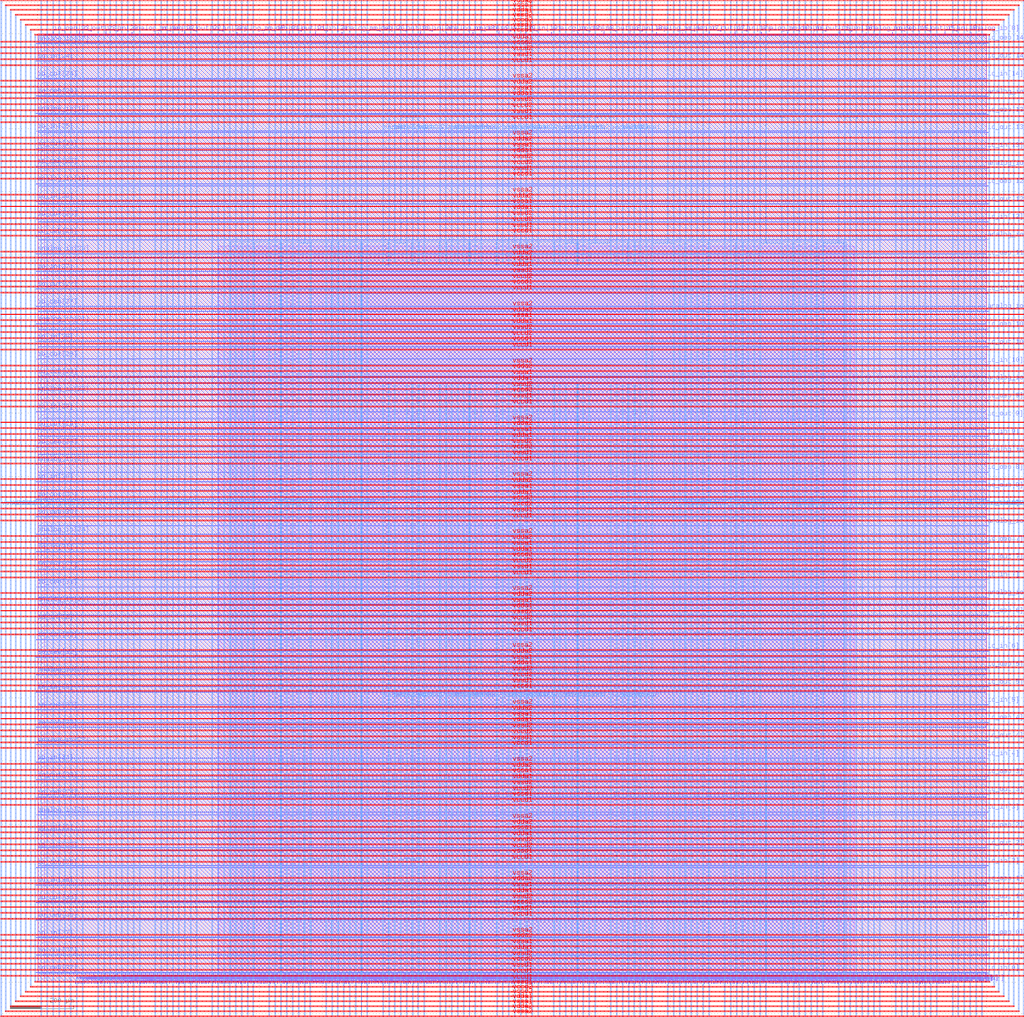
<source format=lef>
VERSION 5.7 ;
  NOWIREEXTENSIONATPIN ON ;
  DIVIDERCHAR "/" ;
  BUSBITCHARS "[]" ;
MACRO user_project_wrapper
  CLASS BLOCK ;
  FOREIGN user_project_wrapper ;
  ORIGIN 0.000 0.000 ;
  SIZE 3000.000 BY 3000.000 ;
  PIN analog_io[0]
    DIRECTION INOUT ;
    USE SIGNAL ;
    PORT
      LAYER Metal3 ;
        RECT 2997.600 1216.600 3004.800 1217.720 ;
    END
  END analog_io[0]
  PIN analog_io[10]
    DIRECTION INOUT ;
    USE SIGNAL ;
    PORT
      LAYER Metal2 ;
        RECT 2286.760 2997.600 2287.880 3004.800 ;
    END
  END analog_io[10]
  PIN analog_io[11]
    DIRECTION INOUT ;
    USE SIGNAL ;
    PORT
      LAYER Metal2 ;
        RECT 1955.240 2997.600 1956.360 3004.800 ;
    END
  END analog_io[11]
  PIN analog_io[12]
    DIRECTION INOUT ;
    USE SIGNAL ;
    PORT
      LAYER Metal2 ;
        RECT 1623.720 2997.600 1624.840 3004.800 ;
    END
  END analog_io[12]
  PIN analog_io[13]
    DIRECTION INOUT ;
    USE SIGNAL ;
    PORT
      LAYER Metal2 ;
        RECT 1292.200 2997.600 1293.320 3004.800 ;
    END
  END analog_io[13]
  PIN analog_io[14]
    DIRECTION INOUT ;
    USE SIGNAL ;
    PORT
      LAYER Metal2 ;
        RECT 960.680 2997.600 961.800 3004.800 ;
    END
  END analog_io[14]
  PIN analog_io[15]
    DIRECTION INOUT ;
    USE SIGNAL ;
    PORT
      LAYER Metal2 ;
        RECT 629.160 2997.600 630.280 3004.800 ;
    END
  END analog_io[15]
  PIN analog_io[16]
    DIRECTION INOUT ;
    USE SIGNAL ;
    PORT
      LAYER Metal2 ;
        RECT 297.640 2997.600 298.760 3004.800 ;
    END
  END analog_io[16]
  PIN analog_io[17]
    DIRECTION INOUT ;
    USE SIGNAL ;
    PORT
      LAYER Metal3 ;
        RECT -4.800 2968.280 2.400 2969.400 ;
    END
  END analog_io[17]
  PIN analog_io[18]
    DIRECTION INOUT ;
    USE SIGNAL ;
    PORT
      LAYER Metal3 ;
        RECT -4.800 2746.520 2.400 2747.640 ;
    END
  END analog_io[18]
  PIN analog_io[19]
    DIRECTION INOUT ;
    USE SIGNAL ;
    PORT
      LAYER Metal3 ;
        RECT -4.800 2524.760 2.400 2525.880 ;
    END
  END analog_io[19]
  PIN analog_io[1]
    DIRECTION INOUT ;
    USE SIGNAL ;
    PORT
      LAYER Metal3 ;
        RECT 2997.600 1442.840 3004.800 1443.960 ;
    END
  END analog_io[1]
  PIN analog_io[20]
    DIRECTION INOUT ;
    USE SIGNAL ;
    PORT
      LAYER Metal3 ;
        RECT -4.800 2303.000 2.400 2304.120 ;
    END
  END analog_io[20]
  PIN analog_io[21]
    DIRECTION INOUT ;
    USE SIGNAL ;
    PORT
      LAYER Metal3 ;
        RECT -4.800 2081.240 2.400 2082.360 ;
    END
  END analog_io[21]
  PIN analog_io[22]
    DIRECTION INOUT ;
    USE SIGNAL ;
    PORT
      LAYER Metal3 ;
        RECT -4.800 1859.480 2.400 1860.600 ;
    END
  END analog_io[22]
  PIN analog_io[23]
    DIRECTION INOUT ;
    USE SIGNAL ;
    PORT
      LAYER Metal3 ;
        RECT -4.800 1637.720 2.400 1638.840 ;
    END
  END analog_io[23]
  PIN analog_io[24]
    DIRECTION INOUT ;
    USE SIGNAL ;
    PORT
      LAYER Metal3 ;
        RECT -4.800 1415.960 2.400 1417.080 ;
    END
  END analog_io[24]
  PIN analog_io[25]
    DIRECTION INOUT ;
    USE SIGNAL ;
    PORT
      LAYER Metal3 ;
        RECT -4.800 1194.200 2.400 1195.320 ;
    END
  END analog_io[25]
  PIN analog_io[26]
    DIRECTION INOUT ;
    USE SIGNAL ;
    PORT
      LAYER Metal3 ;
        RECT -4.800 972.440 2.400 973.560 ;
    END
  END analog_io[26]
  PIN analog_io[27]
    DIRECTION INOUT ;
    USE SIGNAL ;
    PORT
      LAYER Metal3 ;
        RECT -4.800 750.680 2.400 751.800 ;
    END
  END analog_io[27]
  PIN analog_io[28]
    DIRECTION INOUT ;
    USE SIGNAL ;
    PORT
      LAYER Metal3 ;
        RECT -4.800 528.920 2.400 530.040 ;
    END
  END analog_io[28]
  PIN analog_io[2]
    DIRECTION INOUT ;
    USE SIGNAL ;
    PORT
      LAYER Metal3 ;
        RECT 2997.600 1669.080 3004.800 1670.200 ;
    END
  END analog_io[2]
  PIN analog_io[3]
    DIRECTION INOUT ;
    USE SIGNAL ;
    PORT
      LAYER Metal3 ;
        RECT 2997.600 1895.320 3004.800 1896.440 ;
    END
  END analog_io[3]
  PIN analog_io[4]
    DIRECTION INOUT ;
    USE SIGNAL ;
    PORT
      LAYER Metal3 ;
        RECT 2997.600 2121.560 3004.800 2122.680 ;
    END
  END analog_io[4]
  PIN analog_io[5]
    DIRECTION INOUT ;
    USE SIGNAL ;
    PORT
      LAYER Metal3 ;
        RECT 2997.600 2347.800 3004.800 2348.920 ;
    END
  END analog_io[5]
  PIN analog_io[6]
    DIRECTION INOUT ;
    USE SIGNAL ;
    PORT
      LAYER Metal3 ;
        RECT 2997.600 2574.040 3004.800 2575.160 ;
    END
  END analog_io[6]
  PIN analog_io[7]
    DIRECTION INOUT ;
    USE SIGNAL ;
    PORT
      LAYER Metal3 ;
        RECT 2997.600 2800.280 3004.800 2801.400 ;
    END
  END analog_io[7]
  PIN analog_io[8]
    DIRECTION INOUT ;
    USE SIGNAL ;
    PORT
      LAYER Metal2 ;
        RECT 2949.800 2997.600 2950.920 3004.800 ;
    END
  END analog_io[8]
  PIN analog_io[9]
    DIRECTION INOUT ;
    USE SIGNAL ;
    PORT
      LAYER Metal2 ;
        RECT 2618.280 2997.600 2619.400 3004.800 ;
    END
  END analog_io[9]
  PIN io_in[0]
    DIRECTION INPUT ;
    USE SIGNAL ;
    PORT
      LAYER Metal3 ;
        RECT 2997.600 28.840 3004.800 29.960 ;
    END
  END io_in[0]
  PIN io_in[10]
    DIRECTION INPUT ;
    USE SIGNAL ;
    PORT
      LAYER Metal3 ;
        RECT 2997.600 1951.880 3004.800 1953.000 ;
    END
  END io_in[10]
  PIN io_in[11]
    DIRECTION INPUT ;
    USE SIGNAL ;
    PORT
      LAYER Metal3 ;
        RECT 2997.600 2178.120 3004.800 2179.240 ;
    END
  END io_in[11]
  PIN io_in[12]
    DIRECTION INPUT ;
    USE SIGNAL ;
    PORT
      LAYER Metal3 ;
        RECT 2997.600 2404.360 3004.800 2405.480 ;
    END
  END io_in[12]
  PIN io_in[13]
    DIRECTION INPUT ;
    USE SIGNAL ;
    PORT
      LAYER Metal3 ;
        RECT 2997.600 2630.600 3004.800 2631.720 ;
    END
  END io_in[13]
  PIN io_in[14]
    DIRECTION INPUT ;
    USE SIGNAL ;
    PORT
      LAYER Metal3 ;
        RECT 2997.600 2856.840 3004.800 2857.960 ;
    END
  END io_in[14]
  PIN io_in[15]
    DIRECTION INPUT ;
    USE SIGNAL ;
    PORT
      LAYER Metal2 ;
        RECT 2866.920 2997.600 2868.040 3004.800 ;
    END
  END io_in[15]
  PIN io_in[16]
    DIRECTION INPUT ;
    USE SIGNAL ;
    PORT
      LAYER Metal2 ;
        RECT 2535.400 2997.600 2536.520 3004.800 ;
    END
  END io_in[16]
  PIN io_in[17]
    DIRECTION INPUT ;
    USE SIGNAL ;
    PORT
      LAYER Metal2 ;
        RECT 2203.880 2997.600 2205.000 3004.800 ;
    END
  END io_in[17]
  PIN io_in[18]
    DIRECTION INPUT ;
    USE SIGNAL ;
    PORT
      LAYER Metal2 ;
        RECT 1872.360 2997.600 1873.480 3004.800 ;
    END
  END io_in[18]
  PIN io_in[19]
    DIRECTION INPUT ;
    USE SIGNAL ;
    PORT
      LAYER Metal2 ;
        RECT 1540.840 2997.600 1541.960 3004.800 ;
    END
  END io_in[19]
  PIN io_in[1]
    DIRECTION INPUT ;
    USE SIGNAL ;
    PORT
      LAYER Metal3 ;
        RECT 2997.600 198.520 3004.800 199.640 ;
    END
  END io_in[1]
  PIN io_in[20]
    DIRECTION INPUT ;
    USE SIGNAL ;
    PORT
      LAYER Metal2 ;
        RECT 1209.320 2997.600 1210.440 3004.800 ;
    END
  END io_in[20]
  PIN io_in[21]
    DIRECTION INPUT ;
    USE SIGNAL ;
    PORT
      LAYER Metal2 ;
        RECT 877.800 2997.600 878.920 3004.800 ;
    END
  END io_in[21]
  PIN io_in[22]
    DIRECTION INPUT ;
    USE SIGNAL ;
    PORT
      LAYER Metal2 ;
        RECT 546.280 2997.600 547.400 3004.800 ;
    END
  END io_in[22]
  PIN io_in[23]
    DIRECTION INPUT ;
    USE SIGNAL ;
    PORT
      LAYER Metal2 ;
        RECT 214.760 2997.600 215.880 3004.800 ;
    END
  END io_in[23]
  PIN io_in[24]
    DIRECTION INPUT ;
    USE SIGNAL ;
    PORT
      LAYER Metal3 ;
        RECT -4.800 2912.840 2.400 2913.960 ;
    END
  END io_in[24]
  PIN io_in[25]
    DIRECTION INPUT ;
    USE SIGNAL ;
    PORT
      LAYER Metal3 ;
        RECT -4.800 2691.080 2.400 2692.200 ;
    END
  END io_in[25]
  PIN io_in[26]
    DIRECTION INPUT ;
    USE SIGNAL ;
    PORT
      LAYER Metal3 ;
        RECT -4.800 2469.320 2.400 2470.440 ;
    END
  END io_in[26]
  PIN io_in[27]
    DIRECTION INPUT ;
    USE SIGNAL ;
    PORT
      LAYER Metal3 ;
        RECT -4.800 2247.560 2.400 2248.680 ;
    END
  END io_in[27]
  PIN io_in[28]
    DIRECTION INPUT ;
    USE SIGNAL ;
    PORT
      LAYER Metal3 ;
        RECT -4.800 2025.800 2.400 2026.920 ;
    END
  END io_in[28]
  PIN io_in[29]
    DIRECTION INPUT ;
    USE SIGNAL ;
    PORT
      LAYER Metal3 ;
        RECT -4.800 1804.040 2.400 1805.160 ;
    END
  END io_in[29]
  PIN io_in[2]
    DIRECTION INPUT ;
    USE SIGNAL ;
    PORT
      LAYER Metal3 ;
        RECT 2997.600 368.200 3004.800 369.320 ;
    END
  END io_in[2]
  PIN io_in[30]
    DIRECTION INPUT ;
    USE SIGNAL ;
    PORT
      LAYER Metal3 ;
        RECT -4.800 1582.280 2.400 1583.400 ;
    END
  END io_in[30]
  PIN io_in[31]
    DIRECTION INPUT ;
    USE SIGNAL ;
    PORT
      LAYER Metal3 ;
        RECT -4.800 1360.520 2.400 1361.640 ;
    END
  END io_in[31]
  PIN io_in[32]
    DIRECTION INPUT ;
    USE SIGNAL ;
    PORT
      LAYER Metal3 ;
        RECT -4.800 1138.760 2.400 1139.880 ;
    END
  END io_in[32]
  PIN io_in[33]
    DIRECTION INPUT ;
    USE SIGNAL ;
    PORT
      LAYER Metal3 ;
        RECT -4.800 917.000 2.400 918.120 ;
    END
  END io_in[33]
  PIN io_in[34]
    DIRECTION INPUT ;
    USE SIGNAL ;
    PORT
      LAYER Metal3 ;
        RECT -4.800 695.240 2.400 696.360 ;
    END
  END io_in[34]
  PIN io_in[35]
    DIRECTION INPUT ;
    USE SIGNAL ;
    PORT
      LAYER Metal3 ;
        RECT -4.800 473.480 2.400 474.600 ;
    END
  END io_in[35]
  PIN io_in[36]
    DIRECTION INPUT ;
    USE SIGNAL ;
    PORT
      LAYER Metal3 ;
        RECT -4.800 307.160 2.400 308.280 ;
    END
  END io_in[36]
  PIN io_in[37]
    DIRECTION INPUT ;
    USE SIGNAL ;
    PORT
      LAYER Metal3 ;
        RECT -4.800 140.840 2.400 141.960 ;
    END
  END io_in[37]
  PIN io_in[3]
    DIRECTION INPUT ;
    USE SIGNAL ;
    PORT
      LAYER Metal3 ;
        RECT 2997.600 537.880 3004.800 539.000 ;
    END
  END io_in[3]
  PIN io_in[4]
    DIRECTION INPUT ;
    USE SIGNAL ;
    PORT
      LAYER Metal3 ;
        RECT 2997.600 707.560 3004.800 708.680 ;
    END
  END io_in[4]
  PIN io_in[5]
    DIRECTION INPUT ;
    USE SIGNAL ;
    PORT
      LAYER Metal3 ;
        RECT 2997.600 877.240 3004.800 878.360 ;
    END
  END io_in[5]
  PIN io_in[6]
    DIRECTION INPUT ;
    USE SIGNAL ;
    PORT
      LAYER Metal3 ;
        RECT 2997.600 1046.920 3004.800 1048.040 ;
    END
  END io_in[6]
  PIN io_in[7]
    DIRECTION INPUT ;
    USE SIGNAL ;
    PORT
      LAYER Metal3 ;
        RECT 2997.600 1273.160 3004.800 1274.280 ;
    END
  END io_in[7]
  PIN io_in[8]
    DIRECTION INPUT ;
    USE SIGNAL ;
    PORT
      LAYER Metal3 ;
        RECT 2997.600 1499.400 3004.800 1500.520 ;
    END
  END io_in[8]
  PIN io_in[9]
    DIRECTION INPUT ;
    USE SIGNAL ;
    PORT
      LAYER Metal3 ;
        RECT 2997.600 1725.640 3004.800 1726.760 ;
    END
  END io_in[9]
  PIN io_oeb[0]
    DIRECTION OUTPUT TRISTATE ;
    USE SIGNAL ;
    PORT
      LAYER Metal3 ;
        RECT 2997.600 141.960 3004.800 143.080 ;
    END
  END io_oeb[0]
  PIN io_oeb[10]
    DIRECTION OUTPUT TRISTATE ;
    USE SIGNAL ;
    PORT
      LAYER Metal3 ;
        RECT 2997.600 2065.000 3004.800 2066.120 ;
    END
  END io_oeb[10]
  PIN io_oeb[11]
    DIRECTION OUTPUT TRISTATE ;
    USE SIGNAL ;
    PORT
      LAYER Metal3 ;
        RECT 2997.600 2291.240 3004.800 2292.360 ;
    END
  END io_oeb[11]
  PIN io_oeb[12]
    DIRECTION OUTPUT TRISTATE ;
    USE SIGNAL ;
    PORT
      LAYER Metal3 ;
        RECT 2997.600 2517.480 3004.800 2518.600 ;
    END
  END io_oeb[12]
  PIN io_oeb[13]
    DIRECTION OUTPUT TRISTATE ;
    USE SIGNAL ;
    PORT
      LAYER Metal3 ;
        RECT 2997.600 2743.720 3004.800 2744.840 ;
    END
  END io_oeb[13]
  PIN io_oeb[14]
    DIRECTION OUTPUT TRISTATE ;
    USE SIGNAL ;
    PORT
      LAYER Metal3 ;
        RECT 2997.600 2969.960 3004.800 2971.080 ;
    END
  END io_oeb[14]
  PIN io_oeb[15]
    DIRECTION OUTPUT TRISTATE ;
    USE SIGNAL ;
    PORT
      LAYER Metal2 ;
        RECT 2701.160 2997.600 2702.280 3004.800 ;
    END
  END io_oeb[15]
  PIN io_oeb[16]
    DIRECTION OUTPUT TRISTATE ;
    USE SIGNAL ;
    PORT
      LAYER Metal2 ;
        RECT 2369.640 2997.600 2370.760 3004.800 ;
    END
  END io_oeb[16]
  PIN io_oeb[17]
    DIRECTION OUTPUT TRISTATE ;
    USE SIGNAL ;
    PORT
      LAYER Metal2 ;
        RECT 2038.120 2997.600 2039.240 3004.800 ;
    END
  END io_oeb[17]
  PIN io_oeb[18]
    DIRECTION OUTPUT TRISTATE ;
    USE SIGNAL ;
    PORT
      LAYER Metal2 ;
        RECT 1706.600 2997.600 1707.720 3004.800 ;
    END
  END io_oeb[18]
  PIN io_oeb[19]
    DIRECTION OUTPUT TRISTATE ;
    USE SIGNAL ;
    PORT
      LAYER Metal2 ;
        RECT 1375.080 2997.600 1376.200 3004.800 ;
    END
  END io_oeb[19]
  PIN io_oeb[1]
    DIRECTION OUTPUT TRISTATE ;
    USE SIGNAL ;
    PORT
      LAYER Metal3 ;
        RECT 2997.600 311.640 3004.800 312.760 ;
    END
  END io_oeb[1]
  PIN io_oeb[20]
    DIRECTION OUTPUT TRISTATE ;
    USE SIGNAL ;
    PORT
      LAYER Metal2 ;
        RECT 1043.560 2997.600 1044.680 3004.800 ;
    END
  END io_oeb[20]
  PIN io_oeb[21]
    DIRECTION OUTPUT TRISTATE ;
    USE SIGNAL ;
    PORT
      LAYER Metal2 ;
        RECT 712.040 2997.600 713.160 3004.800 ;
    END
  END io_oeb[21]
  PIN io_oeb[22]
    DIRECTION OUTPUT TRISTATE ;
    USE SIGNAL ;
    PORT
      LAYER Metal2 ;
        RECT 380.520 2997.600 381.640 3004.800 ;
    END
  END io_oeb[22]
  PIN io_oeb[23]
    DIRECTION OUTPUT TRISTATE ;
    USE SIGNAL ;
    PORT
      LAYER Metal2 ;
        RECT 49.000 2997.600 50.120 3004.800 ;
    END
  END io_oeb[23]
  PIN io_oeb[24]
    DIRECTION OUTPUT TRISTATE ;
    USE SIGNAL ;
    PORT
      LAYER Metal3 ;
        RECT -4.800 2801.960 2.400 2803.080 ;
    END
  END io_oeb[24]
  PIN io_oeb[25]
    DIRECTION OUTPUT TRISTATE ;
    USE SIGNAL ;
    PORT
      LAYER Metal3 ;
        RECT -4.800 2580.200 2.400 2581.320 ;
    END
  END io_oeb[25]
  PIN io_oeb[26]
    DIRECTION OUTPUT TRISTATE ;
    USE SIGNAL ;
    PORT
      LAYER Metal3 ;
        RECT -4.800 2358.440 2.400 2359.560 ;
    END
  END io_oeb[26]
  PIN io_oeb[27]
    DIRECTION OUTPUT TRISTATE ;
    USE SIGNAL ;
    PORT
      LAYER Metal3 ;
        RECT -4.800 2136.680 2.400 2137.800 ;
    END
  END io_oeb[27]
  PIN io_oeb[28]
    DIRECTION OUTPUT TRISTATE ;
    USE SIGNAL ;
    PORT
      LAYER Metal3 ;
        RECT -4.800 1914.920 2.400 1916.040 ;
    END
  END io_oeb[28]
  PIN io_oeb[29]
    DIRECTION OUTPUT TRISTATE ;
    USE SIGNAL ;
    PORT
      LAYER Metal3 ;
        RECT -4.800 1693.160 2.400 1694.280 ;
    END
  END io_oeb[29]
  PIN io_oeb[2]
    DIRECTION OUTPUT TRISTATE ;
    USE SIGNAL ;
    PORT
      LAYER Metal3 ;
        RECT 2997.600 481.320 3004.800 482.440 ;
    END
  END io_oeb[2]
  PIN io_oeb[30]
    DIRECTION OUTPUT TRISTATE ;
    USE SIGNAL ;
    PORT
      LAYER Metal3 ;
        RECT -4.800 1471.400 2.400 1472.520 ;
    END
  END io_oeb[30]
  PIN io_oeb[31]
    DIRECTION OUTPUT TRISTATE ;
    USE SIGNAL ;
    PORT
      LAYER Metal3 ;
        RECT -4.800 1249.640 2.400 1250.760 ;
    END
  END io_oeb[31]
  PIN io_oeb[32]
    DIRECTION OUTPUT TRISTATE ;
    USE SIGNAL ;
    PORT
      LAYER Metal3 ;
        RECT -4.800 1027.880 2.400 1029.000 ;
    END
  END io_oeb[32]
  PIN io_oeb[33]
    DIRECTION OUTPUT TRISTATE ;
    USE SIGNAL ;
    PORT
      LAYER Metal3 ;
        RECT -4.800 806.120 2.400 807.240 ;
    END
  END io_oeb[33]
  PIN io_oeb[34]
    DIRECTION OUTPUT TRISTATE ;
    USE SIGNAL ;
    PORT
      LAYER Metal3 ;
        RECT -4.800 584.360 2.400 585.480 ;
    END
  END io_oeb[34]
  PIN io_oeb[35]
    DIRECTION OUTPUT TRISTATE ;
    USE SIGNAL ;
    PORT
      LAYER Metal3 ;
        RECT -4.800 362.600 2.400 363.720 ;
    END
  END io_oeb[35]
  PIN io_oeb[36]
    DIRECTION OUTPUT TRISTATE ;
    USE SIGNAL ;
    PORT
      LAYER Metal3 ;
        RECT -4.800 196.280 2.400 197.400 ;
    END
  END io_oeb[36]
  PIN io_oeb[37]
    DIRECTION OUTPUT TRISTATE ;
    USE SIGNAL ;
    PORT
      LAYER Metal3 ;
        RECT -4.800 29.960 2.400 31.080 ;
    END
  END io_oeb[37]
  PIN io_oeb[3]
    DIRECTION OUTPUT TRISTATE ;
    USE SIGNAL ;
    PORT
      LAYER Metal3 ;
        RECT 2997.600 651.000 3004.800 652.120 ;
    END
  END io_oeb[3]
  PIN io_oeb[4]
    DIRECTION OUTPUT TRISTATE ;
    USE SIGNAL ;
    PORT
      LAYER Metal3 ;
        RECT 2997.600 820.680 3004.800 821.800 ;
    END
  END io_oeb[4]
  PIN io_oeb[5]
    DIRECTION OUTPUT TRISTATE ;
    USE SIGNAL ;
    PORT
      LAYER Metal3 ;
        RECT 2997.600 990.360 3004.800 991.480 ;
    END
  END io_oeb[5]
  PIN io_oeb[6]
    DIRECTION OUTPUT TRISTATE ;
    USE SIGNAL ;
    PORT
      LAYER Metal3 ;
        RECT 2997.600 1160.040 3004.800 1161.160 ;
    END
  END io_oeb[6]
  PIN io_oeb[7]
    DIRECTION OUTPUT TRISTATE ;
    USE SIGNAL ;
    PORT
      LAYER Metal3 ;
        RECT 2997.600 1386.280 3004.800 1387.400 ;
    END
  END io_oeb[7]
  PIN io_oeb[8]
    DIRECTION OUTPUT TRISTATE ;
    USE SIGNAL ;
    PORT
      LAYER Metal3 ;
        RECT 2997.600 1612.520 3004.800 1613.640 ;
    END
  END io_oeb[8]
  PIN io_oeb[9]
    DIRECTION OUTPUT TRISTATE ;
    USE SIGNAL ;
    PORT
      LAYER Metal3 ;
        RECT 2997.600 1838.760 3004.800 1839.880 ;
    END
  END io_oeb[9]
  PIN io_out[0]
    DIRECTION OUTPUT TRISTATE ;
    USE SIGNAL ;
    PORT
      LAYER Metal3 ;
        RECT 2997.600 85.400 3004.800 86.520 ;
    END
  END io_out[0]
  PIN io_out[10]
    DIRECTION OUTPUT TRISTATE ;
    USE SIGNAL ;
    PORT
      LAYER Metal3 ;
        RECT 2997.600 2008.440 3004.800 2009.560 ;
    END
  END io_out[10]
  PIN io_out[11]
    DIRECTION OUTPUT TRISTATE ;
    USE SIGNAL ;
    PORT
      LAYER Metal3 ;
        RECT 2997.600 2234.680 3004.800 2235.800 ;
    END
  END io_out[11]
  PIN io_out[12]
    DIRECTION OUTPUT TRISTATE ;
    USE SIGNAL ;
    PORT
      LAYER Metal3 ;
        RECT 2997.600 2460.920 3004.800 2462.040 ;
    END
  END io_out[12]
  PIN io_out[13]
    DIRECTION OUTPUT TRISTATE ;
    USE SIGNAL ;
    PORT
      LAYER Metal3 ;
        RECT 2997.600 2687.160 3004.800 2688.280 ;
    END
  END io_out[13]
  PIN io_out[14]
    DIRECTION OUTPUT TRISTATE ;
    USE SIGNAL ;
    PORT
      LAYER Metal3 ;
        RECT 2997.600 2913.400 3004.800 2914.520 ;
    END
  END io_out[14]
  PIN io_out[15]
    DIRECTION OUTPUT TRISTATE ;
    USE SIGNAL ;
    PORT
      LAYER Metal2 ;
        RECT 2784.040 2997.600 2785.160 3004.800 ;
    END
  END io_out[15]
  PIN io_out[16]
    DIRECTION OUTPUT TRISTATE ;
    USE SIGNAL ;
    PORT
      LAYER Metal2 ;
        RECT 2452.520 2997.600 2453.640 3004.800 ;
    END
  END io_out[16]
  PIN io_out[17]
    DIRECTION OUTPUT TRISTATE ;
    USE SIGNAL ;
    PORT
      LAYER Metal2 ;
        RECT 2121.000 2997.600 2122.120 3004.800 ;
    END
  END io_out[17]
  PIN io_out[18]
    DIRECTION OUTPUT TRISTATE ;
    USE SIGNAL ;
    PORT
      LAYER Metal2 ;
        RECT 1789.480 2997.600 1790.600 3004.800 ;
    END
  END io_out[18]
  PIN io_out[19]
    DIRECTION OUTPUT TRISTATE ;
    USE SIGNAL ;
    PORT
      LAYER Metal2 ;
        RECT 1457.960 2997.600 1459.080 3004.800 ;
    END
  END io_out[19]
  PIN io_out[1]
    DIRECTION OUTPUT TRISTATE ;
    USE SIGNAL ;
    PORT
      LAYER Metal3 ;
        RECT 2997.600 255.080 3004.800 256.200 ;
    END
  END io_out[1]
  PIN io_out[20]
    DIRECTION OUTPUT TRISTATE ;
    USE SIGNAL ;
    PORT
      LAYER Metal2 ;
        RECT 1126.440 2997.600 1127.560 3004.800 ;
    END
  END io_out[20]
  PIN io_out[21]
    DIRECTION OUTPUT TRISTATE ;
    USE SIGNAL ;
    PORT
      LAYER Metal2 ;
        RECT 794.920 2997.600 796.040 3004.800 ;
    END
  END io_out[21]
  PIN io_out[22]
    DIRECTION OUTPUT TRISTATE ;
    USE SIGNAL ;
    PORT
      LAYER Metal2 ;
        RECT 463.400 2997.600 464.520 3004.800 ;
    END
  END io_out[22]
  PIN io_out[23]
    DIRECTION OUTPUT TRISTATE ;
    USE SIGNAL ;
    PORT
      LAYER Metal2 ;
        RECT 131.880 2997.600 133.000 3004.800 ;
    END
  END io_out[23]
  PIN io_out[24]
    DIRECTION OUTPUT TRISTATE ;
    USE SIGNAL ;
    PORT
      LAYER Metal3 ;
        RECT -4.800 2857.400 2.400 2858.520 ;
    END
  END io_out[24]
  PIN io_out[25]
    DIRECTION OUTPUT TRISTATE ;
    USE SIGNAL ;
    PORT
      LAYER Metal3 ;
        RECT -4.800 2635.640 2.400 2636.760 ;
    END
  END io_out[25]
  PIN io_out[26]
    DIRECTION OUTPUT TRISTATE ;
    USE SIGNAL ;
    PORT
      LAYER Metal3 ;
        RECT -4.800 2413.880 2.400 2415.000 ;
    END
  END io_out[26]
  PIN io_out[27]
    DIRECTION OUTPUT TRISTATE ;
    USE SIGNAL ;
    PORT
      LAYER Metal3 ;
        RECT -4.800 2192.120 2.400 2193.240 ;
    END
  END io_out[27]
  PIN io_out[28]
    DIRECTION OUTPUT TRISTATE ;
    USE SIGNAL ;
    PORT
      LAYER Metal3 ;
        RECT -4.800 1970.360 2.400 1971.480 ;
    END
  END io_out[28]
  PIN io_out[29]
    DIRECTION OUTPUT TRISTATE ;
    USE SIGNAL ;
    PORT
      LAYER Metal3 ;
        RECT -4.800 1748.600 2.400 1749.720 ;
    END
  END io_out[29]
  PIN io_out[2]
    DIRECTION OUTPUT TRISTATE ;
    USE SIGNAL ;
    PORT
      LAYER Metal3 ;
        RECT 2997.600 424.760 3004.800 425.880 ;
    END
  END io_out[2]
  PIN io_out[30]
    DIRECTION OUTPUT TRISTATE ;
    USE SIGNAL ;
    PORT
      LAYER Metal3 ;
        RECT -4.800 1526.840 2.400 1527.960 ;
    END
  END io_out[30]
  PIN io_out[31]
    DIRECTION OUTPUT TRISTATE ;
    USE SIGNAL ;
    PORT
      LAYER Metal3 ;
        RECT -4.800 1305.080 2.400 1306.200 ;
    END
  END io_out[31]
  PIN io_out[32]
    DIRECTION OUTPUT TRISTATE ;
    USE SIGNAL ;
    PORT
      LAYER Metal3 ;
        RECT -4.800 1083.320 2.400 1084.440 ;
    END
  END io_out[32]
  PIN io_out[33]
    DIRECTION OUTPUT TRISTATE ;
    USE SIGNAL ;
    PORT
      LAYER Metal3 ;
        RECT -4.800 861.560 2.400 862.680 ;
    END
  END io_out[33]
  PIN io_out[34]
    DIRECTION OUTPUT TRISTATE ;
    USE SIGNAL ;
    PORT
      LAYER Metal3 ;
        RECT -4.800 639.800 2.400 640.920 ;
    END
  END io_out[34]
  PIN io_out[35]
    DIRECTION OUTPUT TRISTATE ;
    USE SIGNAL ;
    PORT
      LAYER Metal3 ;
        RECT -4.800 418.040 2.400 419.160 ;
    END
  END io_out[35]
  PIN io_out[36]
    DIRECTION OUTPUT TRISTATE ;
    USE SIGNAL ;
    PORT
      LAYER Metal3 ;
        RECT -4.800 251.720 2.400 252.840 ;
    END
  END io_out[36]
  PIN io_out[37]
    DIRECTION OUTPUT TRISTATE ;
    USE SIGNAL ;
    PORT
      LAYER Metal3 ;
        RECT -4.800 85.400 2.400 86.520 ;
    END
  END io_out[37]
  PIN io_out[3]
    DIRECTION OUTPUT TRISTATE ;
    USE SIGNAL ;
    PORT
      LAYER Metal3 ;
        RECT 2997.600 594.440 3004.800 595.560 ;
    END
  END io_out[3]
  PIN io_out[4]
    DIRECTION OUTPUT TRISTATE ;
    USE SIGNAL ;
    PORT
      LAYER Metal3 ;
        RECT 2997.600 764.120 3004.800 765.240 ;
    END
  END io_out[4]
  PIN io_out[5]
    DIRECTION OUTPUT TRISTATE ;
    USE SIGNAL ;
    PORT
      LAYER Metal3 ;
        RECT 2997.600 933.800 3004.800 934.920 ;
    END
  END io_out[5]
  PIN io_out[6]
    DIRECTION OUTPUT TRISTATE ;
    USE SIGNAL ;
    PORT
      LAYER Metal3 ;
        RECT 2997.600 1103.480 3004.800 1104.600 ;
    END
  END io_out[6]
  PIN io_out[7]
    DIRECTION OUTPUT TRISTATE ;
    USE SIGNAL ;
    PORT
      LAYER Metal3 ;
        RECT 2997.600 1329.720 3004.800 1330.840 ;
    END
  END io_out[7]
  PIN io_out[8]
    DIRECTION OUTPUT TRISTATE ;
    USE SIGNAL ;
    PORT
      LAYER Metal3 ;
        RECT 2997.600 1555.960 3004.800 1557.080 ;
    END
  END io_out[8]
  PIN io_out[9]
    DIRECTION OUTPUT TRISTATE ;
    USE SIGNAL ;
    PORT
      LAYER Metal3 ;
        RECT 2997.600 1782.200 3004.800 1783.320 ;
    END
  END io_out[9]
  PIN la_data_in[0]
    DIRECTION INPUT ;
    USE SIGNAL ;
    PORT
      LAYER Metal2 ;
        RECT 712.600 -4.800 713.720 2.400 ;
    END
  END la_data_in[0]
  PIN la_data_in[100]
    DIRECTION INPUT ;
    USE SIGNAL ;
    PORT
      LAYER Metal2 ;
        RECT 2392.600 -4.800 2393.720 2.400 ;
    END
  END la_data_in[100]
  PIN la_data_in[101]
    DIRECTION INPUT ;
    USE SIGNAL ;
    PORT
      LAYER Metal2 ;
        RECT 2409.400 -4.800 2410.520 2.400 ;
    END
  END la_data_in[101]
  PIN la_data_in[102]
    DIRECTION INPUT ;
    USE SIGNAL ;
    PORT
      LAYER Metal2 ;
        RECT 2426.200 -4.800 2427.320 2.400 ;
    END
  END la_data_in[102]
  PIN la_data_in[103]
    DIRECTION INPUT ;
    USE SIGNAL ;
    PORT
      LAYER Metal2 ;
        RECT 2443.000 -4.800 2444.120 2.400 ;
    END
  END la_data_in[103]
  PIN la_data_in[104]
    DIRECTION INPUT ;
    USE SIGNAL ;
    PORT
      LAYER Metal2 ;
        RECT 2459.800 -4.800 2460.920 2.400 ;
    END
  END la_data_in[104]
  PIN la_data_in[105]
    DIRECTION INPUT ;
    USE SIGNAL ;
    PORT
      LAYER Metal2 ;
        RECT 2476.600 -4.800 2477.720 2.400 ;
    END
  END la_data_in[105]
  PIN la_data_in[106]
    DIRECTION INPUT ;
    USE SIGNAL ;
    PORT
      LAYER Metal2 ;
        RECT 2493.400 -4.800 2494.520 2.400 ;
    END
  END la_data_in[106]
  PIN la_data_in[107]
    DIRECTION INPUT ;
    USE SIGNAL ;
    PORT
      LAYER Metal2 ;
        RECT 2510.200 -4.800 2511.320 2.400 ;
    END
  END la_data_in[107]
  PIN la_data_in[108]
    DIRECTION INPUT ;
    USE SIGNAL ;
    PORT
      LAYER Metal2 ;
        RECT 2527.000 -4.800 2528.120 2.400 ;
    END
  END la_data_in[108]
  PIN la_data_in[109]
    DIRECTION INPUT ;
    USE SIGNAL ;
    PORT
      LAYER Metal2 ;
        RECT 2543.800 -4.800 2544.920 2.400 ;
    END
  END la_data_in[109]
  PIN la_data_in[10]
    DIRECTION INPUT ;
    USE SIGNAL ;
    PORT
      LAYER Metal2 ;
        RECT 880.600 -4.800 881.720 2.400 ;
    END
  END la_data_in[10]
  PIN la_data_in[110]
    DIRECTION INPUT ;
    USE SIGNAL ;
    PORT
      LAYER Metal2 ;
        RECT 2560.600 -4.800 2561.720 2.400 ;
    END
  END la_data_in[110]
  PIN la_data_in[111]
    DIRECTION INPUT ;
    USE SIGNAL ;
    PORT
      LAYER Metal2 ;
        RECT 2577.400 -4.800 2578.520 2.400 ;
    END
  END la_data_in[111]
  PIN la_data_in[112]
    DIRECTION INPUT ;
    USE SIGNAL ;
    PORT
      LAYER Metal2 ;
        RECT 2594.200 -4.800 2595.320 2.400 ;
    END
  END la_data_in[112]
  PIN la_data_in[113]
    DIRECTION INPUT ;
    USE SIGNAL ;
    PORT
      LAYER Metal2 ;
        RECT 2611.000 -4.800 2612.120 2.400 ;
    END
  END la_data_in[113]
  PIN la_data_in[114]
    DIRECTION INPUT ;
    USE SIGNAL ;
    PORT
      LAYER Metal2 ;
        RECT 2627.800 -4.800 2628.920 2.400 ;
    END
  END la_data_in[114]
  PIN la_data_in[115]
    DIRECTION INPUT ;
    USE SIGNAL ;
    PORT
      LAYER Metal2 ;
        RECT 2644.600 -4.800 2645.720 2.400 ;
    END
  END la_data_in[115]
  PIN la_data_in[116]
    DIRECTION INPUT ;
    USE SIGNAL ;
    PORT
      LAYER Metal2 ;
        RECT 2661.400 -4.800 2662.520 2.400 ;
    END
  END la_data_in[116]
  PIN la_data_in[117]
    DIRECTION INPUT ;
    USE SIGNAL ;
    PORT
      LAYER Metal2 ;
        RECT 2678.200 -4.800 2679.320 2.400 ;
    END
  END la_data_in[117]
  PIN la_data_in[118]
    DIRECTION INPUT ;
    USE SIGNAL ;
    PORT
      LAYER Metal2 ;
        RECT 2695.000 -4.800 2696.120 2.400 ;
    END
  END la_data_in[118]
  PIN la_data_in[119]
    DIRECTION INPUT ;
    USE SIGNAL ;
    PORT
      LAYER Metal2 ;
        RECT 2711.800 -4.800 2712.920 2.400 ;
    END
  END la_data_in[119]
  PIN la_data_in[11]
    DIRECTION INPUT ;
    USE SIGNAL ;
    PORT
      LAYER Metal2 ;
        RECT 897.400 -4.800 898.520 2.400 ;
    END
  END la_data_in[11]
  PIN la_data_in[120]
    DIRECTION INPUT ;
    USE SIGNAL ;
    PORT
      LAYER Metal2 ;
        RECT 2728.600 -4.800 2729.720 2.400 ;
    END
  END la_data_in[120]
  PIN la_data_in[121]
    DIRECTION INPUT ;
    USE SIGNAL ;
    PORT
      LAYER Metal2 ;
        RECT 2745.400 -4.800 2746.520 2.400 ;
    END
  END la_data_in[121]
  PIN la_data_in[122]
    DIRECTION INPUT ;
    USE SIGNAL ;
    PORT
      LAYER Metal2 ;
        RECT 2762.200 -4.800 2763.320 2.400 ;
    END
  END la_data_in[122]
  PIN la_data_in[123]
    DIRECTION INPUT ;
    USE SIGNAL ;
    PORT
      LAYER Metal2 ;
        RECT 2779.000 -4.800 2780.120 2.400 ;
    END
  END la_data_in[123]
  PIN la_data_in[124]
    DIRECTION INPUT ;
    USE SIGNAL ;
    PORT
      LAYER Metal2 ;
        RECT 2795.800 -4.800 2796.920 2.400 ;
    END
  END la_data_in[124]
  PIN la_data_in[125]
    DIRECTION INPUT ;
    USE SIGNAL ;
    PORT
      LAYER Metal2 ;
        RECT 2812.600 -4.800 2813.720 2.400 ;
    END
  END la_data_in[125]
  PIN la_data_in[126]
    DIRECTION INPUT ;
    USE SIGNAL ;
    PORT
      LAYER Metal2 ;
        RECT 2829.400 -4.800 2830.520 2.400 ;
    END
  END la_data_in[126]
  PIN la_data_in[127]
    DIRECTION INPUT ;
    USE SIGNAL ;
    PORT
      LAYER Metal2 ;
        RECT 2846.200 -4.800 2847.320 2.400 ;
    END
  END la_data_in[127]
  PIN la_data_in[12]
    DIRECTION INPUT ;
    USE SIGNAL ;
    PORT
      LAYER Metal2 ;
        RECT 914.200 -4.800 915.320 2.400 ;
    END
  END la_data_in[12]
  PIN la_data_in[13]
    DIRECTION INPUT ;
    USE SIGNAL ;
    PORT
      LAYER Metal2 ;
        RECT 931.000 -4.800 932.120 2.400 ;
    END
  END la_data_in[13]
  PIN la_data_in[14]
    DIRECTION INPUT ;
    USE SIGNAL ;
    PORT
      LAYER Metal2 ;
        RECT 947.800 -4.800 948.920 2.400 ;
    END
  END la_data_in[14]
  PIN la_data_in[15]
    DIRECTION INPUT ;
    USE SIGNAL ;
    PORT
      LAYER Metal2 ;
        RECT 964.600 -4.800 965.720 2.400 ;
    END
  END la_data_in[15]
  PIN la_data_in[16]
    DIRECTION INPUT ;
    USE SIGNAL ;
    PORT
      LAYER Metal2 ;
        RECT 981.400 -4.800 982.520 2.400 ;
    END
  END la_data_in[16]
  PIN la_data_in[17]
    DIRECTION INPUT ;
    USE SIGNAL ;
    PORT
      LAYER Metal2 ;
        RECT 998.200 -4.800 999.320 2.400 ;
    END
  END la_data_in[17]
  PIN la_data_in[18]
    DIRECTION INPUT ;
    USE SIGNAL ;
    PORT
      LAYER Metal2 ;
        RECT 1015.000 -4.800 1016.120 2.400 ;
    END
  END la_data_in[18]
  PIN la_data_in[19]
    DIRECTION INPUT ;
    USE SIGNAL ;
    PORT
      LAYER Metal2 ;
        RECT 1031.800 -4.800 1032.920 2.400 ;
    END
  END la_data_in[19]
  PIN la_data_in[1]
    DIRECTION INPUT ;
    USE SIGNAL ;
    PORT
      LAYER Metal2 ;
        RECT 729.400 -4.800 730.520 2.400 ;
    END
  END la_data_in[1]
  PIN la_data_in[20]
    DIRECTION INPUT ;
    USE SIGNAL ;
    PORT
      LAYER Metal2 ;
        RECT 1048.600 -4.800 1049.720 2.400 ;
    END
  END la_data_in[20]
  PIN la_data_in[21]
    DIRECTION INPUT ;
    USE SIGNAL ;
    PORT
      LAYER Metal2 ;
        RECT 1065.400 -4.800 1066.520 2.400 ;
    END
  END la_data_in[21]
  PIN la_data_in[22]
    DIRECTION INPUT ;
    USE SIGNAL ;
    PORT
      LAYER Metal2 ;
        RECT 1082.200 -4.800 1083.320 2.400 ;
    END
  END la_data_in[22]
  PIN la_data_in[23]
    DIRECTION INPUT ;
    USE SIGNAL ;
    PORT
      LAYER Metal2 ;
        RECT 1099.000 -4.800 1100.120 2.400 ;
    END
  END la_data_in[23]
  PIN la_data_in[24]
    DIRECTION INPUT ;
    USE SIGNAL ;
    PORT
      LAYER Metal2 ;
        RECT 1115.800 -4.800 1116.920 2.400 ;
    END
  END la_data_in[24]
  PIN la_data_in[25]
    DIRECTION INPUT ;
    USE SIGNAL ;
    PORT
      LAYER Metal2 ;
        RECT 1132.600 -4.800 1133.720 2.400 ;
    END
  END la_data_in[25]
  PIN la_data_in[26]
    DIRECTION INPUT ;
    USE SIGNAL ;
    PORT
      LAYER Metal2 ;
        RECT 1149.400 -4.800 1150.520 2.400 ;
    END
  END la_data_in[26]
  PIN la_data_in[27]
    DIRECTION INPUT ;
    USE SIGNAL ;
    PORT
      LAYER Metal2 ;
        RECT 1166.200 -4.800 1167.320 2.400 ;
    END
  END la_data_in[27]
  PIN la_data_in[28]
    DIRECTION INPUT ;
    USE SIGNAL ;
    PORT
      LAYER Metal2 ;
        RECT 1183.000 -4.800 1184.120 2.400 ;
    END
  END la_data_in[28]
  PIN la_data_in[29]
    DIRECTION INPUT ;
    USE SIGNAL ;
    PORT
      LAYER Metal2 ;
        RECT 1199.800 -4.800 1200.920 2.400 ;
    END
  END la_data_in[29]
  PIN la_data_in[2]
    DIRECTION INPUT ;
    USE SIGNAL ;
    PORT
      LAYER Metal2 ;
        RECT 746.200 -4.800 747.320 2.400 ;
    END
  END la_data_in[2]
  PIN la_data_in[30]
    DIRECTION INPUT ;
    USE SIGNAL ;
    PORT
      LAYER Metal2 ;
        RECT 1216.600 -4.800 1217.720 2.400 ;
    END
  END la_data_in[30]
  PIN la_data_in[31]
    DIRECTION INPUT ;
    USE SIGNAL ;
    PORT
      LAYER Metal2 ;
        RECT 1233.400 -4.800 1234.520 2.400 ;
    END
  END la_data_in[31]
  PIN la_data_in[32]
    DIRECTION INPUT ;
    USE SIGNAL ;
    PORT
      LAYER Metal2 ;
        RECT 1250.200 -4.800 1251.320 2.400 ;
    END
  END la_data_in[32]
  PIN la_data_in[33]
    DIRECTION INPUT ;
    USE SIGNAL ;
    PORT
      LAYER Metal2 ;
        RECT 1267.000 -4.800 1268.120 2.400 ;
    END
  END la_data_in[33]
  PIN la_data_in[34]
    DIRECTION INPUT ;
    USE SIGNAL ;
    PORT
      LAYER Metal2 ;
        RECT 1283.800 -4.800 1284.920 2.400 ;
    END
  END la_data_in[34]
  PIN la_data_in[35]
    DIRECTION INPUT ;
    USE SIGNAL ;
    PORT
      LAYER Metal2 ;
        RECT 1300.600 -4.800 1301.720 2.400 ;
    END
  END la_data_in[35]
  PIN la_data_in[36]
    DIRECTION INPUT ;
    USE SIGNAL ;
    PORT
      LAYER Metal2 ;
        RECT 1317.400 -4.800 1318.520 2.400 ;
    END
  END la_data_in[36]
  PIN la_data_in[37]
    DIRECTION INPUT ;
    USE SIGNAL ;
    PORT
      LAYER Metal2 ;
        RECT 1334.200 -4.800 1335.320 2.400 ;
    END
  END la_data_in[37]
  PIN la_data_in[38]
    DIRECTION INPUT ;
    USE SIGNAL ;
    PORT
      LAYER Metal2 ;
        RECT 1351.000 -4.800 1352.120 2.400 ;
    END
  END la_data_in[38]
  PIN la_data_in[39]
    DIRECTION INPUT ;
    USE SIGNAL ;
    PORT
      LAYER Metal2 ;
        RECT 1367.800 -4.800 1368.920 2.400 ;
    END
  END la_data_in[39]
  PIN la_data_in[3]
    DIRECTION INPUT ;
    USE SIGNAL ;
    PORT
      LAYER Metal2 ;
        RECT 763.000 -4.800 764.120 2.400 ;
    END
  END la_data_in[3]
  PIN la_data_in[40]
    DIRECTION INPUT ;
    USE SIGNAL ;
    PORT
      LAYER Metal2 ;
        RECT 1384.600 -4.800 1385.720 2.400 ;
    END
  END la_data_in[40]
  PIN la_data_in[41]
    DIRECTION INPUT ;
    USE SIGNAL ;
    PORT
      LAYER Metal2 ;
        RECT 1401.400 -4.800 1402.520 2.400 ;
    END
  END la_data_in[41]
  PIN la_data_in[42]
    DIRECTION INPUT ;
    USE SIGNAL ;
    PORT
      LAYER Metal2 ;
        RECT 1418.200 -4.800 1419.320 2.400 ;
    END
  END la_data_in[42]
  PIN la_data_in[43]
    DIRECTION INPUT ;
    USE SIGNAL ;
    PORT
      LAYER Metal2 ;
        RECT 1435.000 -4.800 1436.120 2.400 ;
    END
  END la_data_in[43]
  PIN la_data_in[44]
    DIRECTION INPUT ;
    USE SIGNAL ;
    PORT
      LAYER Metal2 ;
        RECT 1451.800 -4.800 1452.920 2.400 ;
    END
  END la_data_in[44]
  PIN la_data_in[45]
    DIRECTION INPUT ;
    USE SIGNAL ;
    PORT
      LAYER Metal2 ;
        RECT 1468.600 -4.800 1469.720 2.400 ;
    END
  END la_data_in[45]
  PIN la_data_in[46]
    DIRECTION INPUT ;
    USE SIGNAL ;
    PORT
      LAYER Metal2 ;
        RECT 1485.400 -4.800 1486.520 2.400 ;
    END
  END la_data_in[46]
  PIN la_data_in[47]
    DIRECTION INPUT ;
    USE SIGNAL ;
    PORT
      LAYER Metal2 ;
        RECT 1502.200 -4.800 1503.320 2.400 ;
    END
  END la_data_in[47]
  PIN la_data_in[48]
    DIRECTION INPUT ;
    USE SIGNAL ;
    PORT
      LAYER Metal2 ;
        RECT 1519.000 -4.800 1520.120 2.400 ;
    END
  END la_data_in[48]
  PIN la_data_in[49]
    DIRECTION INPUT ;
    USE SIGNAL ;
    PORT
      LAYER Metal2 ;
        RECT 1535.800 -4.800 1536.920 2.400 ;
    END
  END la_data_in[49]
  PIN la_data_in[4]
    DIRECTION INPUT ;
    USE SIGNAL ;
    PORT
      LAYER Metal2 ;
        RECT 779.800 -4.800 780.920 2.400 ;
    END
  END la_data_in[4]
  PIN la_data_in[50]
    DIRECTION INPUT ;
    USE SIGNAL ;
    PORT
      LAYER Metal2 ;
        RECT 1552.600 -4.800 1553.720 2.400 ;
    END
  END la_data_in[50]
  PIN la_data_in[51]
    DIRECTION INPUT ;
    USE SIGNAL ;
    PORT
      LAYER Metal2 ;
        RECT 1569.400 -4.800 1570.520 2.400 ;
    END
  END la_data_in[51]
  PIN la_data_in[52]
    DIRECTION INPUT ;
    USE SIGNAL ;
    PORT
      LAYER Metal2 ;
        RECT 1586.200 -4.800 1587.320 2.400 ;
    END
  END la_data_in[52]
  PIN la_data_in[53]
    DIRECTION INPUT ;
    USE SIGNAL ;
    PORT
      LAYER Metal2 ;
        RECT 1603.000 -4.800 1604.120 2.400 ;
    END
  END la_data_in[53]
  PIN la_data_in[54]
    DIRECTION INPUT ;
    USE SIGNAL ;
    PORT
      LAYER Metal2 ;
        RECT 1619.800 -4.800 1620.920 2.400 ;
    END
  END la_data_in[54]
  PIN la_data_in[55]
    DIRECTION INPUT ;
    USE SIGNAL ;
    PORT
      LAYER Metal2 ;
        RECT 1636.600 -4.800 1637.720 2.400 ;
    END
  END la_data_in[55]
  PIN la_data_in[56]
    DIRECTION INPUT ;
    USE SIGNAL ;
    PORT
      LAYER Metal2 ;
        RECT 1653.400 -4.800 1654.520 2.400 ;
    END
  END la_data_in[56]
  PIN la_data_in[57]
    DIRECTION INPUT ;
    USE SIGNAL ;
    PORT
      LAYER Metal2 ;
        RECT 1670.200 -4.800 1671.320 2.400 ;
    END
  END la_data_in[57]
  PIN la_data_in[58]
    DIRECTION INPUT ;
    USE SIGNAL ;
    PORT
      LAYER Metal2 ;
        RECT 1687.000 -4.800 1688.120 2.400 ;
    END
  END la_data_in[58]
  PIN la_data_in[59]
    DIRECTION INPUT ;
    USE SIGNAL ;
    PORT
      LAYER Metal2 ;
        RECT 1703.800 -4.800 1704.920 2.400 ;
    END
  END la_data_in[59]
  PIN la_data_in[5]
    DIRECTION INPUT ;
    USE SIGNAL ;
    PORT
      LAYER Metal2 ;
        RECT 796.600 -4.800 797.720 2.400 ;
    END
  END la_data_in[5]
  PIN la_data_in[60]
    DIRECTION INPUT ;
    USE SIGNAL ;
    PORT
      LAYER Metal2 ;
        RECT 1720.600 -4.800 1721.720 2.400 ;
    END
  END la_data_in[60]
  PIN la_data_in[61]
    DIRECTION INPUT ;
    USE SIGNAL ;
    PORT
      LAYER Metal2 ;
        RECT 1737.400 -4.800 1738.520 2.400 ;
    END
  END la_data_in[61]
  PIN la_data_in[62]
    DIRECTION INPUT ;
    USE SIGNAL ;
    PORT
      LAYER Metal2 ;
        RECT 1754.200 -4.800 1755.320 2.400 ;
    END
  END la_data_in[62]
  PIN la_data_in[63]
    DIRECTION INPUT ;
    USE SIGNAL ;
    PORT
      LAYER Metal2 ;
        RECT 1771.000 -4.800 1772.120 2.400 ;
    END
  END la_data_in[63]
  PIN la_data_in[64]
    DIRECTION INPUT ;
    USE SIGNAL ;
    PORT
      LAYER Metal2 ;
        RECT 1787.800 -4.800 1788.920 2.400 ;
    END
  END la_data_in[64]
  PIN la_data_in[65]
    DIRECTION INPUT ;
    USE SIGNAL ;
    PORT
      LAYER Metal2 ;
        RECT 1804.600 -4.800 1805.720 2.400 ;
    END
  END la_data_in[65]
  PIN la_data_in[66]
    DIRECTION INPUT ;
    USE SIGNAL ;
    PORT
      LAYER Metal2 ;
        RECT 1821.400 -4.800 1822.520 2.400 ;
    END
  END la_data_in[66]
  PIN la_data_in[67]
    DIRECTION INPUT ;
    USE SIGNAL ;
    PORT
      LAYER Metal2 ;
        RECT 1838.200 -4.800 1839.320 2.400 ;
    END
  END la_data_in[67]
  PIN la_data_in[68]
    DIRECTION INPUT ;
    USE SIGNAL ;
    PORT
      LAYER Metal2 ;
        RECT 1855.000 -4.800 1856.120 2.400 ;
    END
  END la_data_in[68]
  PIN la_data_in[69]
    DIRECTION INPUT ;
    USE SIGNAL ;
    PORT
      LAYER Metal2 ;
        RECT 1871.800 -4.800 1872.920 2.400 ;
    END
  END la_data_in[69]
  PIN la_data_in[6]
    DIRECTION INPUT ;
    USE SIGNAL ;
    PORT
      LAYER Metal2 ;
        RECT 813.400 -4.800 814.520 2.400 ;
    END
  END la_data_in[6]
  PIN la_data_in[70]
    DIRECTION INPUT ;
    USE SIGNAL ;
    PORT
      LAYER Metal2 ;
        RECT 1888.600 -4.800 1889.720 2.400 ;
    END
  END la_data_in[70]
  PIN la_data_in[71]
    DIRECTION INPUT ;
    USE SIGNAL ;
    PORT
      LAYER Metal2 ;
        RECT 1905.400 -4.800 1906.520 2.400 ;
    END
  END la_data_in[71]
  PIN la_data_in[72]
    DIRECTION INPUT ;
    USE SIGNAL ;
    PORT
      LAYER Metal2 ;
        RECT 1922.200 -4.800 1923.320 2.400 ;
    END
  END la_data_in[72]
  PIN la_data_in[73]
    DIRECTION INPUT ;
    USE SIGNAL ;
    PORT
      LAYER Metal2 ;
        RECT 1939.000 -4.800 1940.120 2.400 ;
    END
  END la_data_in[73]
  PIN la_data_in[74]
    DIRECTION INPUT ;
    USE SIGNAL ;
    PORT
      LAYER Metal2 ;
        RECT 1955.800 -4.800 1956.920 2.400 ;
    END
  END la_data_in[74]
  PIN la_data_in[75]
    DIRECTION INPUT ;
    USE SIGNAL ;
    PORT
      LAYER Metal2 ;
        RECT 1972.600 -4.800 1973.720 2.400 ;
    END
  END la_data_in[75]
  PIN la_data_in[76]
    DIRECTION INPUT ;
    USE SIGNAL ;
    PORT
      LAYER Metal2 ;
        RECT 1989.400 -4.800 1990.520 2.400 ;
    END
  END la_data_in[76]
  PIN la_data_in[77]
    DIRECTION INPUT ;
    USE SIGNAL ;
    PORT
      LAYER Metal2 ;
        RECT 2006.200 -4.800 2007.320 2.400 ;
    END
  END la_data_in[77]
  PIN la_data_in[78]
    DIRECTION INPUT ;
    USE SIGNAL ;
    PORT
      LAYER Metal2 ;
        RECT 2023.000 -4.800 2024.120 2.400 ;
    END
  END la_data_in[78]
  PIN la_data_in[79]
    DIRECTION INPUT ;
    USE SIGNAL ;
    PORT
      LAYER Metal2 ;
        RECT 2039.800 -4.800 2040.920 2.400 ;
    END
  END la_data_in[79]
  PIN la_data_in[7]
    DIRECTION INPUT ;
    USE SIGNAL ;
    PORT
      LAYER Metal2 ;
        RECT 830.200 -4.800 831.320 2.400 ;
    END
  END la_data_in[7]
  PIN la_data_in[80]
    DIRECTION INPUT ;
    USE SIGNAL ;
    PORT
      LAYER Metal2 ;
        RECT 2056.600 -4.800 2057.720 2.400 ;
    END
  END la_data_in[80]
  PIN la_data_in[81]
    DIRECTION INPUT ;
    USE SIGNAL ;
    PORT
      LAYER Metal2 ;
        RECT 2073.400 -4.800 2074.520 2.400 ;
    END
  END la_data_in[81]
  PIN la_data_in[82]
    DIRECTION INPUT ;
    USE SIGNAL ;
    PORT
      LAYER Metal2 ;
        RECT 2090.200 -4.800 2091.320 2.400 ;
    END
  END la_data_in[82]
  PIN la_data_in[83]
    DIRECTION INPUT ;
    USE SIGNAL ;
    PORT
      LAYER Metal2 ;
        RECT 2107.000 -4.800 2108.120 2.400 ;
    END
  END la_data_in[83]
  PIN la_data_in[84]
    DIRECTION INPUT ;
    USE SIGNAL ;
    PORT
      LAYER Metal2 ;
        RECT 2123.800 -4.800 2124.920 2.400 ;
    END
  END la_data_in[84]
  PIN la_data_in[85]
    DIRECTION INPUT ;
    USE SIGNAL ;
    PORT
      LAYER Metal2 ;
        RECT 2140.600 -4.800 2141.720 2.400 ;
    END
  END la_data_in[85]
  PIN la_data_in[86]
    DIRECTION INPUT ;
    USE SIGNAL ;
    PORT
      LAYER Metal2 ;
        RECT 2157.400 -4.800 2158.520 2.400 ;
    END
  END la_data_in[86]
  PIN la_data_in[87]
    DIRECTION INPUT ;
    USE SIGNAL ;
    PORT
      LAYER Metal2 ;
        RECT 2174.200 -4.800 2175.320 2.400 ;
    END
  END la_data_in[87]
  PIN la_data_in[88]
    DIRECTION INPUT ;
    USE SIGNAL ;
    PORT
      LAYER Metal2 ;
        RECT 2191.000 -4.800 2192.120 2.400 ;
    END
  END la_data_in[88]
  PIN la_data_in[89]
    DIRECTION INPUT ;
    USE SIGNAL ;
    PORT
      LAYER Metal2 ;
        RECT 2207.800 -4.800 2208.920 2.400 ;
    END
  END la_data_in[89]
  PIN la_data_in[8]
    DIRECTION INPUT ;
    USE SIGNAL ;
    PORT
      LAYER Metal2 ;
        RECT 847.000 -4.800 848.120 2.400 ;
    END
  END la_data_in[8]
  PIN la_data_in[90]
    DIRECTION INPUT ;
    USE SIGNAL ;
    PORT
      LAYER Metal2 ;
        RECT 2224.600 -4.800 2225.720 2.400 ;
    END
  END la_data_in[90]
  PIN la_data_in[91]
    DIRECTION INPUT ;
    USE SIGNAL ;
    PORT
      LAYER Metal2 ;
        RECT 2241.400 -4.800 2242.520 2.400 ;
    END
  END la_data_in[91]
  PIN la_data_in[92]
    DIRECTION INPUT ;
    USE SIGNAL ;
    PORT
      LAYER Metal2 ;
        RECT 2258.200 -4.800 2259.320 2.400 ;
    END
  END la_data_in[92]
  PIN la_data_in[93]
    DIRECTION INPUT ;
    USE SIGNAL ;
    PORT
      LAYER Metal2 ;
        RECT 2275.000 -4.800 2276.120 2.400 ;
    END
  END la_data_in[93]
  PIN la_data_in[94]
    DIRECTION INPUT ;
    USE SIGNAL ;
    PORT
      LAYER Metal2 ;
        RECT 2291.800 -4.800 2292.920 2.400 ;
    END
  END la_data_in[94]
  PIN la_data_in[95]
    DIRECTION INPUT ;
    USE SIGNAL ;
    PORT
      LAYER Metal2 ;
        RECT 2308.600 -4.800 2309.720 2.400 ;
    END
  END la_data_in[95]
  PIN la_data_in[96]
    DIRECTION INPUT ;
    USE SIGNAL ;
    PORT
      LAYER Metal2 ;
        RECT 2325.400 -4.800 2326.520 2.400 ;
    END
  END la_data_in[96]
  PIN la_data_in[97]
    DIRECTION INPUT ;
    USE SIGNAL ;
    PORT
      LAYER Metal2 ;
        RECT 2342.200 -4.800 2343.320 2.400 ;
    END
  END la_data_in[97]
  PIN la_data_in[98]
    DIRECTION INPUT ;
    USE SIGNAL ;
    PORT
      LAYER Metal2 ;
        RECT 2359.000 -4.800 2360.120 2.400 ;
    END
  END la_data_in[98]
  PIN la_data_in[99]
    DIRECTION INPUT ;
    USE SIGNAL ;
    PORT
      LAYER Metal2 ;
        RECT 2375.800 -4.800 2376.920 2.400 ;
    END
  END la_data_in[99]
  PIN la_data_in[9]
    DIRECTION INPUT ;
    USE SIGNAL ;
    PORT
      LAYER Metal2 ;
        RECT 863.800 -4.800 864.920 2.400 ;
    END
  END la_data_in[9]
  PIN la_data_out[0]
    DIRECTION OUTPUT TRISTATE ;
    USE SIGNAL ;
    PORT
      LAYER Metal2 ;
        RECT 718.200 -4.800 719.320 2.400 ;
    END
  END la_data_out[0]
  PIN la_data_out[100]
    DIRECTION OUTPUT TRISTATE ;
    USE SIGNAL ;
    PORT
      LAYER Metal2 ;
        RECT 2398.200 -4.800 2399.320 2.400 ;
    END
  END la_data_out[100]
  PIN la_data_out[101]
    DIRECTION OUTPUT TRISTATE ;
    USE SIGNAL ;
    PORT
      LAYER Metal2 ;
        RECT 2415.000 -4.800 2416.120 2.400 ;
    END
  END la_data_out[101]
  PIN la_data_out[102]
    DIRECTION OUTPUT TRISTATE ;
    USE SIGNAL ;
    PORT
      LAYER Metal2 ;
        RECT 2431.800 -4.800 2432.920 2.400 ;
    END
  END la_data_out[102]
  PIN la_data_out[103]
    DIRECTION OUTPUT TRISTATE ;
    USE SIGNAL ;
    PORT
      LAYER Metal2 ;
        RECT 2448.600 -4.800 2449.720 2.400 ;
    END
  END la_data_out[103]
  PIN la_data_out[104]
    DIRECTION OUTPUT TRISTATE ;
    USE SIGNAL ;
    PORT
      LAYER Metal2 ;
        RECT 2465.400 -4.800 2466.520 2.400 ;
    END
  END la_data_out[104]
  PIN la_data_out[105]
    DIRECTION OUTPUT TRISTATE ;
    USE SIGNAL ;
    PORT
      LAYER Metal2 ;
        RECT 2482.200 -4.800 2483.320 2.400 ;
    END
  END la_data_out[105]
  PIN la_data_out[106]
    DIRECTION OUTPUT TRISTATE ;
    USE SIGNAL ;
    PORT
      LAYER Metal2 ;
        RECT 2499.000 -4.800 2500.120 2.400 ;
    END
  END la_data_out[106]
  PIN la_data_out[107]
    DIRECTION OUTPUT TRISTATE ;
    USE SIGNAL ;
    PORT
      LAYER Metal2 ;
        RECT 2515.800 -4.800 2516.920 2.400 ;
    END
  END la_data_out[107]
  PIN la_data_out[108]
    DIRECTION OUTPUT TRISTATE ;
    USE SIGNAL ;
    PORT
      LAYER Metal2 ;
        RECT 2532.600 -4.800 2533.720 2.400 ;
    END
  END la_data_out[108]
  PIN la_data_out[109]
    DIRECTION OUTPUT TRISTATE ;
    USE SIGNAL ;
    PORT
      LAYER Metal2 ;
        RECT 2549.400 -4.800 2550.520 2.400 ;
    END
  END la_data_out[109]
  PIN la_data_out[10]
    DIRECTION OUTPUT TRISTATE ;
    USE SIGNAL ;
    PORT
      LAYER Metal2 ;
        RECT 886.200 -4.800 887.320 2.400 ;
    END
  END la_data_out[10]
  PIN la_data_out[110]
    DIRECTION OUTPUT TRISTATE ;
    USE SIGNAL ;
    PORT
      LAYER Metal2 ;
        RECT 2566.200 -4.800 2567.320 2.400 ;
    END
  END la_data_out[110]
  PIN la_data_out[111]
    DIRECTION OUTPUT TRISTATE ;
    USE SIGNAL ;
    PORT
      LAYER Metal2 ;
        RECT 2583.000 -4.800 2584.120 2.400 ;
    END
  END la_data_out[111]
  PIN la_data_out[112]
    DIRECTION OUTPUT TRISTATE ;
    USE SIGNAL ;
    PORT
      LAYER Metal2 ;
        RECT 2599.800 -4.800 2600.920 2.400 ;
    END
  END la_data_out[112]
  PIN la_data_out[113]
    DIRECTION OUTPUT TRISTATE ;
    USE SIGNAL ;
    PORT
      LAYER Metal2 ;
        RECT 2616.600 -4.800 2617.720 2.400 ;
    END
  END la_data_out[113]
  PIN la_data_out[114]
    DIRECTION OUTPUT TRISTATE ;
    USE SIGNAL ;
    PORT
      LAYER Metal2 ;
        RECT 2633.400 -4.800 2634.520 2.400 ;
    END
  END la_data_out[114]
  PIN la_data_out[115]
    DIRECTION OUTPUT TRISTATE ;
    USE SIGNAL ;
    PORT
      LAYER Metal2 ;
        RECT 2650.200 -4.800 2651.320 2.400 ;
    END
  END la_data_out[115]
  PIN la_data_out[116]
    DIRECTION OUTPUT TRISTATE ;
    USE SIGNAL ;
    PORT
      LAYER Metal2 ;
        RECT 2667.000 -4.800 2668.120 2.400 ;
    END
  END la_data_out[116]
  PIN la_data_out[117]
    DIRECTION OUTPUT TRISTATE ;
    USE SIGNAL ;
    PORT
      LAYER Metal2 ;
        RECT 2683.800 -4.800 2684.920 2.400 ;
    END
  END la_data_out[117]
  PIN la_data_out[118]
    DIRECTION OUTPUT TRISTATE ;
    USE SIGNAL ;
    PORT
      LAYER Metal2 ;
        RECT 2700.600 -4.800 2701.720 2.400 ;
    END
  END la_data_out[118]
  PIN la_data_out[119]
    DIRECTION OUTPUT TRISTATE ;
    USE SIGNAL ;
    PORT
      LAYER Metal2 ;
        RECT 2717.400 -4.800 2718.520 2.400 ;
    END
  END la_data_out[119]
  PIN la_data_out[11]
    DIRECTION OUTPUT TRISTATE ;
    USE SIGNAL ;
    PORT
      LAYER Metal2 ;
        RECT 903.000 -4.800 904.120 2.400 ;
    END
  END la_data_out[11]
  PIN la_data_out[120]
    DIRECTION OUTPUT TRISTATE ;
    USE SIGNAL ;
    PORT
      LAYER Metal2 ;
        RECT 2734.200 -4.800 2735.320 2.400 ;
    END
  END la_data_out[120]
  PIN la_data_out[121]
    DIRECTION OUTPUT TRISTATE ;
    USE SIGNAL ;
    PORT
      LAYER Metal2 ;
        RECT 2751.000 -4.800 2752.120 2.400 ;
    END
  END la_data_out[121]
  PIN la_data_out[122]
    DIRECTION OUTPUT TRISTATE ;
    USE SIGNAL ;
    PORT
      LAYER Metal2 ;
        RECT 2767.800 -4.800 2768.920 2.400 ;
    END
  END la_data_out[122]
  PIN la_data_out[123]
    DIRECTION OUTPUT TRISTATE ;
    USE SIGNAL ;
    PORT
      LAYER Metal2 ;
        RECT 2784.600 -4.800 2785.720 2.400 ;
    END
  END la_data_out[123]
  PIN la_data_out[124]
    DIRECTION OUTPUT TRISTATE ;
    USE SIGNAL ;
    PORT
      LAYER Metal2 ;
        RECT 2801.400 -4.800 2802.520 2.400 ;
    END
  END la_data_out[124]
  PIN la_data_out[125]
    DIRECTION OUTPUT TRISTATE ;
    USE SIGNAL ;
    PORT
      LAYER Metal2 ;
        RECT 2818.200 -4.800 2819.320 2.400 ;
    END
  END la_data_out[125]
  PIN la_data_out[126]
    DIRECTION OUTPUT TRISTATE ;
    USE SIGNAL ;
    PORT
      LAYER Metal2 ;
        RECT 2835.000 -4.800 2836.120 2.400 ;
    END
  END la_data_out[126]
  PIN la_data_out[127]
    DIRECTION OUTPUT TRISTATE ;
    USE SIGNAL ;
    PORT
      LAYER Metal2 ;
        RECT 2851.800 -4.800 2852.920 2.400 ;
    END
  END la_data_out[127]
  PIN la_data_out[12]
    DIRECTION OUTPUT TRISTATE ;
    USE SIGNAL ;
    PORT
      LAYER Metal2 ;
        RECT 919.800 -4.800 920.920 2.400 ;
    END
  END la_data_out[12]
  PIN la_data_out[13]
    DIRECTION OUTPUT TRISTATE ;
    USE SIGNAL ;
    PORT
      LAYER Metal2 ;
        RECT 936.600 -4.800 937.720 2.400 ;
    END
  END la_data_out[13]
  PIN la_data_out[14]
    DIRECTION OUTPUT TRISTATE ;
    USE SIGNAL ;
    PORT
      LAYER Metal2 ;
        RECT 953.400 -4.800 954.520 2.400 ;
    END
  END la_data_out[14]
  PIN la_data_out[15]
    DIRECTION OUTPUT TRISTATE ;
    USE SIGNAL ;
    PORT
      LAYER Metal2 ;
        RECT 970.200 -4.800 971.320 2.400 ;
    END
  END la_data_out[15]
  PIN la_data_out[16]
    DIRECTION OUTPUT TRISTATE ;
    USE SIGNAL ;
    PORT
      LAYER Metal2 ;
        RECT 987.000 -4.800 988.120 2.400 ;
    END
  END la_data_out[16]
  PIN la_data_out[17]
    DIRECTION OUTPUT TRISTATE ;
    USE SIGNAL ;
    PORT
      LAYER Metal2 ;
        RECT 1003.800 -4.800 1004.920 2.400 ;
    END
  END la_data_out[17]
  PIN la_data_out[18]
    DIRECTION OUTPUT TRISTATE ;
    USE SIGNAL ;
    PORT
      LAYER Metal2 ;
        RECT 1020.600 -4.800 1021.720 2.400 ;
    END
  END la_data_out[18]
  PIN la_data_out[19]
    DIRECTION OUTPUT TRISTATE ;
    USE SIGNAL ;
    PORT
      LAYER Metal2 ;
        RECT 1037.400 -4.800 1038.520 2.400 ;
    END
  END la_data_out[19]
  PIN la_data_out[1]
    DIRECTION OUTPUT TRISTATE ;
    USE SIGNAL ;
    PORT
      LAYER Metal2 ;
        RECT 735.000 -4.800 736.120 2.400 ;
    END
  END la_data_out[1]
  PIN la_data_out[20]
    DIRECTION OUTPUT TRISTATE ;
    USE SIGNAL ;
    PORT
      LAYER Metal2 ;
        RECT 1054.200 -4.800 1055.320 2.400 ;
    END
  END la_data_out[20]
  PIN la_data_out[21]
    DIRECTION OUTPUT TRISTATE ;
    USE SIGNAL ;
    PORT
      LAYER Metal2 ;
        RECT 1071.000 -4.800 1072.120 2.400 ;
    END
  END la_data_out[21]
  PIN la_data_out[22]
    DIRECTION OUTPUT TRISTATE ;
    USE SIGNAL ;
    PORT
      LAYER Metal2 ;
        RECT 1087.800 -4.800 1088.920 2.400 ;
    END
  END la_data_out[22]
  PIN la_data_out[23]
    DIRECTION OUTPUT TRISTATE ;
    USE SIGNAL ;
    PORT
      LAYER Metal2 ;
        RECT 1104.600 -4.800 1105.720 2.400 ;
    END
  END la_data_out[23]
  PIN la_data_out[24]
    DIRECTION OUTPUT TRISTATE ;
    USE SIGNAL ;
    PORT
      LAYER Metal2 ;
        RECT 1121.400 -4.800 1122.520 2.400 ;
    END
  END la_data_out[24]
  PIN la_data_out[25]
    DIRECTION OUTPUT TRISTATE ;
    USE SIGNAL ;
    PORT
      LAYER Metal2 ;
        RECT 1138.200 -4.800 1139.320 2.400 ;
    END
  END la_data_out[25]
  PIN la_data_out[26]
    DIRECTION OUTPUT TRISTATE ;
    USE SIGNAL ;
    PORT
      LAYER Metal2 ;
        RECT 1155.000 -4.800 1156.120 2.400 ;
    END
  END la_data_out[26]
  PIN la_data_out[27]
    DIRECTION OUTPUT TRISTATE ;
    USE SIGNAL ;
    PORT
      LAYER Metal2 ;
        RECT 1171.800 -4.800 1172.920 2.400 ;
    END
  END la_data_out[27]
  PIN la_data_out[28]
    DIRECTION OUTPUT TRISTATE ;
    USE SIGNAL ;
    PORT
      LAYER Metal2 ;
        RECT 1188.600 -4.800 1189.720 2.400 ;
    END
  END la_data_out[28]
  PIN la_data_out[29]
    DIRECTION OUTPUT TRISTATE ;
    USE SIGNAL ;
    PORT
      LAYER Metal2 ;
        RECT 1205.400 -4.800 1206.520 2.400 ;
    END
  END la_data_out[29]
  PIN la_data_out[2]
    DIRECTION OUTPUT TRISTATE ;
    USE SIGNAL ;
    PORT
      LAYER Metal2 ;
        RECT 751.800 -4.800 752.920 2.400 ;
    END
  END la_data_out[2]
  PIN la_data_out[30]
    DIRECTION OUTPUT TRISTATE ;
    USE SIGNAL ;
    PORT
      LAYER Metal2 ;
        RECT 1222.200 -4.800 1223.320 2.400 ;
    END
  END la_data_out[30]
  PIN la_data_out[31]
    DIRECTION OUTPUT TRISTATE ;
    USE SIGNAL ;
    PORT
      LAYER Metal2 ;
        RECT 1239.000 -4.800 1240.120 2.400 ;
    END
  END la_data_out[31]
  PIN la_data_out[32]
    DIRECTION OUTPUT TRISTATE ;
    USE SIGNAL ;
    PORT
      LAYER Metal2 ;
        RECT 1255.800 -4.800 1256.920 2.400 ;
    END
  END la_data_out[32]
  PIN la_data_out[33]
    DIRECTION OUTPUT TRISTATE ;
    USE SIGNAL ;
    PORT
      LAYER Metal2 ;
        RECT 1272.600 -4.800 1273.720 2.400 ;
    END
  END la_data_out[33]
  PIN la_data_out[34]
    DIRECTION OUTPUT TRISTATE ;
    USE SIGNAL ;
    PORT
      LAYER Metal2 ;
        RECT 1289.400 -4.800 1290.520 2.400 ;
    END
  END la_data_out[34]
  PIN la_data_out[35]
    DIRECTION OUTPUT TRISTATE ;
    USE SIGNAL ;
    PORT
      LAYER Metal2 ;
        RECT 1306.200 -4.800 1307.320 2.400 ;
    END
  END la_data_out[35]
  PIN la_data_out[36]
    DIRECTION OUTPUT TRISTATE ;
    USE SIGNAL ;
    PORT
      LAYER Metal2 ;
        RECT 1323.000 -4.800 1324.120 2.400 ;
    END
  END la_data_out[36]
  PIN la_data_out[37]
    DIRECTION OUTPUT TRISTATE ;
    USE SIGNAL ;
    PORT
      LAYER Metal2 ;
        RECT 1339.800 -4.800 1340.920 2.400 ;
    END
  END la_data_out[37]
  PIN la_data_out[38]
    DIRECTION OUTPUT TRISTATE ;
    USE SIGNAL ;
    PORT
      LAYER Metal2 ;
        RECT 1356.600 -4.800 1357.720 2.400 ;
    END
  END la_data_out[38]
  PIN la_data_out[39]
    DIRECTION OUTPUT TRISTATE ;
    USE SIGNAL ;
    PORT
      LAYER Metal2 ;
        RECT 1373.400 -4.800 1374.520 2.400 ;
    END
  END la_data_out[39]
  PIN la_data_out[3]
    DIRECTION OUTPUT TRISTATE ;
    USE SIGNAL ;
    PORT
      LAYER Metal2 ;
        RECT 768.600 -4.800 769.720 2.400 ;
    END
  END la_data_out[3]
  PIN la_data_out[40]
    DIRECTION OUTPUT TRISTATE ;
    USE SIGNAL ;
    PORT
      LAYER Metal2 ;
        RECT 1390.200 -4.800 1391.320 2.400 ;
    END
  END la_data_out[40]
  PIN la_data_out[41]
    DIRECTION OUTPUT TRISTATE ;
    USE SIGNAL ;
    PORT
      LAYER Metal2 ;
        RECT 1407.000 -4.800 1408.120 2.400 ;
    END
  END la_data_out[41]
  PIN la_data_out[42]
    DIRECTION OUTPUT TRISTATE ;
    USE SIGNAL ;
    PORT
      LAYER Metal2 ;
        RECT 1423.800 -4.800 1424.920 2.400 ;
    END
  END la_data_out[42]
  PIN la_data_out[43]
    DIRECTION OUTPUT TRISTATE ;
    USE SIGNAL ;
    PORT
      LAYER Metal2 ;
        RECT 1440.600 -4.800 1441.720 2.400 ;
    END
  END la_data_out[43]
  PIN la_data_out[44]
    DIRECTION OUTPUT TRISTATE ;
    USE SIGNAL ;
    PORT
      LAYER Metal2 ;
        RECT 1457.400 -4.800 1458.520 2.400 ;
    END
  END la_data_out[44]
  PIN la_data_out[45]
    DIRECTION OUTPUT TRISTATE ;
    USE SIGNAL ;
    PORT
      LAYER Metal2 ;
        RECT 1474.200 -4.800 1475.320 2.400 ;
    END
  END la_data_out[45]
  PIN la_data_out[46]
    DIRECTION OUTPUT TRISTATE ;
    USE SIGNAL ;
    PORT
      LAYER Metal2 ;
        RECT 1491.000 -4.800 1492.120 2.400 ;
    END
  END la_data_out[46]
  PIN la_data_out[47]
    DIRECTION OUTPUT TRISTATE ;
    USE SIGNAL ;
    PORT
      LAYER Metal2 ;
        RECT 1507.800 -4.800 1508.920 2.400 ;
    END
  END la_data_out[47]
  PIN la_data_out[48]
    DIRECTION OUTPUT TRISTATE ;
    USE SIGNAL ;
    PORT
      LAYER Metal2 ;
        RECT 1524.600 -4.800 1525.720 2.400 ;
    END
  END la_data_out[48]
  PIN la_data_out[49]
    DIRECTION OUTPUT TRISTATE ;
    USE SIGNAL ;
    PORT
      LAYER Metal2 ;
        RECT 1541.400 -4.800 1542.520 2.400 ;
    END
  END la_data_out[49]
  PIN la_data_out[4]
    DIRECTION OUTPUT TRISTATE ;
    USE SIGNAL ;
    PORT
      LAYER Metal2 ;
        RECT 785.400 -4.800 786.520 2.400 ;
    END
  END la_data_out[4]
  PIN la_data_out[50]
    DIRECTION OUTPUT TRISTATE ;
    USE SIGNAL ;
    PORT
      LAYER Metal2 ;
        RECT 1558.200 -4.800 1559.320 2.400 ;
    END
  END la_data_out[50]
  PIN la_data_out[51]
    DIRECTION OUTPUT TRISTATE ;
    USE SIGNAL ;
    PORT
      LAYER Metal2 ;
        RECT 1575.000 -4.800 1576.120 2.400 ;
    END
  END la_data_out[51]
  PIN la_data_out[52]
    DIRECTION OUTPUT TRISTATE ;
    USE SIGNAL ;
    PORT
      LAYER Metal2 ;
        RECT 1591.800 -4.800 1592.920 2.400 ;
    END
  END la_data_out[52]
  PIN la_data_out[53]
    DIRECTION OUTPUT TRISTATE ;
    USE SIGNAL ;
    PORT
      LAYER Metal2 ;
        RECT 1608.600 -4.800 1609.720 2.400 ;
    END
  END la_data_out[53]
  PIN la_data_out[54]
    DIRECTION OUTPUT TRISTATE ;
    USE SIGNAL ;
    PORT
      LAYER Metal2 ;
        RECT 1625.400 -4.800 1626.520 2.400 ;
    END
  END la_data_out[54]
  PIN la_data_out[55]
    DIRECTION OUTPUT TRISTATE ;
    USE SIGNAL ;
    PORT
      LAYER Metal2 ;
        RECT 1642.200 -4.800 1643.320 2.400 ;
    END
  END la_data_out[55]
  PIN la_data_out[56]
    DIRECTION OUTPUT TRISTATE ;
    USE SIGNAL ;
    PORT
      LAYER Metal2 ;
        RECT 1659.000 -4.800 1660.120 2.400 ;
    END
  END la_data_out[56]
  PIN la_data_out[57]
    DIRECTION OUTPUT TRISTATE ;
    USE SIGNAL ;
    PORT
      LAYER Metal2 ;
        RECT 1675.800 -4.800 1676.920 2.400 ;
    END
  END la_data_out[57]
  PIN la_data_out[58]
    DIRECTION OUTPUT TRISTATE ;
    USE SIGNAL ;
    PORT
      LAYER Metal2 ;
        RECT 1692.600 -4.800 1693.720 2.400 ;
    END
  END la_data_out[58]
  PIN la_data_out[59]
    DIRECTION OUTPUT TRISTATE ;
    USE SIGNAL ;
    PORT
      LAYER Metal2 ;
        RECT 1709.400 -4.800 1710.520 2.400 ;
    END
  END la_data_out[59]
  PIN la_data_out[5]
    DIRECTION OUTPUT TRISTATE ;
    USE SIGNAL ;
    PORT
      LAYER Metal2 ;
        RECT 802.200 -4.800 803.320 2.400 ;
    END
  END la_data_out[5]
  PIN la_data_out[60]
    DIRECTION OUTPUT TRISTATE ;
    USE SIGNAL ;
    PORT
      LAYER Metal2 ;
        RECT 1726.200 -4.800 1727.320 2.400 ;
    END
  END la_data_out[60]
  PIN la_data_out[61]
    DIRECTION OUTPUT TRISTATE ;
    USE SIGNAL ;
    PORT
      LAYER Metal2 ;
        RECT 1743.000 -4.800 1744.120 2.400 ;
    END
  END la_data_out[61]
  PIN la_data_out[62]
    DIRECTION OUTPUT TRISTATE ;
    USE SIGNAL ;
    PORT
      LAYER Metal2 ;
        RECT 1759.800 -4.800 1760.920 2.400 ;
    END
  END la_data_out[62]
  PIN la_data_out[63]
    DIRECTION OUTPUT TRISTATE ;
    USE SIGNAL ;
    PORT
      LAYER Metal2 ;
        RECT 1776.600 -4.800 1777.720 2.400 ;
    END
  END la_data_out[63]
  PIN la_data_out[64]
    DIRECTION OUTPUT TRISTATE ;
    USE SIGNAL ;
    PORT
      LAYER Metal2 ;
        RECT 1793.400 -4.800 1794.520 2.400 ;
    END
  END la_data_out[64]
  PIN la_data_out[65]
    DIRECTION OUTPUT TRISTATE ;
    USE SIGNAL ;
    PORT
      LAYER Metal2 ;
        RECT 1810.200 -4.800 1811.320 2.400 ;
    END
  END la_data_out[65]
  PIN la_data_out[66]
    DIRECTION OUTPUT TRISTATE ;
    USE SIGNAL ;
    PORT
      LAYER Metal2 ;
        RECT 1827.000 -4.800 1828.120 2.400 ;
    END
  END la_data_out[66]
  PIN la_data_out[67]
    DIRECTION OUTPUT TRISTATE ;
    USE SIGNAL ;
    PORT
      LAYER Metal2 ;
        RECT 1843.800 -4.800 1844.920 2.400 ;
    END
  END la_data_out[67]
  PIN la_data_out[68]
    DIRECTION OUTPUT TRISTATE ;
    USE SIGNAL ;
    PORT
      LAYER Metal2 ;
        RECT 1860.600 -4.800 1861.720 2.400 ;
    END
  END la_data_out[68]
  PIN la_data_out[69]
    DIRECTION OUTPUT TRISTATE ;
    USE SIGNAL ;
    PORT
      LAYER Metal2 ;
        RECT 1877.400 -4.800 1878.520 2.400 ;
    END
  END la_data_out[69]
  PIN la_data_out[6]
    DIRECTION OUTPUT TRISTATE ;
    USE SIGNAL ;
    PORT
      LAYER Metal2 ;
        RECT 819.000 -4.800 820.120 2.400 ;
    END
  END la_data_out[6]
  PIN la_data_out[70]
    DIRECTION OUTPUT TRISTATE ;
    USE SIGNAL ;
    PORT
      LAYER Metal2 ;
        RECT 1894.200 -4.800 1895.320 2.400 ;
    END
  END la_data_out[70]
  PIN la_data_out[71]
    DIRECTION OUTPUT TRISTATE ;
    USE SIGNAL ;
    PORT
      LAYER Metal2 ;
        RECT 1911.000 -4.800 1912.120 2.400 ;
    END
  END la_data_out[71]
  PIN la_data_out[72]
    DIRECTION OUTPUT TRISTATE ;
    USE SIGNAL ;
    PORT
      LAYER Metal2 ;
        RECT 1927.800 -4.800 1928.920 2.400 ;
    END
  END la_data_out[72]
  PIN la_data_out[73]
    DIRECTION OUTPUT TRISTATE ;
    USE SIGNAL ;
    PORT
      LAYER Metal2 ;
        RECT 1944.600 -4.800 1945.720 2.400 ;
    END
  END la_data_out[73]
  PIN la_data_out[74]
    DIRECTION OUTPUT TRISTATE ;
    USE SIGNAL ;
    PORT
      LAYER Metal2 ;
        RECT 1961.400 -4.800 1962.520 2.400 ;
    END
  END la_data_out[74]
  PIN la_data_out[75]
    DIRECTION OUTPUT TRISTATE ;
    USE SIGNAL ;
    PORT
      LAYER Metal2 ;
        RECT 1978.200 -4.800 1979.320 2.400 ;
    END
  END la_data_out[75]
  PIN la_data_out[76]
    DIRECTION OUTPUT TRISTATE ;
    USE SIGNAL ;
    PORT
      LAYER Metal2 ;
        RECT 1995.000 -4.800 1996.120 2.400 ;
    END
  END la_data_out[76]
  PIN la_data_out[77]
    DIRECTION OUTPUT TRISTATE ;
    USE SIGNAL ;
    PORT
      LAYER Metal2 ;
        RECT 2011.800 -4.800 2012.920 2.400 ;
    END
  END la_data_out[77]
  PIN la_data_out[78]
    DIRECTION OUTPUT TRISTATE ;
    USE SIGNAL ;
    PORT
      LAYER Metal2 ;
        RECT 2028.600 -4.800 2029.720 2.400 ;
    END
  END la_data_out[78]
  PIN la_data_out[79]
    DIRECTION OUTPUT TRISTATE ;
    USE SIGNAL ;
    PORT
      LAYER Metal2 ;
        RECT 2045.400 -4.800 2046.520 2.400 ;
    END
  END la_data_out[79]
  PIN la_data_out[7]
    DIRECTION OUTPUT TRISTATE ;
    USE SIGNAL ;
    PORT
      LAYER Metal2 ;
        RECT 835.800 -4.800 836.920 2.400 ;
    END
  END la_data_out[7]
  PIN la_data_out[80]
    DIRECTION OUTPUT TRISTATE ;
    USE SIGNAL ;
    PORT
      LAYER Metal2 ;
        RECT 2062.200 -4.800 2063.320 2.400 ;
    END
  END la_data_out[80]
  PIN la_data_out[81]
    DIRECTION OUTPUT TRISTATE ;
    USE SIGNAL ;
    PORT
      LAYER Metal2 ;
        RECT 2079.000 -4.800 2080.120 2.400 ;
    END
  END la_data_out[81]
  PIN la_data_out[82]
    DIRECTION OUTPUT TRISTATE ;
    USE SIGNAL ;
    PORT
      LAYER Metal2 ;
        RECT 2095.800 -4.800 2096.920 2.400 ;
    END
  END la_data_out[82]
  PIN la_data_out[83]
    DIRECTION OUTPUT TRISTATE ;
    USE SIGNAL ;
    PORT
      LAYER Metal2 ;
        RECT 2112.600 -4.800 2113.720 2.400 ;
    END
  END la_data_out[83]
  PIN la_data_out[84]
    DIRECTION OUTPUT TRISTATE ;
    USE SIGNAL ;
    PORT
      LAYER Metal2 ;
        RECT 2129.400 -4.800 2130.520 2.400 ;
    END
  END la_data_out[84]
  PIN la_data_out[85]
    DIRECTION OUTPUT TRISTATE ;
    USE SIGNAL ;
    PORT
      LAYER Metal2 ;
        RECT 2146.200 -4.800 2147.320 2.400 ;
    END
  END la_data_out[85]
  PIN la_data_out[86]
    DIRECTION OUTPUT TRISTATE ;
    USE SIGNAL ;
    PORT
      LAYER Metal2 ;
        RECT 2163.000 -4.800 2164.120 2.400 ;
    END
  END la_data_out[86]
  PIN la_data_out[87]
    DIRECTION OUTPUT TRISTATE ;
    USE SIGNAL ;
    PORT
      LAYER Metal2 ;
        RECT 2179.800 -4.800 2180.920 2.400 ;
    END
  END la_data_out[87]
  PIN la_data_out[88]
    DIRECTION OUTPUT TRISTATE ;
    USE SIGNAL ;
    PORT
      LAYER Metal2 ;
        RECT 2196.600 -4.800 2197.720 2.400 ;
    END
  END la_data_out[88]
  PIN la_data_out[89]
    DIRECTION OUTPUT TRISTATE ;
    USE SIGNAL ;
    PORT
      LAYER Metal2 ;
        RECT 2213.400 -4.800 2214.520 2.400 ;
    END
  END la_data_out[89]
  PIN la_data_out[8]
    DIRECTION OUTPUT TRISTATE ;
    USE SIGNAL ;
    PORT
      LAYER Metal2 ;
        RECT 852.600 -4.800 853.720 2.400 ;
    END
  END la_data_out[8]
  PIN la_data_out[90]
    DIRECTION OUTPUT TRISTATE ;
    USE SIGNAL ;
    PORT
      LAYER Metal2 ;
        RECT 2230.200 -4.800 2231.320 2.400 ;
    END
  END la_data_out[90]
  PIN la_data_out[91]
    DIRECTION OUTPUT TRISTATE ;
    USE SIGNAL ;
    PORT
      LAYER Metal2 ;
        RECT 2247.000 -4.800 2248.120 2.400 ;
    END
  END la_data_out[91]
  PIN la_data_out[92]
    DIRECTION OUTPUT TRISTATE ;
    USE SIGNAL ;
    PORT
      LAYER Metal2 ;
        RECT 2263.800 -4.800 2264.920 2.400 ;
    END
  END la_data_out[92]
  PIN la_data_out[93]
    DIRECTION OUTPUT TRISTATE ;
    USE SIGNAL ;
    PORT
      LAYER Metal2 ;
        RECT 2280.600 -4.800 2281.720 2.400 ;
    END
  END la_data_out[93]
  PIN la_data_out[94]
    DIRECTION OUTPUT TRISTATE ;
    USE SIGNAL ;
    PORT
      LAYER Metal2 ;
        RECT 2297.400 -4.800 2298.520 2.400 ;
    END
  END la_data_out[94]
  PIN la_data_out[95]
    DIRECTION OUTPUT TRISTATE ;
    USE SIGNAL ;
    PORT
      LAYER Metal2 ;
        RECT 2314.200 -4.800 2315.320 2.400 ;
    END
  END la_data_out[95]
  PIN la_data_out[96]
    DIRECTION OUTPUT TRISTATE ;
    USE SIGNAL ;
    PORT
      LAYER Metal2 ;
        RECT 2331.000 -4.800 2332.120 2.400 ;
    END
  END la_data_out[96]
  PIN la_data_out[97]
    DIRECTION OUTPUT TRISTATE ;
    USE SIGNAL ;
    PORT
      LAYER Metal2 ;
        RECT 2347.800 -4.800 2348.920 2.400 ;
    END
  END la_data_out[97]
  PIN la_data_out[98]
    DIRECTION OUTPUT TRISTATE ;
    USE SIGNAL ;
    PORT
      LAYER Metal2 ;
        RECT 2364.600 -4.800 2365.720 2.400 ;
    END
  END la_data_out[98]
  PIN la_data_out[99]
    DIRECTION OUTPUT TRISTATE ;
    USE SIGNAL ;
    PORT
      LAYER Metal2 ;
        RECT 2381.400 -4.800 2382.520 2.400 ;
    END
  END la_data_out[99]
  PIN la_data_out[9]
    DIRECTION OUTPUT TRISTATE ;
    USE SIGNAL ;
    PORT
      LAYER Metal2 ;
        RECT 869.400 -4.800 870.520 2.400 ;
    END
  END la_data_out[9]
  PIN la_oenb[0]
    DIRECTION INPUT ;
    USE SIGNAL ;
    PORT
      LAYER Metal2 ;
        RECT 723.800 -4.800 724.920 2.400 ;
    END
  END la_oenb[0]
  PIN la_oenb[100]
    DIRECTION INPUT ;
    USE SIGNAL ;
    PORT
      LAYER Metal2 ;
        RECT 2403.800 -4.800 2404.920 2.400 ;
    END
  END la_oenb[100]
  PIN la_oenb[101]
    DIRECTION INPUT ;
    USE SIGNAL ;
    PORT
      LAYER Metal2 ;
        RECT 2420.600 -4.800 2421.720 2.400 ;
    END
  END la_oenb[101]
  PIN la_oenb[102]
    DIRECTION INPUT ;
    USE SIGNAL ;
    PORT
      LAYER Metal2 ;
        RECT 2437.400 -4.800 2438.520 2.400 ;
    END
  END la_oenb[102]
  PIN la_oenb[103]
    DIRECTION INPUT ;
    USE SIGNAL ;
    PORT
      LAYER Metal2 ;
        RECT 2454.200 -4.800 2455.320 2.400 ;
    END
  END la_oenb[103]
  PIN la_oenb[104]
    DIRECTION INPUT ;
    USE SIGNAL ;
    PORT
      LAYER Metal2 ;
        RECT 2471.000 -4.800 2472.120 2.400 ;
    END
  END la_oenb[104]
  PIN la_oenb[105]
    DIRECTION INPUT ;
    USE SIGNAL ;
    PORT
      LAYER Metal2 ;
        RECT 2487.800 -4.800 2488.920 2.400 ;
    END
  END la_oenb[105]
  PIN la_oenb[106]
    DIRECTION INPUT ;
    USE SIGNAL ;
    PORT
      LAYER Metal2 ;
        RECT 2504.600 -4.800 2505.720 2.400 ;
    END
  END la_oenb[106]
  PIN la_oenb[107]
    DIRECTION INPUT ;
    USE SIGNAL ;
    PORT
      LAYER Metal2 ;
        RECT 2521.400 -4.800 2522.520 2.400 ;
    END
  END la_oenb[107]
  PIN la_oenb[108]
    DIRECTION INPUT ;
    USE SIGNAL ;
    PORT
      LAYER Metal2 ;
        RECT 2538.200 -4.800 2539.320 2.400 ;
    END
  END la_oenb[108]
  PIN la_oenb[109]
    DIRECTION INPUT ;
    USE SIGNAL ;
    PORT
      LAYER Metal2 ;
        RECT 2555.000 -4.800 2556.120 2.400 ;
    END
  END la_oenb[109]
  PIN la_oenb[10]
    DIRECTION INPUT ;
    USE SIGNAL ;
    PORT
      LAYER Metal2 ;
        RECT 891.800 -4.800 892.920 2.400 ;
    END
  END la_oenb[10]
  PIN la_oenb[110]
    DIRECTION INPUT ;
    USE SIGNAL ;
    PORT
      LAYER Metal2 ;
        RECT 2571.800 -4.800 2572.920 2.400 ;
    END
  END la_oenb[110]
  PIN la_oenb[111]
    DIRECTION INPUT ;
    USE SIGNAL ;
    PORT
      LAYER Metal2 ;
        RECT 2588.600 -4.800 2589.720 2.400 ;
    END
  END la_oenb[111]
  PIN la_oenb[112]
    DIRECTION INPUT ;
    USE SIGNAL ;
    PORT
      LAYER Metal2 ;
        RECT 2605.400 -4.800 2606.520 2.400 ;
    END
  END la_oenb[112]
  PIN la_oenb[113]
    DIRECTION INPUT ;
    USE SIGNAL ;
    PORT
      LAYER Metal2 ;
        RECT 2622.200 -4.800 2623.320 2.400 ;
    END
  END la_oenb[113]
  PIN la_oenb[114]
    DIRECTION INPUT ;
    USE SIGNAL ;
    PORT
      LAYER Metal2 ;
        RECT 2639.000 -4.800 2640.120 2.400 ;
    END
  END la_oenb[114]
  PIN la_oenb[115]
    DIRECTION INPUT ;
    USE SIGNAL ;
    PORT
      LAYER Metal2 ;
        RECT 2655.800 -4.800 2656.920 2.400 ;
    END
  END la_oenb[115]
  PIN la_oenb[116]
    DIRECTION INPUT ;
    USE SIGNAL ;
    PORT
      LAYER Metal2 ;
        RECT 2672.600 -4.800 2673.720 2.400 ;
    END
  END la_oenb[116]
  PIN la_oenb[117]
    DIRECTION INPUT ;
    USE SIGNAL ;
    PORT
      LAYER Metal2 ;
        RECT 2689.400 -4.800 2690.520 2.400 ;
    END
  END la_oenb[117]
  PIN la_oenb[118]
    DIRECTION INPUT ;
    USE SIGNAL ;
    PORT
      LAYER Metal2 ;
        RECT 2706.200 -4.800 2707.320 2.400 ;
    END
  END la_oenb[118]
  PIN la_oenb[119]
    DIRECTION INPUT ;
    USE SIGNAL ;
    PORT
      LAYER Metal2 ;
        RECT 2723.000 -4.800 2724.120 2.400 ;
    END
  END la_oenb[119]
  PIN la_oenb[11]
    DIRECTION INPUT ;
    USE SIGNAL ;
    PORT
      LAYER Metal2 ;
        RECT 908.600 -4.800 909.720 2.400 ;
    END
  END la_oenb[11]
  PIN la_oenb[120]
    DIRECTION INPUT ;
    USE SIGNAL ;
    PORT
      LAYER Metal2 ;
        RECT 2739.800 -4.800 2740.920 2.400 ;
    END
  END la_oenb[120]
  PIN la_oenb[121]
    DIRECTION INPUT ;
    USE SIGNAL ;
    PORT
      LAYER Metal2 ;
        RECT 2756.600 -4.800 2757.720 2.400 ;
    END
  END la_oenb[121]
  PIN la_oenb[122]
    DIRECTION INPUT ;
    USE SIGNAL ;
    PORT
      LAYER Metal2 ;
        RECT 2773.400 -4.800 2774.520 2.400 ;
    END
  END la_oenb[122]
  PIN la_oenb[123]
    DIRECTION INPUT ;
    USE SIGNAL ;
    PORT
      LAYER Metal2 ;
        RECT 2790.200 -4.800 2791.320 2.400 ;
    END
  END la_oenb[123]
  PIN la_oenb[124]
    DIRECTION INPUT ;
    USE SIGNAL ;
    PORT
      LAYER Metal2 ;
        RECT 2807.000 -4.800 2808.120 2.400 ;
    END
  END la_oenb[124]
  PIN la_oenb[125]
    DIRECTION INPUT ;
    USE SIGNAL ;
    PORT
      LAYER Metal2 ;
        RECT 2823.800 -4.800 2824.920 2.400 ;
    END
  END la_oenb[125]
  PIN la_oenb[126]
    DIRECTION INPUT ;
    USE SIGNAL ;
    PORT
      LAYER Metal2 ;
        RECT 2840.600 -4.800 2841.720 2.400 ;
    END
  END la_oenb[126]
  PIN la_oenb[127]
    DIRECTION INPUT ;
    USE SIGNAL ;
    PORT
      LAYER Metal2 ;
        RECT 2857.400 -4.800 2858.520 2.400 ;
    END
  END la_oenb[127]
  PIN la_oenb[12]
    DIRECTION INPUT ;
    USE SIGNAL ;
    PORT
      LAYER Metal2 ;
        RECT 925.400 -4.800 926.520 2.400 ;
    END
  END la_oenb[12]
  PIN la_oenb[13]
    DIRECTION INPUT ;
    USE SIGNAL ;
    PORT
      LAYER Metal2 ;
        RECT 942.200 -4.800 943.320 2.400 ;
    END
  END la_oenb[13]
  PIN la_oenb[14]
    DIRECTION INPUT ;
    USE SIGNAL ;
    PORT
      LAYER Metal2 ;
        RECT 959.000 -4.800 960.120 2.400 ;
    END
  END la_oenb[14]
  PIN la_oenb[15]
    DIRECTION INPUT ;
    USE SIGNAL ;
    PORT
      LAYER Metal2 ;
        RECT 975.800 -4.800 976.920 2.400 ;
    END
  END la_oenb[15]
  PIN la_oenb[16]
    DIRECTION INPUT ;
    USE SIGNAL ;
    PORT
      LAYER Metal2 ;
        RECT 992.600 -4.800 993.720 2.400 ;
    END
  END la_oenb[16]
  PIN la_oenb[17]
    DIRECTION INPUT ;
    USE SIGNAL ;
    PORT
      LAYER Metal2 ;
        RECT 1009.400 -4.800 1010.520 2.400 ;
    END
  END la_oenb[17]
  PIN la_oenb[18]
    DIRECTION INPUT ;
    USE SIGNAL ;
    PORT
      LAYER Metal2 ;
        RECT 1026.200 -4.800 1027.320 2.400 ;
    END
  END la_oenb[18]
  PIN la_oenb[19]
    DIRECTION INPUT ;
    USE SIGNAL ;
    PORT
      LAYER Metal2 ;
        RECT 1043.000 -4.800 1044.120 2.400 ;
    END
  END la_oenb[19]
  PIN la_oenb[1]
    DIRECTION INPUT ;
    USE SIGNAL ;
    PORT
      LAYER Metal2 ;
        RECT 740.600 -4.800 741.720 2.400 ;
    END
  END la_oenb[1]
  PIN la_oenb[20]
    DIRECTION INPUT ;
    USE SIGNAL ;
    PORT
      LAYER Metal2 ;
        RECT 1059.800 -4.800 1060.920 2.400 ;
    END
  END la_oenb[20]
  PIN la_oenb[21]
    DIRECTION INPUT ;
    USE SIGNAL ;
    PORT
      LAYER Metal2 ;
        RECT 1076.600 -4.800 1077.720 2.400 ;
    END
  END la_oenb[21]
  PIN la_oenb[22]
    DIRECTION INPUT ;
    USE SIGNAL ;
    PORT
      LAYER Metal2 ;
        RECT 1093.400 -4.800 1094.520 2.400 ;
    END
  END la_oenb[22]
  PIN la_oenb[23]
    DIRECTION INPUT ;
    USE SIGNAL ;
    PORT
      LAYER Metal2 ;
        RECT 1110.200 -4.800 1111.320 2.400 ;
    END
  END la_oenb[23]
  PIN la_oenb[24]
    DIRECTION INPUT ;
    USE SIGNAL ;
    PORT
      LAYER Metal2 ;
        RECT 1127.000 -4.800 1128.120 2.400 ;
    END
  END la_oenb[24]
  PIN la_oenb[25]
    DIRECTION INPUT ;
    USE SIGNAL ;
    PORT
      LAYER Metal2 ;
        RECT 1143.800 -4.800 1144.920 2.400 ;
    END
  END la_oenb[25]
  PIN la_oenb[26]
    DIRECTION INPUT ;
    USE SIGNAL ;
    PORT
      LAYER Metal2 ;
        RECT 1160.600 -4.800 1161.720 2.400 ;
    END
  END la_oenb[26]
  PIN la_oenb[27]
    DIRECTION INPUT ;
    USE SIGNAL ;
    PORT
      LAYER Metal2 ;
        RECT 1177.400 -4.800 1178.520 2.400 ;
    END
  END la_oenb[27]
  PIN la_oenb[28]
    DIRECTION INPUT ;
    USE SIGNAL ;
    PORT
      LAYER Metal2 ;
        RECT 1194.200 -4.800 1195.320 2.400 ;
    END
  END la_oenb[28]
  PIN la_oenb[29]
    DIRECTION INPUT ;
    USE SIGNAL ;
    PORT
      LAYER Metal2 ;
        RECT 1211.000 -4.800 1212.120 2.400 ;
    END
  END la_oenb[29]
  PIN la_oenb[2]
    DIRECTION INPUT ;
    USE SIGNAL ;
    PORT
      LAYER Metal2 ;
        RECT 757.400 -4.800 758.520 2.400 ;
    END
  END la_oenb[2]
  PIN la_oenb[30]
    DIRECTION INPUT ;
    USE SIGNAL ;
    PORT
      LAYER Metal2 ;
        RECT 1227.800 -4.800 1228.920 2.400 ;
    END
  END la_oenb[30]
  PIN la_oenb[31]
    DIRECTION INPUT ;
    USE SIGNAL ;
    PORT
      LAYER Metal2 ;
        RECT 1244.600 -4.800 1245.720 2.400 ;
    END
  END la_oenb[31]
  PIN la_oenb[32]
    DIRECTION INPUT ;
    USE SIGNAL ;
    PORT
      LAYER Metal2 ;
        RECT 1261.400 -4.800 1262.520 2.400 ;
    END
  END la_oenb[32]
  PIN la_oenb[33]
    DIRECTION INPUT ;
    USE SIGNAL ;
    PORT
      LAYER Metal2 ;
        RECT 1278.200 -4.800 1279.320 2.400 ;
    END
  END la_oenb[33]
  PIN la_oenb[34]
    DIRECTION INPUT ;
    USE SIGNAL ;
    PORT
      LAYER Metal2 ;
        RECT 1295.000 -4.800 1296.120 2.400 ;
    END
  END la_oenb[34]
  PIN la_oenb[35]
    DIRECTION INPUT ;
    USE SIGNAL ;
    PORT
      LAYER Metal2 ;
        RECT 1311.800 -4.800 1312.920 2.400 ;
    END
  END la_oenb[35]
  PIN la_oenb[36]
    DIRECTION INPUT ;
    USE SIGNAL ;
    PORT
      LAYER Metal2 ;
        RECT 1328.600 -4.800 1329.720 2.400 ;
    END
  END la_oenb[36]
  PIN la_oenb[37]
    DIRECTION INPUT ;
    USE SIGNAL ;
    PORT
      LAYER Metal2 ;
        RECT 1345.400 -4.800 1346.520 2.400 ;
    END
  END la_oenb[37]
  PIN la_oenb[38]
    DIRECTION INPUT ;
    USE SIGNAL ;
    PORT
      LAYER Metal2 ;
        RECT 1362.200 -4.800 1363.320 2.400 ;
    END
  END la_oenb[38]
  PIN la_oenb[39]
    DIRECTION INPUT ;
    USE SIGNAL ;
    PORT
      LAYER Metal2 ;
        RECT 1379.000 -4.800 1380.120 2.400 ;
    END
  END la_oenb[39]
  PIN la_oenb[3]
    DIRECTION INPUT ;
    USE SIGNAL ;
    PORT
      LAYER Metal2 ;
        RECT 774.200 -4.800 775.320 2.400 ;
    END
  END la_oenb[3]
  PIN la_oenb[40]
    DIRECTION INPUT ;
    USE SIGNAL ;
    PORT
      LAYER Metal2 ;
        RECT 1395.800 -4.800 1396.920 2.400 ;
    END
  END la_oenb[40]
  PIN la_oenb[41]
    DIRECTION INPUT ;
    USE SIGNAL ;
    PORT
      LAYER Metal2 ;
        RECT 1412.600 -4.800 1413.720 2.400 ;
    END
  END la_oenb[41]
  PIN la_oenb[42]
    DIRECTION INPUT ;
    USE SIGNAL ;
    PORT
      LAYER Metal2 ;
        RECT 1429.400 -4.800 1430.520 2.400 ;
    END
  END la_oenb[42]
  PIN la_oenb[43]
    DIRECTION INPUT ;
    USE SIGNAL ;
    PORT
      LAYER Metal2 ;
        RECT 1446.200 -4.800 1447.320 2.400 ;
    END
  END la_oenb[43]
  PIN la_oenb[44]
    DIRECTION INPUT ;
    USE SIGNAL ;
    PORT
      LAYER Metal2 ;
        RECT 1463.000 -4.800 1464.120 2.400 ;
    END
  END la_oenb[44]
  PIN la_oenb[45]
    DIRECTION INPUT ;
    USE SIGNAL ;
    PORT
      LAYER Metal2 ;
        RECT 1479.800 -4.800 1480.920 2.400 ;
    END
  END la_oenb[45]
  PIN la_oenb[46]
    DIRECTION INPUT ;
    USE SIGNAL ;
    PORT
      LAYER Metal2 ;
        RECT 1496.600 -4.800 1497.720 2.400 ;
    END
  END la_oenb[46]
  PIN la_oenb[47]
    DIRECTION INPUT ;
    USE SIGNAL ;
    PORT
      LAYER Metal2 ;
        RECT 1513.400 -4.800 1514.520 2.400 ;
    END
  END la_oenb[47]
  PIN la_oenb[48]
    DIRECTION INPUT ;
    USE SIGNAL ;
    PORT
      LAYER Metal2 ;
        RECT 1530.200 -4.800 1531.320 2.400 ;
    END
  END la_oenb[48]
  PIN la_oenb[49]
    DIRECTION INPUT ;
    USE SIGNAL ;
    PORT
      LAYER Metal2 ;
        RECT 1547.000 -4.800 1548.120 2.400 ;
    END
  END la_oenb[49]
  PIN la_oenb[4]
    DIRECTION INPUT ;
    USE SIGNAL ;
    PORT
      LAYER Metal2 ;
        RECT 791.000 -4.800 792.120 2.400 ;
    END
  END la_oenb[4]
  PIN la_oenb[50]
    DIRECTION INPUT ;
    USE SIGNAL ;
    PORT
      LAYER Metal2 ;
        RECT 1563.800 -4.800 1564.920 2.400 ;
    END
  END la_oenb[50]
  PIN la_oenb[51]
    DIRECTION INPUT ;
    USE SIGNAL ;
    PORT
      LAYER Metal2 ;
        RECT 1580.600 -4.800 1581.720 2.400 ;
    END
  END la_oenb[51]
  PIN la_oenb[52]
    DIRECTION INPUT ;
    USE SIGNAL ;
    PORT
      LAYER Metal2 ;
        RECT 1597.400 -4.800 1598.520 2.400 ;
    END
  END la_oenb[52]
  PIN la_oenb[53]
    DIRECTION INPUT ;
    USE SIGNAL ;
    PORT
      LAYER Metal2 ;
        RECT 1614.200 -4.800 1615.320 2.400 ;
    END
  END la_oenb[53]
  PIN la_oenb[54]
    DIRECTION INPUT ;
    USE SIGNAL ;
    PORT
      LAYER Metal2 ;
        RECT 1631.000 -4.800 1632.120 2.400 ;
    END
  END la_oenb[54]
  PIN la_oenb[55]
    DIRECTION INPUT ;
    USE SIGNAL ;
    PORT
      LAYER Metal2 ;
        RECT 1647.800 -4.800 1648.920 2.400 ;
    END
  END la_oenb[55]
  PIN la_oenb[56]
    DIRECTION INPUT ;
    USE SIGNAL ;
    PORT
      LAYER Metal2 ;
        RECT 1664.600 -4.800 1665.720 2.400 ;
    END
  END la_oenb[56]
  PIN la_oenb[57]
    DIRECTION INPUT ;
    USE SIGNAL ;
    PORT
      LAYER Metal2 ;
        RECT 1681.400 -4.800 1682.520 2.400 ;
    END
  END la_oenb[57]
  PIN la_oenb[58]
    DIRECTION INPUT ;
    USE SIGNAL ;
    PORT
      LAYER Metal2 ;
        RECT 1698.200 -4.800 1699.320 2.400 ;
    END
  END la_oenb[58]
  PIN la_oenb[59]
    DIRECTION INPUT ;
    USE SIGNAL ;
    PORT
      LAYER Metal2 ;
        RECT 1715.000 -4.800 1716.120 2.400 ;
    END
  END la_oenb[59]
  PIN la_oenb[5]
    DIRECTION INPUT ;
    USE SIGNAL ;
    PORT
      LAYER Metal2 ;
        RECT 807.800 -4.800 808.920 2.400 ;
    END
  END la_oenb[5]
  PIN la_oenb[60]
    DIRECTION INPUT ;
    USE SIGNAL ;
    PORT
      LAYER Metal2 ;
        RECT 1731.800 -4.800 1732.920 2.400 ;
    END
  END la_oenb[60]
  PIN la_oenb[61]
    DIRECTION INPUT ;
    USE SIGNAL ;
    PORT
      LAYER Metal2 ;
        RECT 1748.600 -4.800 1749.720 2.400 ;
    END
  END la_oenb[61]
  PIN la_oenb[62]
    DIRECTION INPUT ;
    USE SIGNAL ;
    PORT
      LAYER Metal2 ;
        RECT 1765.400 -4.800 1766.520 2.400 ;
    END
  END la_oenb[62]
  PIN la_oenb[63]
    DIRECTION INPUT ;
    USE SIGNAL ;
    PORT
      LAYER Metal2 ;
        RECT 1782.200 -4.800 1783.320 2.400 ;
    END
  END la_oenb[63]
  PIN la_oenb[64]
    DIRECTION INPUT ;
    USE SIGNAL ;
    PORT
      LAYER Metal2 ;
        RECT 1799.000 -4.800 1800.120 2.400 ;
    END
  END la_oenb[64]
  PIN la_oenb[65]
    DIRECTION INPUT ;
    USE SIGNAL ;
    PORT
      LAYER Metal2 ;
        RECT 1815.800 -4.800 1816.920 2.400 ;
    END
  END la_oenb[65]
  PIN la_oenb[66]
    DIRECTION INPUT ;
    USE SIGNAL ;
    PORT
      LAYER Metal2 ;
        RECT 1832.600 -4.800 1833.720 2.400 ;
    END
  END la_oenb[66]
  PIN la_oenb[67]
    DIRECTION INPUT ;
    USE SIGNAL ;
    PORT
      LAYER Metal2 ;
        RECT 1849.400 -4.800 1850.520 2.400 ;
    END
  END la_oenb[67]
  PIN la_oenb[68]
    DIRECTION INPUT ;
    USE SIGNAL ;
    PORT
      LAYER Metal2 ;
        RECT 1866.200 -4.800 1867.320 2.400 ;
    END
  END la_oenb[68]
  PIN la_oenb[69]
    DIRECTION INPUT ;
    USE SIGNAL ;
    PORT
      LAYER Metal2 ;
        RECT 1883.000 -4.800 1884.120 2.400 ;
    END
  END la_oenb[69]
  PIN la_oenb[6]
    DIRECTION INPUT ;
    USE SIGNAL ;
    PORT
      LAYER Metal2 ;
        RECT 824.600 -4.800 825.720 2.400 ;
    END
  END la_oenb[6]
  PIN la_oenb[70]
    DIRECTION INPUT ;
    USE SIGNAL ;
    PORT
      LAYER Metal2 ;
        RECT 1899.800 -4.800 1900.920 2.400 ;
    END
  END la_oenb[70]
  PIN la_oenb[71]
    DIRECTION INPUT ;
    USE SIGNAL ;
    PORT
      LAYER Metal2 ;
        RECT 1916.600 -4.800 1917.720 2.400 ;
    END
  END la_oenb[71]
  PIN la_oenb[72]
    DIRECTION INPUT ;
    USE SIGNAL ;
    PORT
      LAYER Metal2 ;
        RECT 1933.400 -4.800 1934.520 2.400 ;
    END
  END la_oenb[72]
  PIN la_oenb[73]
    DIRECTION INPUT ;
    USE SIGNAL ;
    PORT
      LAYER Metal2 ;
        RECT 1950.200 -4.800 1951.320 2.400 ;
    END
  END la_oenb[73]
  PIN la_oenb[74]
    DIRECTION INPUT ;
    USE SIGNAL ;
    PORT
      LAYER Metal2 ;
        RECT 1967.000 -4.800 1968.120 2.400 ;
    END
  END la_oenb[74]
  PIN la_oenb[75]
    DIRECTION INPUT ;
    USE SIGNAL ;
    PORT
      LAYER Metal2 ;
        RECT 1983.800 -4.800 1984.920 2.400 ;
    END
  END la_oenb[75]
  PIN la_oenb[76]
    DIRECTION INPUT ;
    USE SIGNAL ;
    PORT
      LAYER Metal2 ;
        RECT 2000.600 -4.800 2001.720 2.400 ;
    END
  END la_oenb[76]
  PIN la_oenb[77]
    DIRECTION INPUT ;
    USE SIGNAL ;
    PORT
      LAYER Metal2 ;
        RECT 2017.400 -4.800 2018.520 2.400 ;
    END
  END la_oenb[77]
  PIN la_oenb[78]
    DIRECTION INPUT ;
    USE SIGNAL ;
    PORT
      LAYER Metal2 ;
        RECT 2034.200 -4.800 2035.320 2.400 ;
    END
  END la_oenb[78]
  PIN la_oenb[79]
    DIRECTION INPUT ;
    USE SIGNAL ;
    PORT
      LAYER Metal2 ;
        RECT 2051.000 -4.800 2052.120 2.400 ;
    END
  END la_oenb[79]
  PIN la_oenb[7]
    DIRECTION INPUT ;
    USE SIGNAL ;
    PORT
      LAYER Metal2 ;
        RECT 841.400 -4.800 842.520 2.400 ;
    END
  END la_oenb[7]
  PIN la_oenb[80]
    DIRECTION INPUT ;
    USE SIGNAL ;
    PORT
      LAYER Metal2 ;
        RECT 2067.800 -4.800 2068.920 2.400 ;
    END
  END la_oenb[80]
  PIN la_oenb[81]
    DIRECTION INPUT ;
    USE SIGNAL ;
    PORT
      LAYER Metal2 ;
        RECT 2084.600 -4.800 2085.720 2.400 ;
    END
  END la_oenb[81]
  PIN la_oenb[82]
    DIRECTION INPUT ;
    USE SIGNAL ;
    PORT
      LAYER Metal2 ;
        RECT 2101.400 -4.800 2102.520 2.400 ;
    END
  END la_oenb[82]
  PIN la_oenb[83]
    DIRECTION INPUT ;
    USE SIGNAL ;
    PORT
      LAYER Metal2 ;
        RECT 2118.200 -4.800 2119.320 2.400 ;
    END
  END la_oenb[83]
  PIN la_oenb[84]
    DIRECTION INPUT ;
    USE SIGNAL ;
    PORT
      LAYER Metal2 ;
        RECT 2135.000 -4.800 2136.120 2.400 ;
    END
  END la_oenb[84]
  PIN la_oenb[85]
    DIRECTION INPUT ;
    USE SIGNAL ;
    PORT
      LAYER Metal2 ;
        RECT 2151.800 -4.800 2152.920 2.400 ;
    END
  END la_oenb[85]
  PIN la_oenb[86]
    DIRECTION INPUT ;
    USE SIGNAL ;
    PORT
      LAYER Metal2 ;
        RECT 2168.600 -4.800 2169.720 2.400 ;
    END
  END la_oenb[86]
  PIN la_oenb[87]
    DIRECTION INPUT ;
    USE SIGNAL ;
    PORT
      LAYER Metal2 ;
        RECT 2185.400 -4.800 2186.520 2.400 ;
    END
  END la_oenb[87]
  PIN la_oenb[88]
    DIRECTION INPUT ;
    USE SIGNAL ;
    PORT
      LAYER Metal2 ;
        RECT 2202.200 -4.800 2203.320 2.400 ;
    END
  END la_oenb[88]
  PIN la_oenb[89]
    DIRECTION INPUT ;
    USE SIGNAL ;
    PORT
      LAYER Metal2 ;
        RECT 2219.000 -4.800 2220.120 2.400 ;
    END
  END la_oenb[89]
  PIN la_oenb[8]
    DIRECTION INPUT ;
    USE SIGNAL ;
    PORT
      LAYER Metal2 ;
        RECT 858.200 -4.800 859.320 2.400 ;
    END
  END la_oenb[8]
  PIN la_oenb[90]
    DIRECTION INPUT ;
    USE SIGNAL ;
    PORT
      LAYER Metal2 ;
        RECT 2235.800 -4.800 2236.920 2.400 ;
    END
  END la_oenb[90]
  PIN la_oenb[91]
    DIRECTION INPUT ;
    USE SIGNAL ;
    PORT
      LAYER Metal2 ;
        RECT 2252.600 -4.800 2253.720 2.400 ;
    END
  END la_oenb[91]
  PIN la_oenb[92]
    DIRECTION INPUT ;
    USE SIGNAL ;
    PORT
      LAYER Metal2 ;
        RECT 2269.400 -4.800 2270.520 2.400 ;
    END
  END la_oenb[92]
  PIN la_oenb[93]
    DIRECTION INPUT ;
    USE SIGNAL ;
    PORT
      LAYER Metal2 ;
        RECT 2286.200 -4.800 2287.320 2.400 ;
    END
  END la_oenb[93]
  PIN la_oenb[94]
    DIRECTION INPUT ;
    USE SIGNAL ;
    PORT
      LAYER Metal2 ;
        RECT 2303.000 -4.800 2304.120 2.400 ;
    END
  END la_oenb[94]
  PIN la_oenb[95]
    DIRECTION INPUT ;
    USE SIGNAL ;
    PORT
      LAYER Metal2 ;
        RECT 2319.800 -4.800 2320.920 2.400 ;
    END
  END la_oenb[95]
  PIN la_oenb[96]
    DIRECTION INPUT ;
    USE SIGNAL ;
    PORT
      LAYER Metal2 ;
        RECT 2336.600 -4.800 2337.720 2.400 ;
    END
  END la_oenb[96]
  PIN la_oenb[97]
    DIRECTION INPUT ;
    USE SIGNAL ;
    PORT
      LAYER Metal2 ;
        RECT 2353.400 -4.800 2354.520 2.400 ;
    END
  END la_oenb[97]
  PIN la_oenb[98]
    DIRECTION INPUT ;
    USE SIGNAL ;
    PORT
      LAYER Metal2 ;
        RECT 2370.200 -4.800 2371.320 2.400 ;
    END
  END la_oenb[98]
  PIN la_oenb[99]
    DIRECTION INPUT ;
    USE SIGNAL ;
    PORT
      LAYER Metal2 ;
        RECT 2387.000 -4.800 2388.120 2.400 ;
    END
  END la_oenb[99]
  PIN la_oenb[9]
    DIRECTION INPUT ;
    USE SIGNAL ;
    PORT
      LAYER Metal2 ;
        RECT 875.000 -4.800 876.120 2.400 ;
    END
  END la_oenb[9]
  PIN user_clock2
    DIRECTION INPUT ;
    USE SIGNAL ;
    PORT
      LAYER Metal2 ;
        RECT 2863.000 -4.800 2864.120 2.400 ;
    END
  END user_clock2
  PIN user_irq[0]
    DIRECTION OUTPUT TRISTATE ;
    USE SIGNAL ;
    PORT
      LAYER Metal2 ;
        RECT 2868.600 -4.800 2869.720 2.400 ;
    END
  END user_irq[0]
  PIN user_irq[1]
    DIRECTION OUTPUT TRISTATE ;
    USE SIGNAL ;
    PORT
      LAYER Metal2 ;
        RECT 2874.200 -4.800 2875.320 2.400 ;
    END
  END user_irq[1]
  PIN user_irq[2]
    DIRECTION OUTPUT TRISTATE ;
    USE SIGNAL ;
    PORT
      LAYER Metal2 ;
        RECT 2879.800 -4.800 2880.920 2.400 ;
    END
  END user_irq[2]
  PIN vccd1
    DIRECTION INOUT ;
    USE POWER ;
    PORT
      LAYER Metal4 ;
        RECT -8.830 0.130 -5.730 2998.670 ;
    END
    PORT
      LAYER Metal5 ;
        RECT -8.830 0.130 3008.750 3.230 ;
    END
    PORT
      LAYER Metal5 ;
        RECT -8.830 2995.570 3008.750 2998.670 ;
    END
    PORT
      LAYER Metal4 ;
        RECT 3005.650 0.130 3008.750 2998.670 ;
    END
    PORT
      LAYER Metal4 ;
        RECT 10.170 -108.720 13.270 3107.520 ;
    END
    PORT
      LAYER Metal4 ;
        RECT 190.170 -108.720 193.270 3107.520 ;
    END
    PORT
      LAYER Metal4 ;
        RECT 370.170 -108.720 373.270 3107.520 ;
    END
    PORT
      LAYER Metal4 ;
        RECT 550.170 -108.720 553.270 3107.520 ;
    END
    PORT
      LAYER Metal4 ;
        RECT 730.170 -108.720 733.270 3107.520 ;
    END
    PORT
      LAYER Metal4 ;
        RECT 910.170 -108.720 913.270 3107.520 ;
    END
    PORT
      LAYER Metal4 ;
        RECT 1090.170 -108.720 1093.270 1893.210 ;
    END
    PORT
      LAYER Metal4 ;
        RECT 1090.170 2268.070 1093.270 3107.520 ;
    END
    PORT
      LAYER Metal4 ;
        RECT 1270.170 -108.720 1273.270 1893.210 ;
    END
    PORT
      LAYER Metal4 ;
        RECT 1270.170 2268.070 1273.270 3107.520 ;
    END
    PORT
      LAYER Metal4 ;
        RECT 1450.170 -108.720 1453.270 1893.210 ;
    END
    PORT
      LAYER Metal4 ;
        RECT 1450.170 2268.070 1453.270 3107.520 ;
    END
    PORT
      LAYER Metal4 ;
        RECT 1630.170 -108.720 1633.270 1893.210 ;
    END
    PORT
      LAYER Metal4 ;
        RECT 1630.170 2268.070 1633.270 3107.520 ;
    END
    PORT
      LAYER Metal4 ;
        RECT 1810.170 -108.720 1813.270 1893.210 ;
    END
    PORT
      LAYER Metal4 ;
        RECT 1810.170 2268.070 1813.270 3107.520 ;
    END
    PORT
      LAYER Metal4 ;
        RECT 1990.170 -108.720 1993.270 850.100 ;
    END
    PORT
      LAYER Metal4 ;
        RECT 1990.170 2337.340 1993.270 3107.520 ;
    END
    PORT
      LAYER Metal4 ;
        RECT 2170.170 -108.720 2173.270 3107.520 ;
    END
    PORT
      LAYER Metal4 ;
        RECT 2350.170 -108.720 2353.270 3107.520 ;
    END
    PORT
      LAYER Metal4 ;
        RECT 2530.170 -108.720 2533.270 850.100 ;
    END
    PORT
      LAYER Metal4 ;
        RECT 2530.170 2337.340 2533.270 3107.520 ;
    END
    PORT
      LAYER Metal4 ;
        RECT 2710.170 -108.720 2713.270 3107.520 ;
    END
    PORT
      LAYER Metal4 ;
        RECT 2890.170 -108.720 2893.270 3107.520 ;
    END
    PORT
      LAYER Metal5 ;
        RECT -117.680 19.130 3117.600 22.230 ;
    END
    PORT
      LAYER Metal5 ;
        RECT -117.680 199.130 3117.600 202.230 ;
    END
    PORT
      LAYER Metal5 ;
        RECT -117.680 379.130 3117.600 382.230 ;
    END
    PORT
      LAYER Metal5 ;
        RECT -117.680 559.130 3117.600 562.230 ;
    END
    PORT
      LAYER Metal5 ;
        RECT -117.680 739.130 3117.600 742.230 ;
    END
    PORT
      LAYER Metal5 ;
        RECT -117.680 919.130 3117.600 922.230 ;
    END
    PORT
      LAYER Metal5 ;
        RECT -117.680 1099.130 3117.600 1102.230 ;
    END
    PORT
      LAYER Metal5 ;
        RECT -117.680 1279.130 3117.600 1282.230 ;
    END
    PORT
      LAYER Metal5 ;
        RECT -117.680 1459.130 3117.600 1462.230 ;
    END
    PORT
      LAYER Metal5 ;
        RECT -117.680 1639.130 3117.600 1642.230 ;
    END
    PORT
      LAYER Metal5 ;
        RECT -117.680 1819.130 3117.600 1822.230 ;
    END
    PORT
      LAYER Metal5 ;
        RECT -117.680 1999.130 3117.600 2002.230 ;
    END
    PORT
      LAYER Metal5 ;
        RECT -117.680 2179.130 3117.600 2182.230 ;
    END
    PORT
      LAYER Metal5 ;
        RECT -117.680 2359.130 3117.600 2362.230 ;
    END
    PORT
      LAYER Metal5 ;
        RECT -117.680 2539.130 3117.600 2542.230 ;
    END
    PORT
      LAYER Metal5 ;
        RECT -117.680 2719.130 3117.600 2722.230 ;
    END
    PORT
      LAYER Metal5 ;
        RECT -117.680 2899.130 3117.600 2902.230 ;
    END
  END vccd1
  PIN vccd2
    DIRECTION INOUT ;
    USE POWER ;
    PORT
      LAYER Metal4 ;
        RECT -39.930 -30.970 -36.830 3029.770 ;
    END
    PORT
      LAYER Metal5 ;
        RECT -39.930 -30.970 3039.850 -27.870 ;
    END
    PORT
      LAYER Metal5 ;
        RECT -39.930 3026.670 3039.850 3029.770 ;
    END
    PORT
      LAYER Metal4 ;
        RECT 3036.750 -30.970 3039.850 3029.770 ;
    END
    PORT
      LAYER Metal4 ;
        RECT 47.370 -108.720 50.470 3107.520 ;
    END
    PORT
      LAYER Metal4 ;
        RECT 227.370 -108.720 230.470 3107.520 ;
    END
    PORT
      LAYER Metal4 ;
        RECT 407.370 -108.720 410.470 3107.520 ;
    END
    PORT
      LAYER Metal4 ;
        RECT 587.370 -108.720 590.470 3107.520 ;
    END
    PORT
      LAYER Metal4 ;
        RECT 767.370 -108.720 770.470 3107.520 ;
    END
    PORT
      LAYER Metal4 ;
        RECT 947.370 -108.720 950.470 3107.520 ;
    END
    PORT
      LAYER Metal4 ;
        RECT 1127.370 -108.720 1130.470 1893.210 ;
    END
    PORT
      LAYER Metal4 ;
        RECT 1127.370 2268.070 1130.470 3107.520 ;
    END
    PORT
      LAYER Metal4 ;
        RECT 1307.370 -108.720 1310.470 1893.210 ;
    END
    PORT
      LAYER Metal4 ;
        RECT 1307.370 2268.070 1310.470 3107.520 ;
    END
    PORT
      LAYER Metal4 ;
        RECT 1487.370 -108.720 1490.470 1893.210 ;
    END
    PORT
      LAYER Metal4 ;
        RECT 1487.370 2268.070 1490.470 3107.520 ;
    END
    PORT
      LAYER Metal4 ;
        RECT 1667.370 -108.720 1670.470 1893.210 ;
    END
    PORT
      LAYER Metal4 ;
        RECT 1667.370 2268.070 1670.470 3107.520 ;
    END
    PORT
      LAYER Metal4 ;
        RECT 1847.370 -108.720 1850.470 1893.210 ;
    END
    PORT
      LAYER Metal4 ;
        RECT 1847.370 2268.070 1850.470 3107.520 ;
    END
    PORT
      LAYER Metal4 ;
        RECT 2027.370 -108.720 2030.470 3107.520 ;
    END
    PORT
      LAYER Metal4 ;
        RECT 2207.370 -108.720 2210.470 3107.520 ;
    END
    PORT
      LAYER Metal4 ;
        RECT 2387.370 -108.720 2390.470 3107.520 ;
    END
    PORT
      LAYER Metal4 ;
        RECT 2567.370 -108.720 2570.470 3107.520 ;
    END
    PORT
      LAYER Metal4 ;
        RECT 2747.370 -108.720 2750.470 3107.520 ;
    END
    PORT
      LAYER Metal4 ;
        RECT 2927.370 -108.720 2930.470 3107.520 ;
    END
    PORT
      LAYER Metal5 ;
        RECT -117.680 56.330 3117.600 59.430 ;
    END
    PORT
      LAYER Metal5 ;
        RECT -117.680 236.330 3117.600 239.430 ;
    END
    PORT
      LAYER Metal5 ;
        RECT -117.680 416.330 3117.600 419.430 ;
    END
    PORT
      LAYER Metal5 ;
        RECT -117.680 596.330 3117.600 599.430 ;
    END
    PORT
      LAYER Metal5 ;
        RECT -117.680 776.330 3117.600 779.430 ;
    END
    PORT
      LAYER Metal5 ;
        RECT -117.680 956.330 3117.600 959.430 ;
    END
    PORT
      LAYER Metal5 ;
        RECT -117.680 1136.330 3117.600 1139.430 ;
    END
    PORT
      LAYER Metal5 ;
        RECT -117.680 1316.330 3117.600 1319.430 ;
    END
    PORT
      LAYER Metal5 ;
        RECT -117.680 1496.330 3117.600 1499.430 ;
    END
    PORT
      LAYER Metal5 ;
        RECT -117.680 1676.330 3117.600 1679.430 ;
    END
    PORT
      LAYER Metal5 ;
        RECT -117.680 1856.330 3117.600 1859.430 ;
    END
    PORT
      LAYER Metal5 ;
        RECT -117.680 2036.330 3117.600 2039.430 ;
    END
    PORT
      LAYER Metal5 ;
        RECT -117.680 2216.330 3117.600 2219.430 ;
    END
    PORT
      LAYER Metal5 ;
        RECT -117.680 2396.330 3117.600 2399.430 ;
    END
    PORT
      LAYER Metal5 ;
        RECT -117.680 2576.330 3117.600 2579.430 ;
    END
    PORT
      LAYER Metal5 ;
        RECT -117.680 2756.330 3117.600 2759.430 ;
    END
    PORT
      LAYER Metal5 ;
        RECT -117.680 2936.330 3117.600 2939.430 ;
    END
  END vccd2
  PIN vdda1
    DIRECTION INOUT ;
    USE POWER ;
    PORT
      LAYER Metal4 ;
        RECT -71.030 -62.070 -67.930 3060.870 ;
    END
    PORT
      LAYER Metal5 ;
        RECT -71.030 -62.070 3070.950 -58.970 ;
    END
    PORT
      LAYER Metal5 ;
        RECT -71.030 3057.770 3070.950 3060.870 ;
    END
    PORT
      LAYER Metal4 ;
        RECT 3067.850 -62.070 3070.950 3060.870 ;
    END
    PORT
      LAYER Metal4 ;
        RECT 84.570 -108.720 87.670 3107.520 ;
    END
    PORT
      LAYER Metal4 ;
        RECT 264.570 -108.720 267.670 3107.520 ;
    END
    PORT
      LAYER Metal4 ;
        RECT 444.570 -108.720 447.670 3107.520 ;
    END
    PORT
      LAYER Metal4 ;
        RECT 624.570 -108.720 627.670 3107.520 ;
    END
    PORT
      LAYER Metal4 ;
        RECT 804.570 -108.720 807.670 3107.520 ;
    END
    PORT
      LAYER Metal4 ;
        RECT 984.570 -108.720 987.670 3107.520 ;
    END
    PORT
      LAYER Metal4 ;
        RECT 1164.570 -108.720 1167.670 1893.210 ;
    END
    PORT
      LAYER Metal4 ;
        RECT 1164.570 2268.070 1167.670 3107.520 ;
    END
    PORT
      LAYER Metal4 ;
        RECT 1344.570 -108.720 1347.670 1893.210 ;
    END
    PORT
      LAYER Metal4 ;
        RECT 1344.570 2268.070 1347.670 3107.520 ;
    END
    PORT
      LAYER Metal4 ;
        RECT 1524.570 -108.720 1527.670 1893.210 ;
    END
    PORT
      LAYER Metal4 ;
        RECT 1524.570 2268.070 1527.670 3107.520 ;
    END
    PORT
      LAYER Metal4 ;
        RECT 1704.570 -108.720 1707.670 1893.210 ;
    END
    PORT
      LAYER Metal4 ;
        RECT 1704.570 2268.070 1707.670 3107.520 ;
    END
    PORT
      LAYER Metal4 ;
        RECT 1884.570 -108.720 1887.670 1893.210 ;
    END
    PORT
      LAYER Metal4 ;
        RECT 1884.570 2268.070 1887.670 3107.520 ;
    END
    PORT
      LAYER Metal4 ;
        RECT 2064.570 -108.720 2067.670 3107.520 ;
    END
    PORT
      LAYER Metal4 ;
        RECT 2244.570 -108.720 2247.670 3107.520 ;
    END
    PORT
      LAYER Metal4 ;
        RECT 2424.570 -108.720 2427.670 3107.520 ;
    END
    PORT
      LAYER Metal4 ;
        RECT 2604.570 -108.720 2607.670 3107.520 ;
    END
    PORT
      LAYER Metal4 ;
        RECT 2784.570 -108.720 2787.670 3107.520 ;
    END
    PORT
      LAYER Metal4 ;
        RECT 2964.570 -108.720 2967.670 3107.520 ;
    END
    PORT
      LAYER Metal5 ;
        RECT -117.680 93.530 3117.600 96.630 ;
    END
    PORT
      LAYER Metal5 ;
        RECT -117.680 273.530 3117.600 276.630 ;
    END
    PORT
      LAYER Metal5 ;
        RECT -117.680 453.530 3117.600 456.630 ;
    END
    PORT
      LAYER Metal5 ;
        RECT -117.680 633.530 3117.600 636.630 ;
    END
    PORT
      LAYER Metal5 ;
        RECT -117.680 813.530 3117.600 816.630 ;
    END
    PORT
      LAYER Metal5 ;
        RECT -117.680 993.530 3117.600 996.630 ;
    END
    PORT
      LAYER Metal5 ;
        RECT -117.680 1173.530 3117.600 1176.630 ;
    END
    PORT
      LAYER Metal5 ;
        RECT -117.680 1353.530 3117.600 1356.630 ;
    END
    PORT
      LAYER Metal5 ;
        RECT -117.680 1533.530 3117.600 1536.630 ;
    END
    PORT
      LAYER Metal5 ;
        RECT -117.680 1713.530 3117.600 1716.630 ;
    END
    PORT
      LAYER Metal5 ;
        RECT -117.680 1893.530 3117.600 1896.630 ;
    END
    PORT
      LAYER Metal5 ;
        RECT -117.680 2073.530 3117.600 2076.630 ;
    END
    PORT
      LAYER Metal5 ;
        RECT -117.680 2253.530 3117.600 2256.630 ;
    END
    PORT
      LAYER Metal5 ;
        RECT -117.680 2433.530 3117.600 2436.630 ;
    END
    PORT
      LAYER Metal5 ;
        RECT -117.680 2613.530 3117.600 2616.630 ;
    END
    PORT
      LAYER Metal5 ;
        RECT -117.680 2793.530 3117.600 2796.630 ;
    END
    PORT
      LAYER Metal5 ;
        RECT -117.680 2973.530 3117.600 2976.630 ;
    END
  END vdda1
  PIN vdda2
    DIRECTION INOUT ;
    USE POWER ;
    PORT
      LAYER Metal4 ;
        RECT -102.130 -93.170 -99.030 3091.970 ;
    END
    PORT
      LAYER Metal5 ;
        RECT -102.130 -93.170 3102.050 -90.070 ;
    END
    PORT
      LAYER Metal5 ;
        RECT -102.130 3088.870 3102.050 3091.970 ;
    END
    PORT
      LAYER Metal4 ;
        RECT 3098.950 -93.170 3102.050 3091.970 ;
    END
    PORT
      LAYER Metal4 ;
        RECT 121.770 -108.720 124.870 3107.520 ;
    END
    PORT
      LAYER Metal4 ;
        RECT 301.770 -108.720 304.870 3107.520 ;
    END
    PORT
      LAYER Metal4 ;
        RECT 481.770 -108.720 484.870 3107.520 ;
    END
    PORT
      LAYER Metal4 ;
        RECT 661.770 -108.720 664.870 3107.520 ;
    END
    PORT
      LAYER Metal4 ;
        RECT 841.770 -108.720 844.870 850.100 ;
    END
    PORT
      LAYER Metal4 ;
        RECT 841.770 2337.340 844.870 3107.520 ;
    END
    PORT
      LAYER Metal4 ;
        RECT 1021.770 -108.720 1024.870 3107.520 ;
    END
    PORT
      LAYER Metal4 ;
        RECT 1201.770 -108.720 1204.870 1893.210 ;
    END
    PORT
      LAYER Metal4 ;
        RECT 1201.770 2268.070 1204.870 3107.520 ;
    END
    PORT
      LAYER Metal4 ;
        RECT 1381.770 -108.720 1384.870 1893.210 ;
    END
    PORT
      LAYER Metal4 ;
        RECT 1381.770 2268.070 1384.870 3107.520 ;
    END
    PORT
      LAYER Metal4 ;
        RECT 1561.770 -108.720 1564.870 1893.210 ;
    END
    PORT
      LAYER Metal4 ;
        RECT 1561.770 2268.070 1564.870 3107.520 ;
    END
    PORT
      LAYER Metal4 ;
        RECT 1741.770 -108.720 1744.870 1893.210 ;
    END
    PORT
      LAYER Metal4 ;
        RECT 1741.770 2268.070 1744.870 3107.520 ;
    END
    PORT
      LAYER Metal4 ;
        RECT 1921.770 -108.720 1924.870 3107.520 ;
    END
    PORT
      LAYER Metal4 ;
        RECT 2101.770 -108.720 2104.870 3107.520 ;
    END
    PORT
      LAYER Metal4 ;
        RECT 2281.770 -108.720 2284.870 3107.520 ;
    END
    PORT
      LAYER Metal4 ;
        RECT 2461.770 -108.720 2464.870 3107.520 ;
    END
    PORT
      LAYER Metal4 ;
        RECT 2641.770 -108.720 2644.870 3107.520 ;
    END
    PORT
      LAYER Metal4 ;
        RECT 2821.770 -108.720 2824.870 3107.520 ;
    END
    PORT
      LAYER Metal5 ;
        RECT -117.680 130.730 3117.600 133.830 ;
    END
    PORT
      LAYER Metal5 ;
        RECT -117.680 310.730 3117.600 313.830 ;
    END
    PORT
      LAYER Metal5 ;
        RECT -117.680 490.730 3117.600 493.830 ;
    END
    PORT
      LAYER Metal5 ;
        RECT -117.680 670.730 3117.600 673.830 ;
    END
    PORT
      LAYER Metal5 ;
        RECT -117.680 850.730 3117.600 853.830 ;
    END
    PORT
      LAYER Metal5 ;
        RECT -117.680 1030.730 3117.600 1033.830 ;
    END
    PORT
      LAYER Metal5 ;
        RECT -117.680 1210.730 3117.600 1213.830 ;
    END
    PORT
      LAYER Metal5 ;
        RECT -117.680 1390.730 3117.600 1393.830 ;
    END
    PORT
      LAYER Metal5 ;
        RECT -117.680 1570.730 3117.600 1573.830 ;
    END
    PORT
      LAYER Metal5 ;
        RECT -117.680 1750.730 3117.600 1753.830 ;
    END
    PORT
      LAYER Metal5 ;
        RECT -117.680 1930.730 3117.600 1933.830 ;
    END
    PORT
      LAYER Metal5 ;
        RECT -117.680 2110.730 3117.600 2113.830 ;
    END
    PORT
      LAYER Metal5 ;
        RECT -117.680 2290.730 3117.600 2293.830 ;
    END
    PORT
      LAYER Metal5 ;
        RECT -117.680 2470.730 3117.600 2473.830 ;
    END
    PORT
      LAYER Metal5 ;
        RECT -117.680 2650.730 3117.600 2653.830 ;
    END
    PORT
      LAYER Metal5 ;
        RECT -117.680 2830.730 3117.600 2833.830 ;
    END
  END vdda2
  PIN vssa1
    DIRECTION INOUT ;
    USE GROUND ;
    PORT
      LAYER Metal4 ;
        RECT -86.580 -77.620 -83.480 3076.420 ;
    END
    PORT
      LAYER Metal5 ;
        RECT -86.580 -77.620 3086.500 -74.520 ;
    END
    PORT
      LAYER Metal5 ;
        RECT -86.580 3073.320 3086.500 3076.420 ;
    END
    PORT
      LAYER Metal4 ;
        RECT 3083.400 -77.620 3086.500 3076.420 ;
    END
    PORT
      LAYER Metal4 ;
        RECT 103.170 -108.720 106.270 3107.520 ;
    END
    PORT
      LAYER Metal4 ;
        RECT 283.170 -108.720 286.270 3107.520 ;
    END
    PORT
      LAYER Metal4 ;
        RECT 463.170 -108.720 466.270 3107.520 ;
    END
    PORT
      LAYER Metal4 ;
        RECT 643.170 -108.720 646.270 3107.520 ;
    END
    PORT
      LAYER Metal4 ;
        RECT 823.170 -108.720 826.270 3107.520 ;
    END
    PORT
      LAYER Metal4 ;
        RECT 1003.170 -108.720 1006.270 3107.520 ;
    END
    PORT
      LAYER Metal4 ;
        RECT 1183.170 -108.720 1186.270 1893.210 ;
    END
    PORT
      LAYER Metal4 ;
        RECT 1183.170 2268.070 1186.270 3107.520 ;
    END
    PORT
      LAYER Metal4 ;
        RECT 1363.170 -108.720 1366.270 1893.210 ;
    END
    PORT
      LAYER Metal4 ;
        RECT 1363.170 2268.070 1366.270 3107.520 ;
    END
    PORT
      LAYER Metal4 ;
        RECT 1543.170 -108.720 1546.270 1893.210 ;
    END
    PORT
      LAYER Metal4 ;
        RECT 1543.170 2268.070 1546.270 3107.520 ;
    END
    PORT
      LAYER Metal4 ;
        RECT 1723.170 -108.720 1726.270 1893.210 ;
    END
    PORT
      LAYER Metal4 ;
        RECT 1723.170 2268.070 1726.270 3107.520 ;
    END
    PORT
      LAYER Metal4 ;
        RECT 1903.170 -108.720 1906.270 1893.210 ;
    END
    PORT
      LAYER Metal4 ;
        RECT 1903.170 2268.070 1906.270 3107.520 ;
    END
    PORT
      LAYER Metal4 ;
        RECT 2083.170 -108.720 2086.270 3107.520 ;
    END
    PORT
      LAYER Metal4 ;
        RECT 2263.170 -108.720 2266.270 3107.520 ;
    END
    PORT
      LAYER Metal4 ;
        RECT 2443.170 -108.720 2446.270 3107.520 ;
    END
    PORT
      LAYER Metal4 ;
        RECT 2623.170 -108.720 2626.270 3107.520 ;
    END
    PORT
      LAYER Metal4 ;
        RECT 2803.170 -108.720 2806.270 3107.520 ;
    END
    PORT
      LAYER Metal4 ;
        RECT 2983.170 -108.720 2986.270 3107.520 ;
    END
    PORT
      LAYER Metal5 ;
        RECT -117.680 112.130 3117.600 115.230 ;
    END
    PORT
      LAYER Metal5 ;
        RECT -117.680 292.130 3117.600 295.230 ;
    END
    PORT
      LAYER Metal5 ;
        RECT -117.680 472.130 3117.600 475.230 ;
    END
    PORT
      LAYER Metal5 ;
        RECT -117.680 652.130 3117.600 655.230 ;
    END
    PORT
      LAYER Metal5 ;
        RECT -117.680 832.130 3117.600 835.230 ;
    END
    PORT
      LAYER Metal5 ;
        RECT -117.680 1012.130 3117.600 1015.230 ;
    END
    PORT
      LAYER Metal5 ;
        RECT -117.680 1192.130 3117.600 1195.230 ;
    END
    PORT
      LAYER Metal5 ;
        RECT -117.680 1372.130 3117.600 1375.230 ;
    END
    PORT
      LAYER Metal5 ;
        RECT -117.680 1552.130 3117.600 1555.230 ;
    END
    PORT
      LAYER Metal5 ;
        RECT -117.680 1732.130 3117.600 1735.230 ;
    END
    PORT
      LAYER Metal5 ;
        RECT -117.680 1912.130 3117.600 1915.230 ;
    END
    PORT
      LAYER Metal5 ;
        RECT -117.680 2092.130 3117.600 2095.230 ;
    END
    PORT
      LAYER Metal5 ;
        RECT -117.680 2272.130 3117.600 2275.230 ;
    END
    PORT
      LAYER Metal5 ;
        RECT -117.680 2452.130 3117.600 2455.230 ;
    END
    PORT
      LAYER Metal5 ;
        RECT -117.680 2632.130 3117.600 2635.230 ;
    END
    PORT
      LAYER Metal5 ;
        RECT -117.680 2812.130 3117.600 2815.230 ;
    END
  END vssa1
  PIN vssa2
    DIRECTION INOUT ;
    USE GROUND ;
    PORT
      LAYER Metal4 ;
        RECT -117.680 -108.720 -114.580 3107.520 ;
    END
    PORT
      LAYER Metal5 ;
        RECT -117.680 -108.720 3117.600 -105.620 ;
    END
    PORT
      LAYER Metal5 ;
        RECT -117.680 3104.420 3117.600 3107.520 ;
    END
    PORT
      LAYER Metal4 ;
        RECT 3114.500 -108.720 3117.600 3107.520 ;
    END
    PORT
      LAYER Metal4 ;
        RECT 140.370 -108.720 143.470 3107.520 ;
    END
    PORT
      LAYER Metal4 ;
        RECT 320.370 -108.720 323.470 3107.520 ;
    END
    PORT
      LAYER Metal4 ;
        RECT 500.370 -108.720 503.470 3107.520 ;
    END
    PORT
      LAYER Metal4 ;
        RECT 680.370 -108.720 683.470 3107.520 ;
    END
    PORT
      LAYER Metal4 ;
        RECT 860.370 -108.720 863.470 3107.520 ;
    END
    PORT
      LAYER Metal4 ;
        RECT 1040.370 -108.720 1043.470 3107.520 ;
    END
    PORT
      LAYER Metal4 ;
        RECT 1220.370 -108.720 1223.470 1893.210 ;
    END
    PORT
      LAYER Metal4 ;
        RECT 1220.370 2268.070 1223.470 3107.520 ;
    END
    PORT
      LAYER Metal4 ;
        RECT 1400.370 -108.720 1403.470 1893.210 ;
    END
    PORT
      LAYER Metal4 ;
        RECT 1400.370 2268.070 1403.470 3107.520 ;
    END
    PORT
      LAYER Metal4 ;
        RECT 1580.370 -108.720 1583.470 1893.210 ;
    END
    PORT
      LAYER Metal4 ;
        RECT 1580.370 2268.070 1583.470 3107.520 ;
    END
    PORT
      LAYER Metal4 ;
        RECT 1760.370 -108.720 1763.470 850.100 ;
    END
    PORT
      LAYER Metal4 ;
        RECT 1760.370 2337.340 1763.470 3107.520 ;
    END
    PORT
      LAYER Metal4 ;
        RECT 1940.370 -108.720 1943.470 3107.520 ;
    END
    PORT
      LAYER Metal4 ;
        RECT 2120.370 -108.720 2123.470 3107.520 ;
    END
    PORT
      LAYER Metal4 ;
        RECT 2300.370 -108.720 2303.470 850.100 ;
    END
    PORT
      LAYER Metal4 ;
        RECT 2300.370 2337.340 2303.470 3107.520 ;
    END
    PORT
      LAYER Metal4 ;
        RECT 2480.370 -108.720 2483.470 3107.520 ;
    END
    PORT
      LAYER Metal4 ;
        RECT 2660.370 -108.720 2663.470 3107.520 ;
    END
    PORT
      LAYER Metal4 ;
        RECT 2840.370 -108.720 2843.470 3107.520 ;
    END
    PORT
      LAYER Metal5 ;
        RECT -117.680 149.330 3117.600 152.430 ;
    END
    PORT
      LAYER Metal5 ;
        RECT -117.680 329.330 3117.600 332.430 ;
    END
    PORT
      LAYER Metal5 ;
        RECT -117.680 509.330 3117.600 512.430 ;
    END
    PORT
      LAYER Metal5 ;
        RECT -117.680 689.330 3117.600 692.430 ;
    END
    PORT
      LAYER Metal5 ;
        RECT -117.680 869.330 3117.600 872.430 ;
    END
    PORT
      LAYER Metal5 ;
        RECT -117.680 1049.330 3117.600 1052.430 ;
    END
    PORT
      LAYER Metal5 ;
        RECT -117.680 1229.330 3117.600 1232.430 ;
    END
    PORT
      LAYER Metal5 ;
        RECT -117.680 1409.330 3117.600 1412.430 ;
    END
    PORT
      LAYER Metal5 ;
        RECT -117.680 1589.330 3117.600 1592.430 ;
    END
    PORT
      LAYER Metal5 ;
        RECT -117.680 1769.330 3117.600 1772.430 ;
    END
    PORT
      LAYER Metal5 ;
        RECT -117.680 1949.330 3117.600 1952.430 ;
    END
    PORT
      LAYER Metal5 ;
        RECT -117.680 2129.330 3117.600 2132.430 ;
    END
    PORT
      LAYER Metal5 ;
        RECT -117.680 2309.330 3117.600 2312.430 ;
    END
    PORT
      LAYER Metal5 ;
        RECT -117.680 2489.330 3117.600 2492.430 ;
    END
    PORT
      LAYER Metal5 ;
        RECT -117.680 2669.330 3117.600 2672.430 ;
    END
    PORT
      LAYER Metal5 ;
        RECT -117.680 2849.330 3117.600 2852.430 ;
    END
  END vssa2
  PIN vssd1
    DIRECTION INOUT ;
    USE GROUND ;
    PORT
      LAYER Metal4 ;
        RECT -24.380 -15.420 -21.280 3014.220 ;
    END
    PORT
      LAYER Metal5 ;
        RECT -24.380 -15.420 3024.300 -12.320 ;
    END
    PORT
      LAYER Metal5 ;
        RECT -24.380 3011.120 3024.300 3014.220 ;
    END
    PORT
      LAYER Metal4 ;
        RECT 3021.200 -15.420 3024.300 3014.220 ;
    END
    PORT
      LAYER Metal4 ;
        RECT 28.770 -108.720 31.870 3107.520 ;
    END
    PORT
      LAYER Metal4 ;
        RECT 208.770 -108.720 211.870 3107.520 ;
    END
    PORT
      LAYER Metal4 ;
        RECT 388.770 -108.720 391.870 3107.520 ;
    END
    PORT
      LAYER Metal4 ;
        RECT 568.770 -108.720 571.870 3107.520 ;
    END
    PORT
      LAYER Metal4 ;
        RECT 748.770 -108.720 751.870 3107.520 ;
    END
    PORT
      LAYER Metal4 ;
        RECT 928.770 -108.720 931.870 3107.520 ;
    END
    PORT
      LAYER Metal4 ;
        RECT 1108.770 -108.720 1111.870 1893.210 ;
    END
    PORT
      LAYER Metal4 ;
        RECT 1108.770 2268.070 1111.870 3107.520 ;
    END
    PORT
      LAYER Metal4 ;
        RECT 1288.770 -108.720 1291.870 1893.210 ;
    END
    PORT
      LAYER Metal4 ;
        RECT 1288.770 2268.070 1291.870 3107.520 ;
    END
    PORT
      LAYER Metal4 ;
        RECT 1468.770 -108.720 1471.870 1893.210 ;
    END
    PORT
      LAYER Metal4 ;
        RECT 1468.770 2268.070 1471.870 3107.520 ;
    END
    PORT
      LAYER Metal4 ;
        RECT 1648.770 -108.720 1651.870 1893.210 ;
    END
    PORT
      LAYER Metal4 ;
        RECT 1648.770 2268.070 1651.870 3107.520 ;
    END
    PORT
      LAYER Metal4 ;
        RECT 1828.770 -108.720 1831.870 1893.210 ;
    END
    PORT
      LAYER Metal4 ;
        RECT 1828.770 2268.070 1831.870 3107.520 ;
    END
    PORT
      LAYER Metal4 ;
        RECT 2008.770 -108.720 2011.870 3107.520 ;
    END
    PORT
      LAYER Metal4 ;
        RECT 2188.770 -108.720 2191.870 3107.520 ;
    END
    PORT
      LAYER Metal4 ;
        RECT 2368.770 -108.720 2371.870 3107.520 ;
    END
    PORT
      LAYER Metal4 ;
        RECT 2548.770 -108.720 2551.870 3107.520 ;
    END
    PORT
      LAYER Metal4 ;
        RECT 2728.770 -108.720 2731.870 3107.520 ;
    END
    PORT
      LAYER Metal4 ;
        RECT 2908.770 -108.720 2911.870 3107.520 ;
    END
    PORT
      LAYER Metal5 ;
        RECT -117.680 37.730 3117.600 40.830 ;
    END
    PORT
      LAYER Metal5 ;
        RECT -117.680 217.730 3117.600 220.830 ;
    END
    PORT
      LAYER Metal5 ;
        RECT -117.680 397.730 3117.600 400.830 ;
    END
    PORT
      LAYER Metal5 ;
        RECT -117.680 577.730 3117.600 580.830 ;
    END
    PORT
      LAYER Metal5 ;
        RECT -117.680 757.730 3117.600 760.830 ;
    END
    PORT
      LAYER Metal5 ;
        RECT -117.680 937.730 3117.600 940.830 ;
    END
    PORT
      LAYER Metal5 ;
        RECT -117.680 1117.730 3117.600 1120.830 ;
    END
    PORT
      LAYER Metal5 ;
        RECT -117.680 1297.730 3117.600 1300.830 ;
    END
    PORT
      LAYER Metal5 ;
        RECT -117.680 1477.730 3117.600 1480.830 ;
    END
    PORT
      LAYER Metal5 ;
        RECT -117.680 1657.730 3117.600 1660.830 ;
    END
    PORT
      LAYER Metal5 ;
        RECT -117.680 1837.730 3117.600 1840.830 ;
    END
    PORT
      LAYER Metal5 ;
        RECT -117.680 2017.730 3117.600 2020.830 ;
    END
    PORT
      LAYER Metal5 ;
        RECT -117.680 2197.730 3117.600 2200.830 ;
    END
    PORT
      LAYER Metal5 ;
        RECT -117.680 2377.730 3117.600 2380.830 ;
    END
    PORT
      LAYER Metal5 ;
        RECT -117.680 2557.730 3117.600 2560.830 ;
    END
    PORT
      LAYER Metal5 ;
        RECT -117.680 2737.730 3117.600 2740.830 ;
    END
    PORT
      LAYER Metal5 ;
        RECT -117.680 2917.730 3117.600 2920.830 ;
    END
  END vssd1
  PIN vssd2
    DIRECTION INOUT ;
    USE GROUND ;
    PORT
      LAYER Metal4 ;
        RECT -55.480 -46.520 -52.380 3045.320 ;
    END
    PORT
      LAYER Metal5 ;
        RECT -55.480 -46.520 3055.400 -43.420 ;
    END
    PORT
      LAYER Metal5 ;
        RECT -55.480 3042.220 3055.400 3045.320 ;
    END
    PORT
      LAYER Metal4 ;
        RECT 3052.300 -46.520 3055.400 3045.320 ;
    END
    PORT
      LAYER Metal4 ;
        RECT 65.970 -108.720 69.070 3107.520 ;
    END
    PORT
      LAYER Metal4 ;
        RECT 245.970 -108.720 249.070 3107.520 ;
    END
    PORT
      LAYER Metal4 ;
        RECT 425.970 -108.720 429.070 3107.520 ;
    END
    PORT
      LAYER Metal4 ;
        RECT 605.970 -108.720 609.070 3107.520 ;
    END
    PORT
      LAYER Metal4 ;
        RECT 785.970 -108.720 789.070 3107.520 ;
    END
    PORT
      LAYER Metal4 ;
        RECT 965.970 -108.720 969.070 3107.520 ;
    END
    PORT
      LAYER Metal4 ;
        RECT 1145.970 -108.720 1149.070 850.100 ;
    END
    PORT
      LAYER Metal4 ;
        RECT 1145.970 2337.340 1149.070 3107.520 ;
    END
    PORT
      LAYER Metal4 ;
        RECT 1325.970 -108.720 1329.070 1893.210 ;
    END
    PORT
      LAYER Metal4 ;
        RECT 1325.970 2268.070 1329.070 3107.520 ;
    END
    PORT
      LAYER Metal4 ;
        RECT 1505.970 -108.720 1509.070 1893.210 ;
    END
    PORT
      LAYER Metal4 ;
        RECT 1505.970 2268.070 1509.070 3107.520 ;
    END
    PORT
      LAYER Metal4 ;
        RECT 1685.970 -108.720 1689.070 850.100 ;
    END
    PORT
      LAYER Metal4 ;
        RECT 1685.970 2337.340 1689.070 3107.520 ;
    END
    PORT
      LAYER Metal4 ;
        RECT 1865.970 -108.720 1869.070 1893.210 ;
    END
    PORT
      LAYER Metal4 ;
        RECT 1865.970 2268.070 1869.070 3107.520 ;
    END
    PORT
      LAYER Metal4 ;
        RECT 2045.970 -108.720 2049.070 3107.520 ;
    END
    PORT
      LAYER Metal4 ;
        RECT 2225.970 -108.720 2229.070 3107.520 ;
    END
    PORT
      LAYER Metal4 ;
        RECT 2405.970 -108.720 2409.070 3107.520 ;
    END
    PORT
      LAYER Metal4 ;
        RECT 2585.970 -108.720 2589.070 3107.520 ;
    END
    PORT
      LAYER Metal4 ;
        RECT 2765.970 -108.720 2769.070 3107.520 ;
    END
    PORT
      LAYER Metal4 ;
        RECT 2945.970 -108.720 2949.070 3107.520 ;
    END
    PORT
      LAYER Metal5 ;
        RECT -117.680 74.930 3117.600 78.030 ;
    END
    PORT
      LAYER Metal5 ;
        RECT -117.680 254.930 3117.600 258.030 ;
    END
    PORT
      LAYER Metal5 ;
        RECT -117.680 434.930 3117.600 438.030 ;
    END
    PORT
      LAYER Metal5 ;
        RECT -117.680 614.930 3117.600 618.030 ;
    END
    PORT
      LAYER Metal5 ;
        RECT -117.680 794.930 3117.600 798.030 ;
    END
    PORT
      LAYER Metal5 ;
        RECT -117.680 974.930 3117.600 978.030 ;
    END
    PORT
      LAYER Metal5 ;
        RECT -117.680 1154.930 3117.600 1158.030 ;
    END
    PORT
      LAYER Metal5 ;
        RECT -117.680 1334.930 3117.600 1338.030 ;
    END
    PORT
      LAYER Metal5 ;
        RECT -117.680 1514.930 3117.600 1518.030 ;
    END
    PORT
      LAYER Metal5 ;
        RECT -117.680 1694.930 3117.600 1698.030 ;
    END
    PORT
      LAYER Metal5 ;
        RECT -117.680 1874.930 3117.600 1878.030 ;
    END
    PORT
      LAYER Metal5 ;
        RECT -117.680 2054.930 3117.600 2058.030 ;
    END
    PORT
      LAYER Metal5 ;
        RECT -117.680 2234.930 3117.600 2238.030 ;
    END
    PORT
      LAYER Metal5 ;
        RECT -117.680 2414.930 3117.600 2418.030 ;
    END
    PORT
      LAYER Metal5 ;
        RECT -117.680 2594.930 3117.600 2598.030 ;
    END
    PORT
      LAYER Metal5 ;
        RECT -117.680 2774.930 3117.600 2778.030 ;
    END
    PORT
      LAYER Metal5 ;
        RECT -117.680 2954.930 3117.600 2958.030 ;
    END
  END vssd2
  PIN wb_clk_i
    DIRECTION INPUT ;
    USE SIGNAL ;
    PORT
      LAYER Metal2 ;
        RECT 119.000 -4.800 120.120 2.400 ;
    END
  END wb_clk_i
  PIN wb_rst_i
    DIRECTION INPUT ;
    USE SIGNAL ;
    PORT
      LAYER Metal2 ;
        RECT 124.600 -4.800 125.720 2.400 ;
    END
  END wb_rst_i
  PIN wbs_ack_o
    DIRECTION OUTPUT TRISTATE ;
    USE SIGNAL ;
    PORT
      LAYER Metal2 ;
        RECT 130.200 -4.800 131.320 2.400 ;
    END
  END wbs_ack_o
  PIN wbs_adr_i[0]
    DIRECTION INPUT ;
    USE SIGNAL ;
    PORT
      LAYER Metal2 ;
        RECT 152.600 -4.800 153.720 2.400 ;
    END
  END wbs_adr_i[0]
  PIN wbs_adr_i[10]
    DIRECTION INPUT ;
    USE SIGNAL ;
    PORT
      LAYER Metal2 ;
        RECT 343.000 -4.800 344.120 2.400 ;
    END
  END wbs_adr_i[10]
  PIN wbs_adr_i[11]
    DIRECTION INPUT ;
    USE SIGNAL ;
    PORT
      LAYER Metal2 ;
        RECT 359.800 -4.800 360.920 2.400 ;
    END
  END wbs_adr_i[11]
  PIN wbs_adr_i[12]
    DIRECTION INPUT ;
    USE SIGNAL ;
    PORT
      LAYER Metal2 ;
        RECT 376.600 -4.800 377.720 2.400 ;
    END
  END wbs_adr_i[12]
  PIN wbs_adr_i[13]
    DIRECTION INPUT ;
    USE SIGNAL ;
    PORT
      LAYER Metal2 ;
        RECT 393.400 -4.800 394.520 2.400 ;
    END
  END wbs_adr_i[13]
  PIN wbs_adr_i[14]
    DIRECTION INPUT ;
    USE SIGNAL ;
    PORT
      LAYER Metal2 ;
        RECT 410.200 -4.800 411.320 2.400 ;
    END
  END wbs_adr_i[14]
  PIN wbs_adr_i[15]
    DIRECTION INPUT ;
    USE SIGNAL ;
    PORT
      LAYER Metal2 ;
        RECT 427.000 -4.800 428.120 2.400 ;
    END
  END wbs_adr_i[15]
  PIN wbs_adr_i[16]
    DIRECTION INPUT ;
    USE SIGNAL ;
    PORT
      LAYER Metal2 ;
        RECT 443.800 -4.800 444.920 2.400 ;
    END
  END wbs_adr_i[16]
  PIN wbs_adr_i[17]
    DIRECTION INPUT ;
    USE SIGNAL ;
    PORT
      LAYER Metal2 ;
        RECT 460.600 -4.800 461.720 2.400 ;
    END
  END wbs_adr_i[17]
  PIN wbs_adr_i[18]
    DIRECTION INPUT ;
    USE SIGNAL ;
    PORT
      LAYER Metal2 ;
        RECT 477.400 -4.800 478.520 2.400 ;
    END
  END wbs_adr_i[18]
  PIN wbs_adr_i[19]
    DIRECTION INPUT ;
    USE SIGNAL ;
    PORT
      LAYER Metal2 ;
        RECT 494.200 -4.800 495.320 2.400 ;
    END
  END wbs_adr_i[19]
  PIN wbs_adr_i[1]
    DIRECTION INPUT ;
    USE SIGNAL ;
    PORT
      LAYER Metal2 ;
        RECT 175.000 -4.800 176.120 2.400 ;
    END
  END wbs_adr_i[1]
  PIN wbs_adr_i[20]
    DIRECTION INPUT ;
    USE SIGNAL ;
    PORT
      LAYER Metal2 ;
        RECT 511.000 -4.800 512.120 2.400 ;
    END
  END wbs_adr_i[20]
  PIN wbs_adr_i[21]
    DIRECTION INPUT ;
    USE SIGNAL ;
    PORT
      LAYER Metal2 ;
        RECT 527.800 -4.800 528.920 2.400 ;
    END
  END wbs_adr_i[21]
  PIN wbs_adr_i[22]
    DIRECTION INPUT ;
    USE SIGNAL ;
    PORT
      LAYER Metal2 ;
        RECT 544.600 -4.800 545.720 2.400 ;
    END
  END wbs_adr_i[22]
  PIN wbs_adr_i[23]
    DIRECTION INPUT ;
    USE SIGNAL ;
    PORT
      LAYER Metal2 ;
        RECT 561.400 -4.800 562.520 2.400 ;
    END
  END wbs_adr_i[23]
  PIN wbs_adr_i[24]
    DIRECTION INPUT ;
    USE SIGNAL ;
    PORT
      LAYER Metal2 ;
        RECT 578.200 -4.800 579.320 2.400 ;
    END
  END wbs_adr_i[24]
  PIN wbs_adr_i[25]
    DIRECTION INPUT ;
    USE SIGNAL ;
    PORT
      LAYER Metal2 ;
        RECT 595.000 -4.800 596.120 2.400 ;
    END
  END wbs_adr_i[25]
  PIN wbs_adr_i[26]
    DIRECTION INPUT ;
    USE SIGNAL ;
    PORT
      LAYER Metal2 ;
        RECT 611.800 -4.800 612.920 2.400 ;
    END
  END wbs_adr_i[26]
  PIN wbs_adr_i[27]
    DIRECTION INPUT ;
    USE SIGNAL ;
    PORT
      LAYER Metal2 ;
        RECT 628.600 -4.800 629.720 2.400 ;
    END
  END wbs_adr_i[27]
  PIN wbs_adr_i[28]
    DIRECTION INPUT ;
    USE SIGNAL ;
    PORT
      LAYER Metal2 ;
        RECT 645.400 -4.800 646.520 2.400 ;
    END
  END wbs_adr_i[28]
  PIN wbs_adr_i[29]
    DIRECTION INPUT ;
    USE SIGNAL ;
    PORT
      LAYER Metal2 ;
        RECT 662.200 -4.800 663.320 2.400 ;
    END
  END wbs_adr_i[29]
  PIN wbs_adr_i[2]
    DIRECTION INPUT ;
    USE SIGNAL ;
    PORT
      LAYER Metal2 ;
        RECT 197.400 -4.800 198.520 2.400 ;
    END
  END wbs_adr_i[2]
  PIN wbs_adr_i[30]
    DIRECTION INPUT ;
    USE SIGNAL ;
    PORT
      LAYER Metal2 ;
        RECT 679.000 -4.800 680.120 2.400 ;
    END
  END wbs_adr_i[30]
  PIN wbs_adr_i[31]
    DIRECTION INPUT ;
    USE SIGNAL ;
    PORT
      LAYER Metal2 ;
        RECT 695.800 -4.800 696.920 2.400 ;
    END
  END wbs_adr_i[31]
  PIN wbs_adr_i[3]
    DIRECTION INPUT ;
    USE SIGNAL ;
    PORT
      LAYER Metal2 ;
        RECT 219.800 -4.800 220.920 2.400 ;
    END
  END wbs_adr_i[3]
  PIN wbs_adr_i[4]
    DIRECTION INPUT ;
    USE SIGNAL ;
    PORT
      LAYER Metal2 ;
        RECT 242.200 -4.800 243.320 2.400 ;
    END
  END wbs_adr_i[4]
  PIN wbs_adr_i[5]
    DIRECTION INPUT ;
    USE SIGNAL ;
    PORT
      LAYER Metal2 ;
        RECT 259.000 -4.800 260.120 2.400 ;
    END
  END wbs_adr_i[5]
  PIN wbs_adr_i[6]
    DIRECTION INPUT ;
    USE SIGNAL ;
    PORT
      LAYER Metal2 ;
        RECT 275.800 -4.800 276.920 2.400 ;
    END
  END wbs_adr_i[6]
  PIN wbs_adr_i[7]
    DIRECTION INPUT ;
    USE SIGNAL ;
    PORT
      LAYER Metal2 ;
        RECT 292.600 -4.800 293.720 2.400 ;
    END
  END wbs_adr_i[7]
  PIN wbs_adr_i[8]
    DIRECTION INPUT ;
    USE SIGNAL ;
    PORT
      LAYER Metal2 ;
        RECT 309.400 -4.800 310.520 2.400 ;
    END
  END wbs_adr_i[8]
  PIN wbs_adr_i[9]
    DIRECTION INPUT ;
    USE SIGNAL ;
    PORT
      LAYER Metal2 ;
        RECT 326.200 -4.800 327.320 2.400 ;
    END
  END wbs_adr_i[9]
  PIN wbs_cyc_i
    DIRECTION INPUT ;
    USE SIGNAL ;
    PORT
      LAYER Metal2 ;
        RECT 135.800 -4.800 136.920 2.400 ;
    END
  END wbs_cyc_i
  PIN wbs_dat_i[0]
    DIRECTION INPUT ;
    USE SIGNAL ;
    PORT
      LAYER Metal2 ;
        RECT 158.200 -4.800 159.320 2.400 ;
    END
  END wbs_dat_i[0]
  PIN wbs_dat_i[10]
    DIRECTION INPUT ;
    USE SIGNAL ;
    PORT
      LAYER Metal2 ;
        RECT 348.600 -4.800 349.720 2.400 ;
    END
  END wbs_dat_i[10]
  PIN wbs_dat_i[11]
    DIRECTION INPUT ;
    USE SIGNAL ;
    PORT
      LAYER Metal2 ;
        RECT 365.400 -4.800 366.520 2.400 ;
    END
  END wbs_dat_i[11]
  PIN wbs_dat_i[12]
    DIRECTION INPUT ;
    USE SIGNAL ;
    PORT
      LAYER Metal2 ;
        RECT 382.200 -4.800 383.320 2.400 ;
    END
  END wbs_dat_i[12]
  PIN wbs_dat_i[13]
    DIRECTION INPUT ;
    USE SIGNAL ;
    PORT
      LAYER Metal2 ;
        RECT 399.000 -4.800 400.120 2.400 ;
    END
  END wbs_dat_i[13]
  PIN wbs_dat_i[14]
    DIRECTION INPUT ;
    USE SIGNAL ;
    PORT
      LAYER Metal2 ;
        RECT 415.800 -4.800 416.920 2.400 ;
    END
  END wbs_dat_i[14]
  PIN wbs_dat_i[15]
    DIRECTION INPUT ;
    USE SIGNAL ;
    PORT
      LAYER Metal2 ;
        RECT 432.600 -4.800 433.720 2.400 ;
    END
  END wbs_dat_i[15]
  PIN wbs_dat_i[16]
    DIRECTION INPUT ;
    USE SIGNAL ;
    PORT
      LAYER Metal2 ;
        RECT 449.400 -4.800 450.520 2.400 ;
    END
  END wbs_dat_i[16]
  PIN wbs_dat_i[17]
    DIRECTION INPUT ;
    USE SIGNAL ;
    PORT
      LAYER Metal2 ;
        RECT 466.200 -4.800 467.320 2.400 ;
    END
  END wbs_dat_i[17]
  PIN wbs_dat_i[18]
    DIRECTION INPUT ;
    USE SIGNAL ;
    PORT
      LAYER Metal2 ;
        RECT 483.000 -4.800 484.120 2.400 ;
    END
  END wbs_dat_i[18]
  PIN wbs_dat_i[19]
    DIRECTION INPUT ;
    USE SIGNAL ;
    PORT
      LAYER Metal2 ;
        RECT 499.800 -4.800 500.920 2.400 ;
    END
  END wbs_dat_i[19]
  PIN wbs_dat_i[1]
    DIRECTION INPUT ;
    USE SIGNAL ;
    PORT
      LAYER Metal2 ;
        RECT 180.600 -4.800 181.720 2.400 ;
    END
  END wbs_dat_i[1]
  PIN wbs_dat_i[20]
    DIRECTION INPUT ;
    USE SIGNAL ;
    PORT
      LAYER Metal2 ;
        RECT 516.600 -4.800 517.720 2.400 ;
    END
  END wbs_dat_i[20]
  PIN wbs_dat_i[21]
    DIRECTION INPUT ;
    USE SIGNAL ;
    PORT
      LAYER Metal2 ;
        RECT 533.400 -4.800 534.520 2.400 ;
    END
  END wbs_dat_i[21]
  PIN wbs_dat_i[22]
    DIRECTION INPUT ;
    USE SIGNAL ;
    PORT
      LAYER Metal2 ;
        RECT 550.200 -4.800 551.320 2.400 ;
    END
  END wbs_dat_i[22]
  PIN wbs_dat_i[23]
    DIRECTION INPUT ;
    USE SIGNAL ;
    PORT
      LAYER Metal2 ;
        RECT 567.000 -4.800 568.120 2.400 ;
    END
  END wbs_dat_i[23]
  PIN wbs_dat_i[24]
    DIRECTION INPUT ;
    USE SIGNAL ;
    PORT
      LAYER Metal2 ;
        RECT 583.800 -4.800 584.920 2.400 ;
    END
  END wbs_dat_i[24]
  PIN wbs_dat_i[25]
    DIRECTION INPUT ;
    USE SIGNAL ;
    PORT
      LAYER Metal2 ;
        RECT 600.600 -4.800 601.720 2.400 ;
    END
  END wbs_dat_i[25]
  PIN wbs_dat_i[26]
    DIRECTION INPUT ;
    USE SIGNAL ;
    PORT
      LAYER Metal2 ;
        RECT 617.400 -4.800 618.520 2.400 ;
    END
  END wbs_dat_i[26]
  PIN wbs_dat_i[27]
    DIRECTION INPUT ;
    USE SIGNAL ;
    PORT
      LAYER Metal2 ;
        RECT 634.200 -4.800 635.320 2.400 ;
    END
  END wbs_dat_i[27]
  PIN wbs_dat_i[28]
    DIRECTION INPUT ;
    USE SIGNAL ;
    PORT
      LAYER Metal2 ;
        RECT 651.000 -4.800 652.120 2.400 ;
    END
  END wbs_dat_i[28]
  PIN wbs_dat_i[29]
    DIRECTION INPUT ;
    USE SIGNAL ;
    PORT
      LAYER Metal2 ;
        RECT 667.800 -4.800 668.920 2.400 ;
    END
  END wbs_dat_i[29]
  PIN wbs_dat_i[2]
    DIRECTION INPUT ;
    USE SIGNAL ;
    PORT
      LAYER Metal2 ;
        RECT 203.000 -4.800 204.120 2.400 ;
    END
  END wbs_dat_i[2]
  PIN wbs_dat_i[30]
    DIRECTION INPUT ;
    USE SIGNAL ;
    PORT
      LAYER Metal2 ;
        RECT 684.600 -4.800 685.720 2.400 ;
    END
  END wbs_dat_i[30]
  PIN wbs_dat_i[31]
    DIRECTION INPUT ;
    USE SIGNAL ;
    PORT
      LAYER Metal2 ;
        RECT 701.400 -4.800 702.520 2.400 ;
    END
  END wbs_dat_i[31]
  PIN wbs_dat_i[3]
    DIRECTION INPUT ;
    USE SIGNAL ;
    PORT
      LAYER Metal2 ;
        RECT 225.400 -4.800 226.520 2.400 ;
    END
  END wbs_dat_i[3]
  PIN wbs_dat_i[4]
    DIRECTION INPUT ;
    USE SIGNAL ;
    PORT
      LAYER Metal2 ;
        RECT 247.800 -4.800 248.920 2.400 ;
    END
  END wbs_dat_i[4]
  PIN wbs_dat_i[5]
    DIRECTION INPUT ;
    USE SIGNAL ;
    PORT
      LAYER Metal2 ;
        RECT 264.600 -4.800 265.720 2.400 ;
    END
  END wbs_dat_i[5]
  PIN wbs_dat_i[6]
    DIRECTION INPUT ;
    USE SIGNAL ;
    PORT
      LAYER Metal2 ;
        RECT 281.400 -4.800 282.520 2.400 ;
    END
  END wbs_dat_i[6]
  PIN wbs_dat_i[7]
    DIRECTION INPUT ;
    USE SIGNAL ;
    PORT
      LAYER Metal2 ;
        RECT 298.200 -4.800 299.320 2.400 ;
    END
  END wbs_dat_i[7]
  PIN wbs_dat_i[8]
    DIRECTION INPUT ;
    USE SIGNAL ;
    PORT
      LAYER Metal2 ;
        RECT 315.000 -4.800 316.120 2.400 ;
    END
  END wbs_dat_i[8]
  PIN wbs_dat_i[9]
    DIRECTION INPUT ;
    USE SIGNAL ;
    PORT
      LAYER Metal2 ;
        RECT 331.800 -4.800 332.920 2.400 ;
    END
  END wbs_dat_i[9]
  PIN wbs_dat_o[0]
    DIRECTION OUTPUT TRISTATE ;
    USE SIGNAL ;
    PORT
      LAYER Metal2 ;
        RECT 163.800 -4.800 164.920 2.400 ;
    END
  END wbs_dat_o[0]
  PIN wbs_dat_o[10]
    DIRECTION OUTPUT TRISTATE ;
    USE SIGNAL ;
    PORT
      LAYER Metal2 ;
        RECT 354.200 -4.800 355.320 2.400 ;
    END
  END wbs_dat_o[10]
  PIN wbs_dat_o[11]
    DIRECTION OUTPUT TRISTATE ;
    USE SIGNAL ;
    PORT
      LAYER Metal2 ;
        RECT 371.000 -4.800 372.120 2.400 ;
    END
  END wbs_dat_o[11]
  PIN wbs_dat_o[12]
    DIRECTION OUTPUT TRISTATE ;
    USE SIGNAL ;
    PORT
      LAYER Metal2 ;
        RECT 387.800 -4.800 388.920 2.400 ;
    END
  END wbs_dat_o[12]
  PIN wbs_dat_o[13]
    DIRECTION OUTPUT TRISTATE ;
    USE SIGNAL ;
    PORT
      LAYER Metal2 ;
        RECT 404.600 -4.800 405.720 2.400 ;
    END
  END wbs_dat_o[13]
  PIN wbs_dat_o[14]
    DIRECTION OUTPUT TRISTATE ;
    USE SIGNAL ;
    PORT
      LAYER Metal2 ;
        RECT 421.400 -4.800 422.520 2.400 ;
    END
  END wbs_dat_o[14]
  PIN wbs_dat_o[15]
    DIRECTION OUTPUT TRISTATE ;
    USE SIGNAL ;
    PORT
      LAYER Metal2 ;
        RECT 438.200 -4.800 439.320 2.400 ;
    END
  END wbs_dat_o[15]
  PIN wbs_dat_o[16]
    DIRECTION OUTPUT TRISTATE ;
    USE SIGNAL ;
    PORT
      LAYER Metal2 ;
        RECT 455.000 -4.800 456.120 2.400 ;
    END
  END wbs_dat_o[16]
  PIN wbs_dat_o[17]
    DIRECTION OUTPUT TRISTATE ;
    USE SIGNAL ;
    PORT
      LAYER Metal2 ;
        RECT 471.800 -4.800 472.920 2.400 ;
    END
  END wbs_dat_o[17]
  PIN wbs_dat_o[18]
    DIRECTION OUTPUT TRISTATE ;
    USE SIGNAL ;
    PORT
      LAYER Metal2 ;
        RECT 488.600 -4.800 489.720 2.400 ;
    END
  END wbs_dat_o[18]
  PIN wbs_dat_o[19]
    DIRECTION OUTPUT TRISTATE ;
    USE SIGNAL ;
    PORT
      LAYER Metal2 ;
        RECT 505.400 -4.800 506.520 2.400 ;
    END
  END wbs_dat_o[19]
  PIN wbs_dat_o[1]
    DIRECTION OUTPUT TRISTATE ;
    USE SIGNAL ;
    PORT
      LAYER Metal2 ;
        RECT 186.200 -4.800 187.320 2.400 ;
    END
  END wbs_dat_o[1]
  PIN wbs_dat_o[20]
    DIRECTION OUTPUT TRISTATE ;
    USE SIGNAL ;
    PORT
      LAYER Metal2 ;
        RECT 522.200 -4.800 523.320 2.400 ;
    END
  END wbs_dat_o[20]
  PIN wbs_dat_o[21]
    DIRECTION OUTPUT TRISTATE ;
    USE SIGNAL ;
    PORT
      LAYER Metal2 ;
        RECT 539.000 -4.800 540.120 2.400 ;
    END
  END wbs_dat_o[21]
  PIN wbs_dat_o[22]
    DIRECTION OUTPUT TRISTATE ;
    USE SIGNAL ;
    PORT
      LAYER Metal2 ;
        RECT 555.800 -4.800 556.920 2.400 ;
    END
  END wbs_dat_o[22]
  PIN wbs_dat_o[23]
    DIRECTION OUTPUT TRISTATE ;
    USE SIGNAL ;
    PORT
      LAYER Metal2 ;
        RECT 572.600 -4.800 573.720 2.400 ;
    END
  END wbs_dat_o[23]
  PIN wbs_dat_o[24]
    DIRECTION OUTPUT TRISTATE ;
    USE SIGNAL ;
    PORT
      LAYER Metal2 ;
        RECT 589.400 -4.800 590.520 2.400 ;
    END
  END wbs_dat_o[24]
  PIN wbs_dat_o[25]
    DIRECTION OUTPUT TRISTATE ;
    USE SIGNAL ;
    PORT
      LAYER Metal2 ;
        RECT 606.200 -4.800 607.320 2.400 ;
    END
  END wbs_dat_o[25]
  PIN wbs_dat_o[26]
    DIRECTION OUTPUT TRISTATE ;
    USE SIGNAL ;
    PORT
      LAYER Metal2 ;
        RECT 623.000 -4.800 624.120 2.400 ;
    END
  END wbs_dat_o[26]
  PIN wbs_dat_o[27]
    DIRECTION OUTPUT TRISTATE ;
    USE SIGNAL ;
    PORT
      LAYER Metal2 ;
        RECT 639.800 -4.800 640.920 2.400 ;
    END
  END wbs_dat_o[27]
  PIN wbs_dat_o[28]
    DIRECTION OUTPUT TRISTATE ;
    USE SIGNAL ;
    PORT
      LAYER Metal2 ;
        RECT 656.600 -4.800 657.720 2.400 ;
    END
  END wbs_dat_o[28]
  PIN wbs_dat_o[29]
    DIRECTION OUTPUT TRISTATE ;
    USE SIGNAL ;
    PORT
      LAYER Metal2 ;
        RECT 673.400 -4.800 674.520 2.400 ;
    END
  END wbs_dat_o[29]
  PIN wbs_dat_o[2]
    DIRECTION OUTPUT TRISTATE ;
    USE SIGNAL ;
    PORT
      LAYER Metal2 ;
        RECT 208.600 -4.800 209.720 2.400 ;
    END
  END wbs_dat_o[2]
  PIN wbs_dat_o[30]
    DIRECTION OUTPUT TRISTATE ;
    USE SIGNAL ;
    PORT
      LAYER Metal2 ;
        RECT 690.200 -4.800 691.320 2.400 ;
    END
  END wbs_dat_o[30]
  PIN wbs_dat_o[31]
    DIRECTION OUTPUT TRISTATE ;
    USE SIGNAL ;
    PORT
      LAYER Metal2 ;
        RECT 707.000 -4.800 708.120 2.400 ;
    END
  END wbs_dat_o[31]
  PIN wbs_dat_o[3]
    DIRECTION OUTPUT TRISTATE ;
    USE SIGNAL ;
    PORT
      LAYER Metal2 ;
        RECT 231.000 -4.800 232.120 2.400 ;
    END
  END wbs_dat_o[3]
  PIN wbs_dat_o[4]
    DIRECTION OUTPUT TRISTATE ;
    USE SIGNAL ;
    PORT
      LAYER Metal2 ;
        RECT 253.400 -4.800 254.520 2.400 ;
    END
  END wbs_dat_o[4]
  PIN wbs_dat_o[5]
    DIRECTION OUTPUT TRISTATE ;
    USE SIGNAL ;
    PORT
      LAYER Metal2 ;
        RECT 270.200 -4.800 271.320 2.400 ;
    END
  END wbs_dat_o[5]
  PIN wbs_dat_o[6]
    DIRECTION OUTPUT TRISTATE ;
    USE SIGNAL ;
    PORT
      LAYER Metal2 ;
        RECT 287.000 -4.800 288.120 2.400 ;
    END
  END wbs_dat_o[6]
  PIN wbs_dat_o[7]
    DIRECTION OUTPUT TRISTATE ;
    USE SIGNAL ;
    PORT
      LAYER Metal2 ;
        RECT 303.800 -4.800 304.920 2.400 ;
    END
  END wbs_dat_o[7]
  PIN wbs_dat_o[8]
    DIRECTION OUTPUT TRISTATE ;
    USE SIGNAL ;
    PORT
      LAYER Metal2 ;
        RECT 320.600 -4.800 321.720 2.400 ;
    END
  END wbs_dat_o[8]
  PIN wbs_dat_o[9]
    DIRECTION OUTPUT TRISTATE ;
    USE SIGNAL ;
    PORT
      LAYER Metal2 ;
        RECT 337.400 -4.800 338.520 2.400 ;
    END
  END wbs_dat_o[9]
  PIN wbs_sel_i[0]
    DIRECTION INPUT ;
    USE SIGNAL ;
    PORT
      LAYER Metal2 ;
        RECT 169.400 -4.800 170.520 2.400 ;
    END
  END wbs_sel_i[0]
  PIN wbs_sel_i[1]
    DIRECTION INPUT ;
    USE SIGNAL ;
    PORT
      LAYER Metal2 ;
        RECT 191.800 -4.800 192.920 2.400 ;
    END
  END wbs_sel_i[1]
  PIN wbs_sel_i[2]
    DIRECTION INPUT ;
    USE SIGNAL ;
    PORT
      LAYER Metal2 ;
        RECT 214.200 -4.800 215.320 2.400 ;
    END
  END wbs_sel_i[2]
  PIN wbs_sel_i[3]
    DIRECTION INPUT ;
    USE SIGNAL ;
    PORT
      LAYER Metal2 ;
        RECT 236.600 -4.800 237.720 2.400 ;
    END
  END wbs_sel_i[3]
  PIN wbs_stb_i
    DIRECTION INPUT ;
    USE SIGNAL ;
    PORT
      LAYER Metal2 ;
        RECT 141.400 -4.800 142.520 2.400 ;
    END
  END wbs_stb_i
  PIN wbs_we_i
    DIRECTION INPUT ;
    USE SIGNAL ;
    PORT
      LAYER Metal2 ;
        RECT 147.000 -4.800 148.120 2.400 ;
    END
  END wbs_we_i
  OBS
      LAYER Metal1 ;
        RECT 571.290 20.870 2580.540 2327.730 ;
      LAYER Metal2 ;
        RECT 20.300 2997.300 48.700 2998.100 ;
        RECT 50.420 2997.300 131.580 2998.100 ;
        RECT 133.300 2997.300 214.460 2998.100 ;
        RECT 216.180 2997.300 297.340 2998.100 ;
        RECT 299.060 2997.300 380.220 2998.100 ;
        RECT 381.940 2997.300 463.100 2998.100 ;
        RECT 464.820 2997.300 545.980 2998.100 ;
        RECT 547.700 2997.300 628.860 2998.100 ;
        RECT 630.580 2997.300 711.740 2998.100 ;
        RECT 713.460 2997.300 794.620 2998.100 ;
        RECT 796.340 2997.300 877.500 2998.100 ;
        RECT 879.220 2997.300 960.380 2998.100 ;
        RECT 962.100 2997.300 1043.260 2998.100 ;
        RECT 1044.980 2997.300 1126.140 2998.100 ;
        RECT 1127.860 2997.300 1209.020 2998.100 ;
        RECT 1210.740 2997.300 1291.900 2998.100 ;
        RECT 1293.620 2997.300 1374.780 2998.100 ;
        RECT 1376.500 2997.300 1457.660 2998.100 ;
        RECT 1459.380 2997.300 1540.540 2998.100 ;
        RECT 1542.260 2997.300 1623.420 2998.100 ;
        RECT 1625.140 2997.300 1706.300 2998.100 ;
        RECT 1708.020 2997.300 1789.180 2998.100 ;
        RECT 1790.900 2997.300 1872.060 2998.100 ;
        RECT 1873.780 2997.300 1954.940 2998.100 ;
        RECT 1956.660 2997.300 2037.820 2998.100 ;
        RECT 2039.540 2997.300 2120.700 2998.100 ;
        RECT 2122.420 2997.300 2203.580 2998.100 ;
        RECT 2205.300 2997.300 2286.460 2998.100 ;
        RECT 2288.180 2997.300 2369.340 2998.100 ;
        RECT 2371.060 2997.300 2452.220 2998.100 ;
        RECT 2453.940 2997.300 2535.100 2998.100 ;
        RECT 2536.820 2997.300 2617.980 2998.100 ;
        RECT 2619.700 2997.300 2700.860 2998.100 ;
        RECT 2702.580 2997.300 2783.740 2998.100 ;
        RECT 2785.460 2997.300 2866.620 2998.100 ;
        RECT 2868.340 2997.300 2949.500 2998.100 ;
        RECT 2951.220 2997.300 2997.540 2998.100 ;
        RECT 20.300 2.700 2997.540 2997.300 ;
        RECT 20.300 0.090 118.700 2.700 ;
        RECT 120.420 0.090 124.300 2.700 ;
        RECT 126.020 0.090 129.900 2.700 ;
        RECT 131.620 0.090 135.500 2.700 ;
        RECT 137.220 0.090 141.100 2.700 ;
        RECT 142.820 0.090 146.700 2.700 ;
        RECT 148.420 0.090 152.300 2.700 ;
        RECT 154.020 0.090 157.900 2.700 ;
        RECT 159.620 0.090 163.500 2.700 ;
        RECT 165.220 0.090 169.100 2.700 ;
        RECT 170.820 0.090 174.700 2.700 ;
        RECT 176.420 0.090 180.300 2.700 ;
        RECT 182.020 0.090 185.900 2.700 ;
        RECT 187.620 0.090 191.500 2.700 ;
        RECT 193.220 0.090 197.100 2.700 ;
        RECT 198.820 0.090 202.700 2.700 ;
        RECT 204.420 0.090 208.300 2.700 ;
        RECT 210.020 0.090 213.900 2.700 ;
        RECT 215.620 0.090 219.500 2.700 ;
        RECT 221.220 0.090 225.100 2.700 ;
        RECT 226.820 0.090 230.700 2.700 ;
        RECT 232.420 0.090 236.300 2.700 ;
        RECT 238.020 0.090 241.900 2.700 ;
        RECT 243.620 0.090 247.500 2.700 ;
        RECT 249.220 0.090 253.100 2.700 ;
        RECT 254.820 0.090 258.700 2.700 ;
        RECT 260.420 0.090 264.300 2.700 ;
        RECT 266.020 0.090 269.900 2.700 ;
        RECT 271.620 0.090 275.500 2.700 ;
        RECT 277.220 0.090 281.100 2.700 ;
        RECT 282.820 0.090 286.700 2.700 ;
        RECT 288.420 0.090 292.300 2.700 ;
        RECT 294.020 0.090 297.900 2.700 ;
        RECT 299.620 0.090 303.500 2.700 ;
        RECT 305.220 0.090 309.100 2.700 ;
        RECT 310.820 0.090 314.700 2.700 ;
        RECT 316.420 0.090 320.300 2.700 ;
        RECT 322.020 0.090 325.900 2.700 ;
        RECT 327.620 0.090 331.500 2.700 ;
        RECT 333.220 0.090 337.100 2.700 ;
        RECT 338.820 0.090 342.700 2.700 ;
        RECT 344.420 0.090 348.300 2.700 ;
        RECT 350.020 0.090 353.900 2.700 ;
        RECT 355.620 0.090 359.500 2.700 ;
        RECT 361.220 0.090 365.100 2.700 ;
        RECT 366.820 0.090 370.700 2.700 ;
        RECT 372.420 0.090 376.300 2.700 ;
        RECT 378.020 0.090 381.900 2.700 ;
        RECT 383.620 0.090 387.500 2.700 ;
        RECT 389.220 0.090 393.100 2.700 ;
        RECT 394.820 0.090 398.700 2.700 ;
        RECT 400.420 0.090 404.300 2.700 ;
        RECT 406.020 0.090 409.900 2.700 ;
        RECT 411.620 0.090 415.500 2.700 ;
        RECT 417.220 0.090 421.100 2.700 ;
        RECT 422.820 0.090 426.700 2.700 ;
        RECT 428.420 0.090 432.300 2.700 ;
        RECT 434.020 0.090 437.900 2.700 ;
        RECT 439.620 0.090 443.500 2.700 ;
        RECT 445.220 0.090 449.100 2.700 ;
        RECT 450.820 0.090 454.700 2.700 ;
        RECT 456.420 0.090 460.300 2.700 ;
        RECT 462.020 0.090 465.900 2.700 ;
        RECT 467.620 0.090 471.500 2.700 ;
        RECT 473.220 0.090 477.100 2.700 ;
        RECT 478.820 0.090 482.700 2.700 ;
        RECT 484.420 0.090 488.300 2.700 ;
        RECT 490.020 0.090 493.900 2.700 ;
        RECT 495.620 0.090 499.500 2.700 ;
        RECT 501.220 0.090 505.100 2.700 ;
        RECT 506.820 0.090 510.700 2.700 ;
        RECT 512.420 0.090 516.300 2.700 ;
        RECT 518.020 0.090 521.900 2.700 ;
        RECT 523.620 0.090 527.500 2.700 ;
        RECT 529.220 0.090 533.100 2.700 ;
        RECT 534.820 0.090 538.700 2.700 ;
        RECT 540.420 0.090 544.300 2.700 ;
        RECT 546.020 0.090 549.900 2.700 ;
        RECT 551.620 0.090 555.500 2.700 ;
        RECT 557.220 0.090 561.100 2.700 ;
        RECT 562.820 0.090 566.700 2.700 ;
        RECT 568.420 0.090 572.300 2.700 ;
        RECT 574.020 0.090 577.900 2.700 ;
        RECT 579.620 0.090 583.500 2.700 ;
        RECT 585.220 0.090 589.100 2.700 ;
        RECT 590.820 0.090 594.700 2.700 ;
        RECT 596.420 0.090 600.300 2.700 ;
        RECT 602.020 0.090 605.900 2.700 ;
        RECT 607.620 0.090 611.500 2.700 ;
        RECT 613.220 0.090 617.100 2.700 ;
        RECT 618.820 0.090 622.700 2.700 ;
        RECT 624.420 0.090 628.300 2.700 ;
        RECT 630.020 0.090 633.900 2.700 ;
        RECT 635.620 0.090 639.500 2.700 ;
        RECT 641.220 0.090 645.100 2.700 ;
        RECT 646.820 0.090 650.700 2.700 ;
        RECT 652.420 0.090 656.300 2.700 ;
        RECT 658.020 0.090 661.900 2.700 ;
        RECT 663.620 0.090 667.500 2.700 ;
        RECT 669.220 0.090 673.100 2.700 ;
        RECT 674.820 0.090 678.700 2.700 ;
        RECT 680.420 0.090 684.300 2.700 ;
        RECT 686.020 0.090 689.900 2.700 ;
        RECT 691.620 0.090 695.500 2.700 ;
        RECT 697.220 0.090 701.100 2.700 ;
        RECT 702.820 0.090 706.700 2.700 ;
        RECT 708.420 0.090 712.300 2.700 ;
        RECT 714.020 0.090 717.900 2.700 ;
        RECT 719.620 0.090 723.500 2.700 ;
        RECT 725.220 0.090 729.100 2.700 ;
        RECT 730.820 0.090 734.700 2.700 ;
        RECT 736.420 0.090 740.300 2.700 ;
        RECT 742.020 0.090 745.900 2.700 ;
        RECT 747.620 0.090 751.500 2.700 ;
        RECT 753.220 0.090 757.100 2.700 ;
        RECT 758.820 0.090 762.700 2.700 ;
        RECT 764.420 0.090 768.300 2.700 ;
        RECT 770.020 0.090 773.900 2.700 ;
        RECT 775.620 0.090 779.500 2.700 ;
        RECT 781.220 0.090 785.100 2.700 ;
        RECT 786.820 0.090 790.700 2.700 ;
        RECT 792.420 0.090 796.300 2.700 ;
        RECT 798.020 0.090 801.900 2.700 ;
        RECT 803.620 0.090 807.500 2.700 ;
        RECT 809.220 0.090 813.100 2.700 ;
        RECT 814.820 0.090 818.700 2.700 ;
        RECT 820.420 0.090 824.300 2.700 ;
        RECT 826.020 0.090 829.900 2.700 ;
        RECT 831.620 0.090 835.500 2.700 ;
        RECT 837.220 0.090 841.100 2.700 ;
        RECT 842.820 0.090 846.700 2.700 ;
        RECT 848.420 0.090 852.300 2.700 ;
        RECT 854.020 0.090 857.900 2.700 ;
        RECT 859.620 0.090 863.500 2.700 ;
        RECT 865.220 0.090 869.100 2.700 ;
        RECT 870.820 0.090 874.700 2.700 ;
        RECT 876.420 0.090 880.300 2.700 ;
        RECT 882.020 0.090 885.900 2.700 ;
        RECT 887.620 0.090 891.500 2.700 ;
        RECT 893.220 0.090 897.100 2.700 ;
        RECT 898.820 0.090 902.700 2.700 ;
        RECT 904.420 0.090 908.300 2.700 ;
        RECT 910.020 0.090 913.900 2.700 ;
        RECT 915.620 0.090 919.500 2.700 ;
        RECT 921.220 0.090 925.100 2.700 ;
        RECT 926.820 0.090 930.700 2.700 ;
        RECT 932.420 0.090 936.300 2.700 ;
        RECT 938.020 0.090 941.900 2.700 ;
        RECT 943.620 0.090 947.500 2.700 ;
        RECT 949.220 0.090 953.100 2.700 ;
        RECT 954.820 0.090 958.700 2.700 ;
        RECT 960.420 0.090 964.300 2.700 ;
        RECT 966.020 0.090 969.900 2.700 ;
        RECT 971.620 0.090 975.500 2.700 ;
        RECT 977.220 0.090 981.100 2.700 ;
        RECT 982.820 0.090 986.700 2.700 ;
        RECT 988.420 0.090 992.300 2.700 ;
        RECT 994.020 0.090 997.900 2.700 ;
        RECT 999.620 0.090 1003.500 2.700 ;
        RECT 1005.220 0.090 1009.100 2.700 ;
        RECT 1010.820 0.090 1014.700 2.700 ;
        RECT 1016.420 0.090 1020.300 2.700 ;
        RECT 1022.020 0.090 1025.900 2.700 ;
        RECT 1027.620 0.090 1031.500 2.700 ;
        RECT 1033.220 0.090 1037.100 2.700 ;
        RECT 1038.820 0.090 1042.700 2.700 ;
        RECT 1044.420 0.090 1048.300 2.700 ;
        RECT 1050.020 0.090 1053.900 2.700 ;
        RECT 1055.620 0.090 1059.500 2.700 ;
        RECT 1061.220 0.090 1065.100 2.700 ;
        RECT 1066.820 0.090 1070.700 2.700 ;
        RECT 1072.420 0.090 1076.300 2.700 ;
        RECT 1078.020 0.090 1081.900 2.700 ;
        RECT 1083.620 0.090 1087.500 2.700 ;
        RECT 1089.220 0.090 1093.100 2.700 ;
        RECT 1094.820 0.090 1098.700 2.700 ;
        RECT 1100.420 0.090 1104.300 2.700 ;
        RECT 1106.020 0.090 1109.900 2.700 ;
        RECT 1111.620 0.090 1115.500 2.700 ;
        RECT 1117.220 0.090 1121.100 2.700 ;
        RECT 1122.820 0.090 1126.700 2.700 ;
        RECT 1128.420 0.090 1132.300 2.700 ;
        RECT 1134.020 0.090 1137.900 2.700 ;
        RECT 1139.620 0.090 1143.500 2.700 ;
        RECT 1145.220 0.090 1149.100 2.700 ;
        RECT 1150.820 0.090 1154.700 2.700 ;
        RECT 1156.420 0.090 1160.300 2.700 ;
        RECT 1162.020 0.090 1165.900 2.700 ;
        RECT 1167.620 0.090 1171.500 2.700 ;
        RECT 1173.220 0.090 1177.100 2.700 ;
        RECT 1178.820 0.090 1182.700 2.700 ;
        RECT 1184.420 0.090 1188.300 2.700 ;
        RECT 1190.020 0.090 1193.900 2.700 ;
        RECT 1195.620 0.090 1199.500 2.700 ;
        RECT 1201.220 0.090 1205.100 2.700 ;
        RECT 1206.820 0.090 1210.700 2.700 ;
        RECT 1212.420 0.090 1216.300 2.700 ;
        RECT 1218.020 0.090 1221.900 2.700 ;
        RECT 1223.620 0.090 1227.500 2.700 ;
        RECT 1229.220 0.090 1233.100 2.700 ;
        RECT 1234.820 0.090 1238.700 2.700 ;
        RECT 1240.420 0.090 1244.300 2.700 ;
        RECT 1246.020 0.090 1249.900 2.700 ;
        RECT 1251.620 0.090 1255.500 2.700 ;
        RECT 1257.220 0.090 1261.100 2.700 ;
        RECT 1262.820 0.090 1266.700 2.700 ;
        RECT 1268.420 0.090 1272.300 2.700 ;
        RECT 1274.020 0.090 1277.900 2.700 ;
        RECT 1279.620 0.090 1283.500 2.700 ;
        RECT 1285.220 0.090 1289.100 2.700 ;
        RECT 1290.820 0.090 1294.700 2.700 ;
        RECT 1296.420 0.090 1300.300 2.700 ;
        RECT 1302.020 0.090 1305.900 2.700 ;
        RECT 1307.620 0.090 1311.500 2.700 ;
        RECT 1313.220 0.090 1317.100 2.700 ;
        RECT 1318.820 0.090 1322.700 2.700 ;
        RECT 1324.420 0.090 1328.300 2.700 ;
        RECT 1330.020 0.090 1333.900 2.700 ;
        RECT 1335.620 0.090 1339.500 2.700 ;
        RECT 1341.220 0.090 1345.100 2.700 ;
        RECT 1346.820 0.090 1350.700 2.700 ;
        RECT 1352.420 0.090 1356.300 2.700 ;
        RECT 1358.020 0.090 1361.900 2.700 ;
        RECT 1363.620 0.090 1367.500 2.700 ;
        RECT 1369.220 0.090 1373.100 2.700 ;
        RECT 1374.820 0.090 1378.700 2.700 ;
        RECT 1380.420 0.090 1384.300 2.700 ;
        RECT 1386.020 0.090 1389.900 2.700 ;
        RECT 1391.620 0.090 1395.500 2.700 ;
        RECT 1397.220 0.090 1401.100 2.700 ;
        RECT 1402.820 0.090 1406.700 2.700 ;
        RECT 1408.420 0.090 1412.300 2.700 ;
        RECT 1414.020 0.090 1417.900 2.700 ;
        RECT 1419.620 0.090 1423.500 2.700 ;
        RECT 1425.220 0.090 1429.100 2.700 ;
        RECT 1430.820 0.090 1434.700 2.700 ;
        RECT 1436.420 0.090 1440.300 2.700 ;
        RECT 1442.020 0.090 1445.900 2.700 ;
        RECT 1447.620 0.090 1451.500 2.700 ;
        RECT 1453.220 0.090 1457.100 2.700 ;
        RECT 1458.820 0.090 1462.700 2.700 ;
        RECT 1464.420 0.090 1468.300 2.700 ;
        RECT 1470.020 0.090 1473.900 2.700 ;
        RECT 1475.620 0.090 1479.500 2.700 ;
        RECT 1481.220 0.090 1485.100 2.700 ;
        RECT 1486.820 0.090 1490.700 2.700 ;
        RECT 1492.420 0.090 1496.300 2.700 ;
        RECT 1498.020 0.090 1501.900 2.700 ;
        RECT 1503.620 0.090 1507.500 2.700 ;
        RECT 1509.220 0.090 1513.100 2.700 ;
        RECT 1514.820 0.090 1518.700 2.700 ;
        RECT 1520.420 0.090 1524.300 2.700 ;
        RECT 1526.020 0.090 1529.900 2.700 ;
        RECT 1531.620 0.090 1535.500 2.700 ;
        RECT 1537.220 0.090 1541.100 2.700 ;
        RECT 1542.820 0.090 1546.700 2.700 ;
        RECT 1548.420 0.090 1552.300 2.700 ;
        RECT 1554.020 0.090 1557.900 2.700 ;
        RECT 1559.620 0.090 1563.500 2.700 ;
        RECT 1565.220 0.090 1569.100 2.700 ;
        RECT 1570.820 0.090 1574.700 2.700 ;
        RECT 1576.420 0.090 1580.300 2.700 ;
        RECT 1582.020 0.090 1585.900 2.700 ;
        RECT 1587.620 0.090 1591.500 2.700 ;
        RECT 1593.220 0.090 1597.100 2.700 ;
        RECT 1598.820 0.090 1602.700 2.700 ;
        RECT 1604.420 0.090 1608.300 2.700 ;
        RECT 1610.020 0.090 1613.900 2.700 ;
        RECT 1615.620 0.090 1619.500 2.700 ;
        RECT 1621.220 0.090 1625.100 2.700 ;
        RECT 1626.820 0.090 1630.700 2.700 ;
        RECT 1632.420 0.090 1636.300 2.700 ;
        RECT 1638.020 0.090 1641.900 2.700 ;
        RECT 1643.620 0.090 1647.500 2.700 ;
        RECT 1649.220 0.090 1653.100 2.700 ;
        RECT 1654.820 0.090 1658.700 2.700 ;
        RECT 1660.420 0.090 1664.300 2.700 ;
        RECT 1666.020 0.090 1669.900 2.700 ;
        RECT 1671.620 0.090 1675.500 2.700 ;
        RECT 1677.220 0.090 1681.100 2.700 ;
        RECT 1682.820 0.090 1686.700 2.700 ;
        RECT 1688.420 0.090 1692.300 2.700 ;
        RECT 1694.020 0.090 1697.900 2.700 ;
        RECT 1699.620 0.090 1703.500 2.700 ;
        RECT 1705.220 0.090 1709.100 2.700 ;
        RECT 1710.820 0.090 1714.700 2.700 ;
        RECT 1716.420 0.090 1720.300 2.700 ;
        RECT 1722.020 0.090 1725.900 2.700 ;
        RECT 1727.620 0.090 1731.500 2.700 ;
        RECT 1733.220 0.090 1737.100 2.700 ;
        RECT 1738.820 0.090 1742.700 2.700 ;
        RECT 1744.420 0.090 1748.300 2.700 ;
        RECT 1750.020 0.090 1753.900 2.700 ;
        RECT 1755.620 0.090 1759.500 2.700 ;
        RECT 1761.220 0.090 1765.100 2.700 ;
        RECT 1766.820 0.090 1770.700 2.700 ;
        RECT 1772.420 0.090 1776.300 2.700 ;
        RECT 1778.020 0.090 1781.900 2.700 ;
        RECT 1783.620 0.090 1787.500 2.700 ;
        RECT 1789.220 0.090 1793.100 2.700 ;
        RECT 1794.820 0.090 1798.700 2.700 ;
        RECT 1800.420 0.090 1804.300 2.700 ;
        RECT 1806.020 0.090 1809.900 2.700 ;
        RECT 1811.620 0.090 1815.500 2.700 ;
        RECT 1817.220 0.090 1821.100 2.700 ;
        RECT 1822.820 0.090 1826.700 2.700 ;
        RECT 1828.420 0.090 1832.300 2.700 ;
        RECT 1834.020 0.090 1837.900 2.700 ;
        RECT 1839.620 0.090 1843.500 2.700 ;
        RECT 1845.220 0.090 1849.100 2.700 ;
        RECT 1850.820 0.090 1854.700 2.700 ;
        RECT 1856.420 0.090 1860.300 2.700 ;
        RECT 1862.020 0.090 1865.900 2.700 ;
        RECT 1867.620 0.090 1871.500 2.700 ;
        RECT 1873.220 0.090 1877.100 2.700 ;
        RECT 1878.820 0.090 1882.700 2.700 ;
        RECT 1884.420 0.090 1888.300 2.700 ;
        RECT 1890.020 0.090 1893.900 2.700 ;
        RECT 1895.620 0.090 1899.500 2.700 ;
        RECT 1901.220 0.090 1905.100 2.700 ;
        RECT 1906.820 0.090 1910.700 2.700 ;
        RECT 1912.420 0.090 1916.300 2.700 ;
        RECT 1918.020 0.090 1921.900 2.700 ;
        RECT 1923.620 0.090 1927.500 2.700 ;
        RECT 1929.220 0.090 1933.100 2.700 ;
        RECT 1934.820 0.090 1938.700 2.700 ;
        RECT 1940.420 0.090 1944.300 2.700 ;
        RECT 1946.020 0.090 1949.900 2.700 ;
        RECT 1951.620 0.090 1955.500 2.700 ;
        RECT 1957.220 0.090 1961.100 2.700 ;
        RECT 1962.820 0.090 1966.700 2.700 ;
        RECT 1968.420 0.090 1972.300 2.700 ;
        RECT 1974.020 0.090 1977.900 2.700 ;
        RECT 1979.620 0.090 1983.500 2.700 ;
        RECT 1985.220 0.090 1989.100 2.700 ;
        RECT 1990.820 0.090 1994.700 2.700 ;
        RECT 1996.420 0.090 2000.300 2.700 ;
        RECT 2002.020 0.090 2005.900 2.700 ;
        RECT 2007.620 0.090 2011.500 2.700 ;
        RECT 2013.220 0.090 2017.100 2.700 ;
        RECT 2018.820 0.090 2022.700 2.700 ;
        RECT 2024.420 0.090 2028.300 2.700 ;
        RECT 2030.020 0.090 2033.900 2.700 ;
        RECT 2035.620 0.090 2039.500 2.700 ;
        RECT 2041.220 0.090 2045.100 2.700 ;
        RECT 2046.820 0.090 2050.700 2.700 ;
        RECT 2052.420 0.090 2056.300 2.700 ;
        RECT 2058.020 0.090 2061.900 2.700 ;
        RECT 2063.620 0.090 2067.500 2.700 ;
        RECT 2069.220 0.090 2073.100 2.700 ;
        RECT 2074.820 0.090 2078.700 2.700 ;
        RECT 2080.420 0.090 2084.300 2.700 ;
        RECT 2086.020 0.090 2089.900 2.700 ;
        RECT 2091.620 0.090 2095.500 2.700 ;
        RECT 2097.220 0.090 2101.100 2.700 ;
        RECT 2102.820 0.090 2106.700 2.700 ;
        RECT 2108.420 0.090 2112.300 2.700 ;
        RECT 2114.020 0.090 2117.900 2.700 ;
        RECT 2119.620 0.090 2123.500 2.700 ;
        RECT 2125.220 0.090 2129.100 2.700 ;
        RECT 2130.820 0.090 2134.700 2.700 ;
        RECT 2136.420 0.090 2140.300 2.700 ;
        RECT 2142.020 0.090 2145.900 2.700 ;
        RECT 2147.620 0.090 2151.500 2.700 ;
        RECT 2153.220 0.090 2157.100 2.700 ;
        RECT 2158.820 0.090 2162.700 2.700 ;
        RECT 2164.420 0.090 2168.300 2.700 ;
        RECT 2170.020 0.090 2173.900 2.700 ;
        RECT 2175.620 0.090 2179.500 2.700 ;
        RECT 2181.220 0.090 2185.100 2.700 ;
        RECT 2186.820 0.090 2190.700 2.700 ;
        RECT 2192.420 0.090 2196.300 2.700 ;
        RECT 2198.020 0.090 2201.900 2.700 ;
        RECT 2203.620 0.090 2207.500 2.700 ;
        RECT 2209.220 0.090 2213.100 2.700 ;
        RECT 2214.820 0.090 2218.700 2.700 ;
        RECT 2220.420 0.090 2224.300 2.700 ;
        RECT 2226.020 0.090 2229.900 2.700 ;
        RECT 2231.620 0.090 2235.500 2.700 ;
        RECT 2237.220 0.090 2241.100 2.700 ;
        RECT 2242.820 0.090 2246.700 2.700 ;
        RECT 2248.420 0.090 2252.300 2.700 ;
        RECT 2254.020 0.090 2257.900 2.700 ;
        RECT 2259.620 0.090 2263.500 2.700 ;
        RECT 2265.220 0.090 2269.100 2.700 ;
        RECT 2270.820 0.090 2274.700 2.700 ;
        RECT 2276.420 0.090 2280.300 2.700 ;
        RECT 2282.020 0.090 2285.900 2.700 ;
        RECT 2287.620 0.090 2291.500 2.700 ;
        RECT 2293.220 0.090 2297.100 2.700 ;
        RECT 2298.820 0.090 2302.700 2.700 ;
        RECT 2304.420 0.090 2308.300 2.700 ;
        RECT 2310.020 0.090 2313.900 2.700 ;
        RECT 2315.620 0.090 2319.500 2.700 ;
        RECT 2321.220 0.090 2325.100 2.700 ;
        RECT 2326.820 0.090 2330.700 2.700 ;
        RECT 2332.420 0.090 2336.300 2.700 ;
        RECT 2338.020 0.090 2341.900 2.700 ;
        RECT 2343.620 0.090 2347.500 2.700 ;
        RECT 2349.220 0.090 2353.100 2.700 ;
        RECT 2354.820 0.090 2358.700 2.700 ;
        RECT 2360.420 0.090 2364.300 2.700 ;
        RECT 2366.020 0.090 2369.900 2.700 ;
        RECT 2371.620 0.090 2375.500 2.700 ;
        RECT 2377.220 0.090 2381.100 2.700 ;
        RECT 2382.820 0.090 2386.700 2.700 ;
        RECT 2388.420 0.090 2392.300 2.700 ;
        RECT 2394.020 0.090 2397.900 2.700 ;
        RECT 2399.620 0.090 2403.500 2.700 ;
        RECT 2405.220 0.090 2409.100 2.700 ;
        RECT 2410.820 0.090 2414.700 2.700 ;
        RECT 2416.420 0.090 2420.300 2.700 ;
        RECT 2422.020 0.090 2425.900 2.700 ;
        RECT 2427.620 0.090 2431.500 2.700 ;
        RECT 2433.220 0.090 2437.100 2.700 ;
        RECT 2438.820 0.090 2442.700 2.700 ;
        RECT 2444.420 0.090 2448.300 2.700 ;
        RECT 2450.020 0.090 2453.900 2.700 ;
        RECT 2455.620 0.090 2459.500 2.700 ;
        RECT 2461.220 0.090 2465.100 2.700 ;
        RECT 2466.820 0.090 2470.700 2.700 ;
        RECT 2472.420 0.090 2476.300 2.700 ;
        RECT 2478.020 0.090 2481.900 2.700 ;
        RECT 2483.620 0.090 2487.500 2.700 ;
        RECT 2489.220 0.090 2493.100 2.700 ;
        RECT 2494.820 0.090 2498.700 2.700 ;
        RECT 2500.420 0.090 2504.300 2.700 ;
        RECT 2506.020 0.090 2509.900 2.700 ;
        RECT 2511.620 0.090 2515.500 2.700 ;
        RECT 2517.220 0.090 2521.100 2.700 ;
        RECT 2522.820 0.090 2526.700 2.700 ;
        RECT 2528.420 0.090 2532.300 2.700 ;
        RECT 2534.020 0.090 2537.900 2.700 ;
        RECT 2539.620 0.090 2543.500 2.700 ;
        RECT 2545.220 0.090 2549.100 2.700 ;
        RECT 2550.820 0.090 2554.700 2.700 ;
        RECT 2556.420 0.090 2560.300 2.700 ;
        RECT 2562.020 0.090 2565.900 2.700 ;
        RECT 2567.620 0.090 2571.500 2.700 ;
        RECT 2573.220 0.090 2577.100 2.700 ;
        RECT 2578.820 0.090 2582.700 2.700 ;
        RECT 2584.420 0.090 2588.300 2.700 ;
        RECT 2590.020 0.090 2593.900 2.700 ;
        RECT 2595.620 0.090 2599.500 2.700 ;
        RECT 2601.220 0.090 2605.100 2.700 ;
        RECT 2606.820 0.090 2610.700 2.700 ;
        RECT 2612.420 0.090 2616.300 2.700 ;
        RECT 2618.020 0.090 2621.900 2.700 ;
        RECT 2623.620 0.090 2627.500 2.700 ;
        RECT 2629.220 0.090 2633.100 2.700 ;
        RECT 2634.820 0.090 2638.700 2.700 ;
        RECT 2640.420 0.090 2644.300 2.700 ;
        RECT 2646.020 0.090 2649.900 2.700 ;
        RECT 2651.620 0.090 2655.500 2.700 ;
        RECT 2657.220 0.090 2661.100 2.700 ;
        RECT 2662.820 0.090 2666.700 2.700 ;
        RECT 2668.420 0.090 2672.300 2.700 ;
        RECT 2674.020 0.090 2677.900 2.700 ;
        RECT 2679.620 0.090 2683.500 2.700 ;
        RECT 2685.220 0.090 2689.100 2.700 ;
        RECT 2690.820 0.090 2694.700 2.700 ;
        RECT 2696.420 0.090 2700.300 2.700 ;
        RECT 2702.020 0.090 2705.900 2.700 ;
        RECT 2707.620 0.090 2711.500 2.700 ;
        RECT 2713.220 0.090 2717.100 2.700 ;
        RECT 2718.820 0.090 2722.700 2.700 ;
        RECT 2724.420 0.090 2728.300 2.700 ;
        RECT 2730.020 0.090 2733.900 2.700 ;
        RECT 2735.620 0.090 2739.500 2.700 ;
        RECT 2741.220 0.090 2745.100 2.700 ;
        RECT 2746.820 0.090 2750.700 2.700 ;
        RECT 2752.420 0.090 2756.300 2.700 ;
        RECT 2758.020 0.090 2761.900 2.700 ;
        RECT 2763.620 0.090 2767.500 2.700 ;
        RECT 2769.220 0.090 2773.100 2.700 ;
        RECT 2774.820 0.090 2778.700 2.700 ;
        RECT 2780.420 0.090 2784.300 2.700 ;
        RECT 2786.020 0.090 2789.900 2.700 ;
        RECT 2791.620 0.090 2795.500 2.700 ;
        RECT 2797.220 0.090 2801.100 2.700 ;
        RECT 2802.820 0.090 2806.700 2.700 ;
        RECT 2808.420 0.090 2812.300 2.700 ;
        RECT 2814.020 0.090 2817.900 2.700 ;
        RECT 2819.620 0.090 2823.500 2.700 ;
        RECT 2825.220 0.090 2829.100 2.700 ;
        RECT 2830.820 0.090 2834.700 2.700 ;
        RECT 2836.420 0.090 2840.300 2.700 ;
        RECT 2842.020 0.090 2845.900 2.700 ;
        RECT 2847.620 0.090 2851.500 2.700 ;
        RECT 2853.220 0.090 2857.100 2.700 ;
        RECT 2858.820 0.090 2862.700 2.700 ;
        RECT 2864.420 0.090 2868.300 2.700 ;
        RECT 2870.020 0.090 2873.900 2.700 ;
        RECT 2875.620 0.090 2879.500 2.700 ;
        RECT 2881.220 0.090 2997.540 2.700 ;
      LAYER Metal3 ;
        RECT 1.820 2971.380 2998.100 2993.620 ;
        RECT 1.820 2969.700 2997.300 2971.380 ;
        RECT 2.700 2969.660 2997.300 2969.700 ;
        RECT 2.700 2967.980 2998.100 2969.660 ;
        RECT 1.820 2914.820 2998.100 2967.980 ;
        RECT 1.820 2914.260 2997.300 2914.820 ;
        RECT 2.700 2913.100 2997.300 2914.260 ;
        RECT 2.700 2912.540 2998.100 2913.100 ;
        RECT 1.820 2858.820 2998.100 2912.540 ;
        RECT 2.700 2858.260 2998.100 2858.820 ;
        RECT 2.700 2857.100 2997.300 2858.260 ;
        RECT 1.820 2856.540 2997.300 2857.100 ;
        RECT 1.820 2803.380 2998.100 2856.540 ;
        RECT 2.700 2801.700 2998.100 2803.380 ;
        RECT 2.700 2801.660 2997.300 2801.700 ;
        RECT 1.820 2799.980 2997.300 2801.660 ;
        RECT 1.820 2747.940 2998.100 2799.980 ;
        RECT 2.700 2746.220 2998.100 2747.940 ;
        RECT 1.820 2745.140 2998.100 2746.220 ;
        RECT 1.820 2743.420 2997.300 2745.140 ;
        RECT 1.820 2692.500 2998.100 2743.420 ;
        RECT 2.700 2690.780 2998.100 2692.500 ;
        RECT 1.820 2688.580 2998.100 2690.780 ;
        RECT 1.820 2686.860 2997.300 2688.580 ;
        RECT 1.820 2637.060 2998.100 2686.860 ;
        RECT 2.700 2635.340 2998.100 2637.060 ;
        RECT 1.820 2632.020 2998.100 2635.340 ;
        RECT 1.820 2630.300 2997.300 2632.020 ;
        RECT 1.820 2581.620 2998.100 2630.300 ;
        RECT 2.700 2579.900 2998.100 2581.620 ;
        RECT 1.820 2575.460 2998.100 2579.900 ;
        RECT 1.820 2573.740 2997.300 2575.460 ;
        RECT 1.820 2526.180 2998.100 2573.740 ;
        RECT 2.700 2524.460 2998.100 2526.180 ;
        RECT 1.820 2518.900 2998.100 2524.460 ;
        RECT 1.820 2517.180 2997.300 2518.900 ;
        RECT 1.820 2470.740 2998.100 2517.180 ;
        RECT 2.700 2469.020 2998.100 2470.740 ;
        RECT 1.820 2462.340 2998.100 2469.020 ;
        RECT 1.820 2460.620 2997.300 2462.340 ;
        RECT 1.820 2415.300 2998.100 2460.620 ;
        RECT 2.700 2413.580 2998.100 2415.300 ;
        RECT 1.820 2405.780 2998.100 2413.580 ;
        RECT 1.820 2404.060 2997.300 2405.780 ;
        RECT 1.820 2359.860 2998.100 2404.060 ;
        RECT 2.700 2358.140 2998.100 2359.860 ;
        RECT 1.820 2349.220 2998.100 2358.140 ;
        RECT 1.820 2347.500 2997.300 2349.220 ;
        RECT 1.820 2304.420 2998.100 2347.500 ;
        RECT 2.700 2302.700 2998.100 2304.420 ;
        RECT 1.820 2292.660 2998.100 2302.700 ;
        RECT 1.820 2290.940 2997.300 2292.660 ;
        RECT 1.820 2248.980 2998.100 2290.940 ;
        RECT 2.700 2247.260 2998.100 2248.980 ;
        RECT 1.820 2236.100 2998.100 2247.260 ;
        RECT 1.820 2234.380 2997.300 2236.100 ;
        RECT 1.820 2193.540 2998.100 2234.380 ;
        RECT 2.700 2191.820 2998.100 2193.540 ;
        RECT 1.820 2179.540 2998.100 2191.820 ;
        RECT 1.820 2177.820 2997.300 2179.540 ;
        RECT 1.820 2138.100 2998.100 2177.820 ;
        RECT 2.700 2136.380 2998.100 2138.100 ;
        RECT 1.820 2122.980 2998.100 2136.380 ;
        RECT 1.820 2121.260 2997.300 2122.980 ;
        RECT 1.820 2082.660 2998.100 2121.260 ;
        RECT 2.700 2080.940 2998.100 2082.660 ;
        RECT 1.820 2066.420 2998.100 2080.940 ;
        RECT 1.820 2064.700 2997.300 2066.420 ;
        RECT 1.820 2027.220 2998.100 2064.700 ;
        RECT 2.700 2025.500 2998.100 2027.220 ;
        RECT 1.820 2009.860 2998.100 2025.500 ;
        RECT 1.820 2008.140 2997.300 2009.860 ;
        RECT 1.820 1971.780 2998.100 2008.140 ;
        RECT 2.700 1970.060 2998.100 1971.780 ;
        RECT 1.820 1953.300 2998.100 1970.060 ;
        RECT 1.820 1951.580 2997.300 1953.300 ;
        RECT 1.820 1916.340 2998.100 1951.580 ;
        RECT 2.700 1914.620 2998.100 1916.340 ;
        RECT 1.820 1896.740 2998.100 1914.620 ;
        RECT 1.820 1895.020 2997.300 1896.740 ;
        RECT 1.820 1860.900 2998.100 1895.020 ;
        RECT 2.700 1859.180 2998.100 1860.900 ;
        RECT 1.820 1840.180 2998.100 1859.180 ;
        RECT 1.820 1838.460 2997.300 1840.180 ;
        RECT 1.820 1805.460 2998.100 1838.460 ;
        RECT 2.700 1803.740 2998.100 1805.460 ;
        RECT 1.820 1783.620 2998.100 1803.740 ;
        RECT 1.820 1781.900 2997.300 1783.620 ;
        RECT 1.820 1750.020 2998.100 1781.900 ;
        RECT 2.700 1748.300 2998.100 1750.020 ;
        RECT 1.820 1727.060 2998.100 1748.300 ;
        RECT 1.820 1725.340 2997.300 1727.060 ;
        RECT 1.820 1694.580 2998.100 1725.340 ;
        RECT 2.700 1692.860 2998.100 1694.580 ;
        RECT 1.820 1670.500 2998.100 1692.860 ;
        RECT 1.820 1668.780 2997.300 1670.500 ;
        RECT 1.820 1639.140 2998.100 1668.780 ;
        RECT 2.700 1637.420 2998.100 1639.140 ;
        RECT 1.820 1613.940 2998.100 1637.420 ;
        RECT 1.820 1612.220 2997.300 1613.940 ;
        RECT 1.820 1583.700 2998.100 1612.220 ;
        RECT 2.700 1581.980 2998.100 1583.700 ;
        RECT 1.820 1557.380 2998.100 1581.980 ;
        RECT 1.820 1555.660 2997.300 1557.380 ;
        RECT 1.820 1528.260 2998.100 1555.660 ;
        RECT 2.700 1526.540 2998.100 1528.260 ;
        RECT 1.820 1500.820 2998.100 1526.540 ;
        RECT 1.820 1499.100 2997.300 1500.820 ;
        RECT 1.820 1472.820 2998.100 1499.100 ;
        RECT 2.700 1471.100 2998.100 1472.820 ;
        RECT 1.820 1444.260 2998.100 1471.100 ;
        RECT 1.820 1442.540 2997.300 1444.260 ;
        RECT 1.820 1417.380 2998.100 1442.540 ;
        RECT 2.700 1415.660 2998.100 1417.380 ;
        RECT 1.820 1387.700 2998.100 1415.660 ;
        RECT 1.820 1385.980 2997.300 1387.700 ;
        RECT 1.820 1361.940 2998.100 1385.980 ;
        RECT 2.700 1360.220 2998.100 1361.940 ;
        RECT 1.820 1331.140 2998.100 1360.220 ;
        RECT 1.820 1329.420 2997.300 1331.140 ;
        RECT 1.820 1306.500 2998.100 1329.420 ;
        RECT 2.700 1304.780 2998.100 1306.500 ;
        RECT 1.820 1274.580 2998.100 1304.780 ;
        RECT 1.820 1272.860 2997.300 1274.580 ;
        RECT 1.820 1251.060 2998.100 1272.860 ;
        RECT 2.700 1249.340 2998.100 1251.060 ;
        RECT 1.820 1218.020 2998.100 1249.340 ;
        RECT 1.820 1216.300 2997.300 1218.020 ;
        RECT 1.820 1195.620 2998.100 1216.300 ;
        RECT 2.700 1193.900 2998.100 1195.620 ;
        RECT 1.820 1161.460 2998.100 1193.900 ;
        RECT 1.820 1159.740 2997.300 1161.460 ;
        RECT 1.820 1140.180 2998.100 1159.740 ;
        RECT 2.700 1138.460 2998.100 1140.180 ;
        RECT 1.820 1104.900 2998.100 1138.460 ;
        RECT 1.820 1103.180 2997.300 1104.900 ;
        RECT 1.820 1084.740 2998.100 1103.180 ;
        RECT 2.700 1083.020 2998.100 1084.740 ;
        RECT 1.820 1048.340 2998.100 1083.020 ;
        RECT 1.820 1046.620 2997.300 1048.340 ;
        RECT 1.820 1029.300 2998.100 1046.620 ;
        RECT 2.700 1027.580 2998.100 1029.300 ;
        RECT 1.820 991.780 2998.100 1027.580 ;
        RECT 1.820 990.060 2997.300 991.780 ;
        RECT 1.820 973.860 2998.100 990.060 ;
        RECT 2.700 972.140 2998.100 973.860 ;
        RECT 1.820 935.220 2998.100 972.140 ;
        RECT 1.820 933.500 2997.300 935.220 ;
        RECT 1.820 918.420 2998.100 933.500 ;
        RECT 2.700 916.700 2998.100 918.420 ;
        RECT 1.820 878.660 2998.100 916.700 ;
        RECT 1.820 876.940 2997.300 878.660 ;
        RECT 1.820 862.980 2998.100 876.940 ;
        RECT 2.700 861.260 2998.100 862.980 ;
        RECT 1.820 822.100 2998.100 861.260 ;
        RECT 1.820 820.380 2997.300 822.100 ;
        RECT 1.820 807.540 2998.100 820.380 ;
        RECT 2.700 805.820 2998.100 807.540 ;
        RECT 1.820 765.540 2998.100 805.820 ;
        RECT 1.820 763.820 2997.300 765.540 ;
        RECT 1.820 752.100 2998.100 763.820 ;
        RECT 2.700 750.380 2998.100 752.100 ;
        RECT 1.820 708.980 2998.100 750.380 ;
        RECT 1.820 707.260 2997.300 708.980 ;
        RECT 1.820 696.660 2998.100 707.260 ;
        RECT 2.700 694.940 2998.100 696.660 ;
        RECT 1.820 652.420 2998.100 694.940 ;
        RECT 1.820 650.700 2997.300 652.420 ;
        RECT 1.820 641.220 2998.100 650.700 ;
        RECT 2.700 639.500 2998.100 641.220 ;
        RECT 1.820 595.860 2998.100 639.500 ;
        RECT 1.820 594.140 2997.300 595.860 ;
        RECT 1.820 585.780 2998.100 594.140 ;
        RECT 2.700 584.060 2998.100 585.780 ;
        RECT 1.820 539.300 2998.100 584.060 ;
        RECT 1.820 537.580 2997.300 539.300 ;
        RECT 1.820 530.340 2998.100 537.580 ;
        RECT 2.700 528.620 2998.100 530.340 ;
        RECT 1.820 482.740 2998.100 528.620 ;
        RECT 1.820 481.020 2997.300 482.740 ;
        RECT 1.820 474.900 2998.100 481.020 ;
        RECT 2.700 473.180 2998.100 474.900 ;
        RECT 1.820 426.180 2998.100 473.180 ;
        RECT 1.820 424.460 2997.300 426.180 ;
        RECT 1.820 419.460 2998.100 424.460 ;
        RECT 2.700 417.740 2998.100 419.460 ;
        RECT 1.820 369.620 2998.100 417.740 ;
        RECT 1.820 367.900 2997.300 369.620 ;
        RECT 1.820 364.020 2998.100 367.900 ;
        RECT 2.700 362.300 2998.100 364.020 ;
        RECT 1.820 313.060 2998.100 362.300 ;
        RECT 1.820 311.340 2997.300 313.060 ;
        RECT 1.820 308.580 2998.100 311.340 ;
        RECT 2.700 306.860 2998.100 308.580 ;
        RECT 1.820 256.500 2998.100 306.860 ;
        RECT 1.820 254.780 2997.300 256.500 ;
        RECT 1.820 253.140 2998.100 254.780 ;
        RECT 2.700 251.420 2998.100 253.140 ;
        RECT 1.820 199.940 2998.100 251.420 ;
        RECT 1.820 198.220 2997.300 199.940 ;
        RECT 1.820 197.700 2998.100 198.220 ;
        RECT 2.700 195.980 2998.100 197.700 ;
        RECT 1.820 143.380 2998.100 195.980 ;
        RECT 1.820 142.260 2997.300 143.380 ;
        RECT 2.700 141.660 2997.300 142.260 ;
        RECT 2.700 140.540 2998.100 141.660 ;
        RECT 1.820 86.820 2998.100 140.540 ;
        RECT 2.700 85.100 2997.300 86.820 ;
        RECT 1.820 31.380 2998.100 85.100 ;
        RECT 2.700 30.260 2998.100 31.380 ;
        RECT 2.700 29.660 2997.300 30.260 ;
        RECT 1.820 28.540 2997.300 29.660 ;
        RECT 1.820 0.140 2998.100 28.540 ;
      LAYER Metal4 ;
        RECT 609.740 21.370 624.270 2341.830 ;
        RECT 627.970 21.370 642.870 2341.830 ;
        RECT 646.570 21.370 661.470 2341.830 ;
        RECT 665.170 21.370 680.070 2341.830 ;
        RECT 683.770 21.370 729.870 2341.830 ;
        RECT 733.570 21.370 748.470 2341.830 ;
        RECT 752.170 21.370 767.070 2341.830 ;
        RECT 770.770 21.370 785.670 2341.830 ;
        RECT 789.370 21.370 804.270 2341.830 ;
        RECT 807.970 21.370 822.870 2341.830 ;
        RECT 826.570 2337.040 841.470 2341.830 ;
        RECT 845.170 2337.040 860.070 2341.830 ;
        RECT 826.570 850.400 860.070 2337.040 ;
        RECT 826.570 21.370 841.470 850.400 ;
        RECT 845.170 21.370 860.070 850.400 ;
        RECT 863.770 21.370 909.870 2341.830 ;
        RECT 913.570 21.370 928.470 2341.830 ;
        RECT 932.170 21.370 947.070 2341.830 ;
        RECT 950.770 21.370 965.670 2341.830 ;
        RECT 969.370 21.370 984.270 2341.830 ;
        RECT 987.970 21.370 1002.870 2341.830 ;
        RECT 1006.570 21.370 1021.470 2341.830 ;
        RECT 1025.170 21.370 1040.070 2341.830 ;
        RECT 1043.770 2267.770 1089.870 2341.830 ;
        RECT 1093.570 2267.770 1108.470 2341.830 ;
        RECT 1112.170 2267.770 1127.070 2341.830 ;
        RECT 1130.770 2337.040 1145.670 2341.830 ;
        RECT 1149.370 2337.040 1164.270 2341.830 ;
        RECT 1130.770 2267.770 1164.270 2337.040 ;
        RECT 1167.970 2267.770 1182.870 2341.830 ;
        RECT 1186.570 2267.770 1201.470 2341.830 ;
        RECT 1205.170 2267.770 1220.070 2341.830 ;
        RECT 1223.770 2267.770 1269.870 2341.830 ;
        RECT 1273.570 2267.770 1288.470 2341.830 ;
        RECT 1292.170 2267.770 1307.070 2341.830 ;
        RECT 1310.770 2267.770 1325.670 2341.830 ;
        RECT 1329.370 2267.770 1344.270 2341.830 ;
        RECT 1347.970 2267.770 1362.870 2341.830 ;
        RECT 1366.570 2267.770 1381.470 2341.830 ;
        RECT 1385.170 2267.770 1400.070 2341.830 ;
        RECT 1403.770 2267.770 1449.870 2341.830 ;
        RECT 1453.570 2267.770 1468.470 2341.830 ;
        RECT 1472.170 2267.770 1487.070 2341.830 ;
        RECT 1490.770 2267.770 1505.670 2341.830 ;
        RECT 1509.370 2267.770 1524.270 2341.830 ;
        RECT 1527.970 2267.770 1542.870 2341.830 ;
        RECT 1546.570 2267.770 1561.470 2341.830 ;
        RECT 1565.170 2267.770 1580.070 2341.830 ;
        RECT 1583.770 2267.770 1629.870 2341.830 ;
        RECT 1633.570 2267.770 1648.470 2341.830 ;
        RECT 1652.170 2267.770 1667.070 2341.830 ;
        RECT 1670.770 2337.040 1685.670 2341.830 ;
        RECT 1689.370 2337.040 1704.270 2341.830 ;
        RECT 1670.770 2267.770 1704.270 2337.040 ;
        RECT 1707.970 2267.770 1722.870 2341.830 ;
        RECT 1726.570 2267.770 1741.470 2341.830 ;
        RECT 1745.170 2337.040 1760.070 2341.830 ;
        RECT 1763.770 2337.040 1809.870 2341.830 ;
        RECT 1745.170 2267.770 1809.870 2337.040 ;
        RECT 1813.570 2267.770 1828.470 2341.830 ;
        RECT 1832.170 2267.770 1847.070 2341.830 ;
        RECT 1850.770 2267.770 1865.670 2341.830 ;
        RECT 1869.370 2267.770 1884.270 2341.830 ;
        RECT 1887.970 2267.770 1902.870 2341.830 ;
        RECT 1906.570 2267.770 1921.470 2341.830 ;
        RECT 1043.770 1893.510 1921.470 2267.770 ;
        RECT 1043.770 21.370 1089.870 1893.510 ;
        RECT 1093.570 21.370 1108.470 1893.510 ;
        RECT 1112.170 21.370 1127.070 1893.510 ;
        RECT 1130.770 850.400 1164.270 1893.510 ;
        RECT 1130.770 21.370 1145.670 850.400 ;
        RECT 1149.370 21.370 1164.270 850.400 ;
        RECT 1167.970 21.370 1182.870 1893.510 ;
        RECT 1186.570 21.370 1201.470 1893.510 ;
        RECT 1205.170 21.370 1220.070 1893.510 ;
        RECT 1223.770 21.370 1269.870 1893.510 ;
        RECT 1273.570 21.370 1288.470 1893.510 ;
        RECT 1292.170 21.370 1307.070 1893.510 ;
        RECT 1310.770 21.370 1325.670 1893.510 ;
        RECT 1329.370 21.370 1344.270 1893.510 ;
        RECT 1347.970 21.370 1362.870 1893.510 ;
        RECT 1366.570 21.370 1381.470 1893.510 ;
        RECT 1385.170 21.370 1400.070 1893.510 ;
        RECT 1403.770 21.370 1449.870 1893.510 ;
        RECT 1453.570 21.370 1468.470 1893.510 ;
        RECT 1472.170 21.370 1487.070 1893.510 ;
        RECT 1490.770 21.370 1505.670 1893.510 ;
        RECT 1509.370 21.370 1524.270 1893.510 ;
        RECT 1527.970 21.370 1542.870 1893.510 ;
        RECT 1546.570 21.370 1561.470 1893.510 ;
        RECT 1565.170 21.370 1580.070 1893.510 ;
        RECT 1583.770 21.370 1629.870 1893.510 ;
        RECT 1633.570 21.370 1648.470 1893.510 ;
        RECT 1652.170 21.370 1667.070 1893.510 ;
        RECT 1670.770 850.400 1704.270 1893.510 ;
        RECT 1670.770 21.370 1685.670 850.400 ;
        RECT 1689.370 21.370 1704.270 850.400 ;
        RECT 1707.970 21.370 1722.870 1893.510 ;
        RECT 1726.570 21.370 1741.470 1893.510 ;
        RECT 1745.170 850.400 1809.870 1893.510 ;
        RECT 1745.170 21.370 1760.070 850.400 ;
        RECT 1763.770 21.370 1809.870 850.400 ;
        RECT 1813.570 21.370 1828.470 1893.510 ;
        RECT 1832.170 21.370 1847.070 1893.510 ;
        RECT 1850.770 21.370 1865.670 1893.510 ;
        RECT 1869.370 21.370 1884.270 1893.510 ;
        RECT 1887.970 21.370 1902.870 1893.510 ;
        RECT 1906.570 21.370 1921.470 1893.510 ;
        RECT 1925.170 21.370 1940.070 2341.830 ;
        RECT 1943.770 2337.040 1989.870 2341.830 ;
        RECT 1993.570 2337.040 2008.470 2341.830 ;
        RECT 1943.770 850.400 2008.470 2337.040 ;
        RECT 1943.770 21.370 1989.870 850.400 ;
        RECT 1993.570 21.370 2008.470 850.400 ;
        RECT 2012.170 21.370 2027.070 2341.830 ;
        RECT 2030.770 21.370 2045.670 2341.830 ;
        RECT 2049.370 21.370 2064.270 2341.830 ;
        RECT 2067.970 21.370 2082.870 2341.830 ;
        RECT 2086.570 21.370 2101.470 2341.830 ;
        RECT 2105.170 21.370 2120.070 2341.830 ;
        RECT 2123.770 21.370 2169.870 2341.830 ;
        RECT 2173.570 21.370 2188.470 2341.830 ;
        RECT 2192.170 21.370 2207.070 2341.830 ;
        RECT 2210.770 21.370 2225.670 2341.830 ;
        RECT 2229.370 21.370 2244.270 2341.830 ;
        RECT 2247.970 21.370 2262.870 2341.830 ;
        RECT 2266.570 21.370 2281.470 2341.830 ;
        RECT 2285.170 2337.040 2300.070 2341.830 ;
        RECT 2303.770 2337.040 2349.870 2341.830 ;
        RECT 2285.170 850.400 2349.870 2337.040 ;
        RECT 2285.170 21.370 2300.070 850.400 ;
        RECT 2303.770 21.370 2349.870 850.400 ;
        RECT 2353.570 21.370 2368.470 2341.830 ;
        RECT 2372.170 21.370 2387.070 2341.830 ;
        RECT 2390.770 21.370 2405.670 2341.830 ;
        RECT 2409.370 21.370 2424.270 2341.830 ;
        RECT 2427.970 21.370 2442.870 2341.830 ;
        RECT 2446.570 21.370 2461.470 2341.830 ;
        RECT 2465.170 21.370 2480.070 2341.830 ;
        RECT 2483.770 2337.040 2529.870 2341.830 ;
        RECT 2533.570 2337.040 2548.470 2341.830 ;
        RECT 2483.770 850.400 2548.470 2337.040 ;
        RECT 2483.770 21.370 2529.870 850.400 ;
        RECT 2533.570 21.370 2548.470 850.400 ;
        RECT 2552.170 21.370 2556.820 2341.830 ;
  END
END user_project_wrapper
END LIBRARY


</source>
